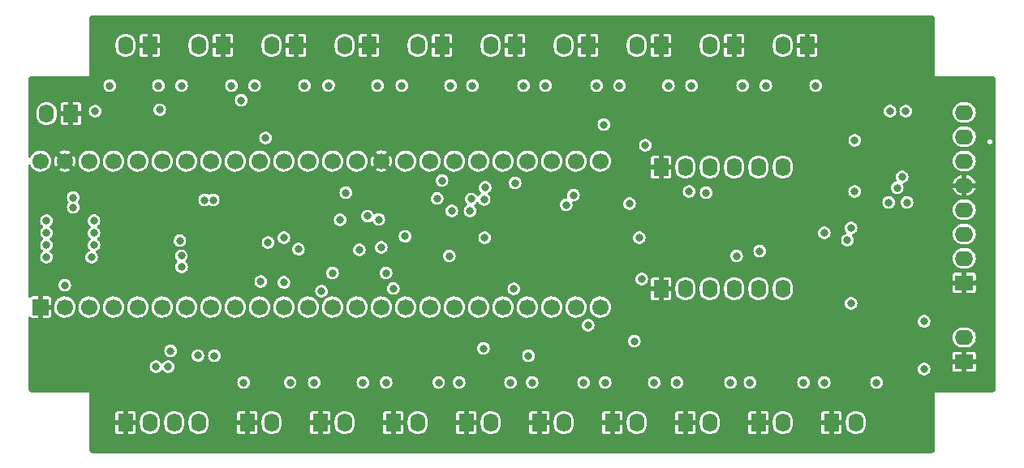
<source format=gbr>
%TF.GenerationSoftware,KiCad,Pcbnew,6.0.7-f9a2dced07~116~ubuntu20.04.1*%
%TF.CreationDate,2022-12-18T15:13:05-08:00*%
%TF.ProjectId,ButtonBd2,42757474-6f6e-4426-9432-2e6b69636164,rev?*%
%TF.SameCoordinates,Original*%
%TF.FileFunction,Copper,L3,Inr*%
%TF.FilePolarity,Positive*%
%FSLAX46Y46*%
G04 Gerber Fmt 4.6, Leading zero omitted, Abs format (unit mm)*
G04 Created by KiCad (PCBNEW 6.0.7-f9a2dced07~116~ubuntu20.04.1) date 2022-12-18 15:13:05*
%MOMM*%
%LPD*%
G01*
G04 APERTURE LIST*
%TA.AperFunction,ComponentPad*%
%ADD10R,1.600200X1.905000*%
%TD*%
%TA.AperFunction,ComponentPad*%
%ADD11O,1.600200X1.905000*%
%TD*%
%TA.AperFunction,ComponentPad*%
%ADD12R,1.905000X1.600200*%
%TD*%
%TA.AperFunction,ComponentPad*%
%ADD13O,1.905000X1.600200*%
%TD*%
%TA.AperFunction,ComponentPad*%
%ADD14R,1.700000X1.700000*%
%TD*%
%TA.AperFunction,ComponentPad*%
%ADD15C,1.700000*%
%TD*%
%TA.AperFunction,ViaPad*%
%ADD16C,0.800000*%
%TD*%
G04 APERTURE END LIST*
D10*
%TO.N,GND*%
%TO.C,J22*%
X113030000Y-100965000D03*
D11*
%TO.N,/Button Inputs/BN14*%
X115570000Y-100965000D03*
%TD*%
D10*
%TO.N,GND*%
%TO.C,J24*%
X128270000Y-100965000D03*
D11*
%TO.N,/Button Inputs/BN12*%
X130810000Y-100965000D03*
%TD*%
D12*
%TO.N,GND*%
%TO.C,J13*%
X149733000Y-86360000D03*
D13*
%TO.N,+3.3V*%
X149733000Y-83820000D03*
%TO.N,/ABS0*%
X149733000Y-81280000D03*
%TO.N,/ABS1*%
X149733000Y-78740000D03*
%TO.N,GND*%
X149733000Y-76200000D03*
%TO.N,+3.3V*%
X149733000Y-73660000D03*
%TO.N,/ABS2*%
X149733000Y-71120000D03*
%TO.N,/ABS3*%
X149733000Y-68580000D03*
%TD*%
D10*
%TO.N,GND*%
%TO.C,J6*%
X102870000Y-61595000D03*
D11*
%TO.N,/Button Inputs/BN5*%
X100330000Y-61595000D03*
%TD*%
D10*
%TO.N,GND*%
%TO.C,J16*%
X62230000Y-100965000D03*
D11*
%TO.N,/+5V_{IN}*%
X64770000Y-100965000D03*
%TO.N,/CAN_H*%
X67310000Y-100965000D03*
%TO.N,/CAN_L*%
X69850000Y-100965000D03*
%TD*%
D10*
%TO.N,GND*%
%TO.C,J3*%
X80010000Y-61595000D03*
D11*
%TO.N,/Button Inputs/BN2*%
X77470000Y-61595000D03*
%TD*%
D12*
%TO.N,GND*%
%TO.C,J15*%
X149733000Y-94615000D03*
D13*
%TO.N,/Button Inputs/BN10*%
X149733000Y-92075000D03*
%TD*%
D10*
%TO.N,GND*%
%TO.C,J12*%
X118110000Y-74295000D03*
D11*
%TO.N,+5V*%
X120650000Y-74295000D03*
%TO.N,+3.3V*%
X123190000Y-74295000D03*
%TO.N,/ENC1_A*%
X125730000Y-74295000D03*
%TO.N,/ENC1_B*%
X128270000Y-74295000D03*
%TO.N,/ENC1_ABS*%
X130810000Y-74295000D03*
%TD*%
D10*
%TO.N,GND*%
%TO.C,J2*%
X72390000Y-61595000D03*
D11*
%TO.N,/Button Inputs/BN1*%
X69850000Y-61595000D03*
%TD*%
D10*
%TO.N,GND*%
%TO.C,J19*%
X90170000Y-100965000D03*
D11*
%TO.N,/Button Inputs/BN17*%
X92710000Y-100965000D03*
%TD*%
D10*
%TO.N,GND*%
%TO.C,J14*%
X118110000Y-86995000D03*
D11*
%TO.N,+5V*%
X120650000Y-86995000D03*
%TO.N,+3.3V*%
X123190000Y-86995000D03*
%TO.N,/ENC0_A*%
X125730000Y-86995000D03*
%TO.N,/ENC0_B*%
X128270000Y-86995000D03*
%TO.N,/ENC0_ABS*%
X130810000Y-86995000D03*
%TD*%
D10*
%TO.N,GND*%
%TO.C,J18*%
X82550000Y-100965000D03*
D11*
%TO.N,/Button Inputs/BN18*%
X85090000Y-100965000D03*
%TD*%
D10*
%TO.N,GND*%
%TO.C,J11*%
X56515000Y-68707000D03*
D11*
%TO.N,/+5V_{IN}*%
X53975000Y-68707000D03*
%TD*%
D10*
%TO.N,GND*%
%TO.C,J4*%
X87630000Y-61595000D03*
D11*
%TO.N,/Button Inputs/BN3*%
X85090000Y-61595000D03*
%TD*%
D10*
%TO.N,GND*%
%TO.C,J23*%
X120650000Y-100965000D03*
D11*
%TO.N,/Button Inputs/BN13*%
X123190000Y-100965000D03*
%TD*%
D10*
%TO.N,GND*%
%TO.C,J20*%
X97790000Y-100965000D03*
D11*
%TO.N,/Button Inputs/BN16*%
X100330000Y-100965000D03*
%TD*%
D10*
%TO.N,GND*%
%TO.C,J10*%
X133350000Y-61595000D03*
D11*
%TO.N,/Button Inputs/BN9*%
X130810000Y-61595000D03*
%TD*%
D10*
%TO.N,GND*%
%TO.C,J1*%
X64770000Y-61595000D03*
D11*
%TO.N,/Button Inputs/BN0*%
X62230000Y-61595000D03*
%TD*%
D10*
%TO.N,GND*%
%TO.C,J8*%
X118110000Y-61595000D03*
D11*
%TO.N,/Button Inputs/BN7*%
X115570000Y-61595000D03*
%TD*%
D10*
%TO.N,GND*%
%TO.C,J9*%
X125730000Y-61595000D03*
D11*
%TO.N,/Button Inputs/BN8*%
X123190000Y-61595000D03*
%TD*%
D10*
%TO.N,GND*%
%TO.C,J7*%
X110490000Y-61595000D03*
D11*
%TO.N,/Button Inputs/BN6*%
X107950000Y-61595000D03*
%TD*%
D10*
%TO.N,GND*%
%TO.C,J17*%
X74930000Y-100965000D03*
D11*
%TO.N,/Button Inputs/BN19*%
X77470000Y-100965000D03*
%TD*%
D14*
%TO.N,GND*%
%TO.C,U1*%
X53340000Y-88900000D03*
D15*
%TO.N,/BTN19*%
X55880000Y-88900000D03*
%TO.N,/BTN18*%
X58420000Y-88900000D03*
%TO.N,/ENC0_ABS*%
X60960000Y-88900000D03*
%TO.N,/CAN_TX*%
X63500000Y-88900000D03*
%TO.N,/CAN_RX*%
X66040000Y-88900000D03*
%TO.N,/BTN14*%
X68580000Y-88900000D03*
%TO.N,/BTN17*%
X71120000Y-88900000D03*
%TO.N,/BTN13*%
X73660000Y-88900000D03*
%TO.N,/BTN12*%
X76200000Y-88900000D03*
%TO.N,/BTN10*%
X78740000Y-88900000D03*
%TO.N,/LED1Y*%
X81280000Y-88900000D03*
%TO.N,/LED0R*%
X83820000Y-88900000D03*
%TO.N,/BTN11*%
X86360000Y-88900000D03*
%TO.N,+3.3V*%
X88900000Y-88900000D03*
%TO.N,/BTN5*%
X91440000Y-88900000D03*
%TO.N,/BTN9*%
X93980000Y-88900000D03*
%TO.N,/BTN4*%
X96520000Y-88900000D03*
%TO.N,/BTN7*%
X99060000Y-88900000D03*
%TO.N,/BTN6*%
X101600000Y-88900000D03*
%TO.N,/ENC0_A*%
X104140000Y-88900000D03*
%TO.N,/ENC0_B*%
X106680000Y-88900000D03*
%TO.N,/BTN15*%
X109220000Y-88900000D03*
%TO.N,/BTN16*%
X111760000Y-88900000D03*
%TO.N,/ENC1_ABS_ADC*%
X111760000Y-73660000D03*
%TO.N,/BTN8*%
X109220000Y-73660000D03*
%TO.N,/LED1G*%
X106680000Y-73660000D03*
%TO.N,unconnected-(U1-Pad28)*%
X104140000Y-73660000D03*
%TO.N,/LED1R*%
X101600000Y-73660000D03*
%TO.N,/LED0G*%
X99060000Y-73660000D03*
%TO.N,/LED0Y*%
X96520000Y-73660000D03*
%TO.N,unconnected-(U1-Pad32)*%
X93980000Y-73660000D03*
%TO.N,/+5V_MON_ADC*%
X91440000Y-73660000D03*
%TO.N,GND*%
X88900000Y-73660000D03*
%TO.N,unconnected-(U1-Pad35)*%
X86360000Y-73660000D03*
%TO.N,/ENC0_ABS_ADC*%
X83820000Y-73660000D03*
%TO.N,/BTN1*%
X81280000Y-73660000D03*
%TO.N,/ENC1_B*%
X78740000Y-73660000D03*
%TO.N,/ENC1_A*%
X76200000Y-73660000D03*
%TO.N,/BTN2*%
X73660000Y-73660000D03*
%TO.N,/BTN3*%
X71120000Y-73660000D03*
%TO.N,/BTN0*%
X68580000Y-73660000D03*
%TO.N,/ENC1_ABS*%
X66040000Y-73660000D03*
%TO.N,/ABS2_ADC*%
X63500000Y-73660000D03*
%TO.N,/ABS3_ADC*%
X60960000Y-73660000D03*
%TO.N,+3.3V*%
X58420000Y-73660000D03*
%TO.N,GND*%
X55880000Y-73660000D03*
%TO.N,/V_{IN}*%
X53340000Y-73660000D03*
%TD*%
D10*
%TO.N,GND*%
%TO.C,J21*%
X105410000Y-100965000D03*
D11*
%TO.N,/Button Inputs/BN15*%
X107950000Y-100965000D03*
%TD*%
D10*
%TO.N,GND*%
%TO.C,J25*%
X135890000Y-100965000D03*
D11*
%TO.N,/Button Inputs/BN11*%
X138430000Y-100965000D03*
%TD*%
D10*
%TO.N,GND*%
%TO.C,J5*%
X95250000Y-61595000D03*
D11*
%TO.N,/Button Inputs/BN4*%
X92710000Y-61595000D03*
%TD*%
D16*
%TO.N,GND*%
X114046000Y-76581000D03*
X143637000Y-72771000D03*
X93472000Y-71755000D03*
X137922000Y-84963000D03*
X102616000Y-71755000D03*
X105664000Y-71755000D03*
X96520000Y-71755000D03*
X69342000Y-78867000D03*
X81297242Y-79290417D03*
X62357000Y-68707000D03*
X91313000Y-67564000D03*
X68580000Y-93599000D03*
X74803000Y-82169000D03*
X99568000Y-71755000D03*
X75311000Y-84709000D03*
X108712000Y-71755000D03*
X93599000Y-75946000D03*
X138303000Y-73279000D03*
X63119000Y-93472000D03*
X143129000Y-82169000D03*
X67056000Y-86360000D03*
X66294000Y-80899000D03*
X137922000Y-90424000D03*
%TO.N,+5V*%
X138303000Y-76835000D03*
X58928000Y-81153000D03*
X58928000Y-82423000D03*
X67897585Y-81969500D03*
X58928000Y-79883000D03*
X66929000Y-93472000D03*
X138303000Y-71501000D03*
X137922000Y-88519000D03*
X85217000Y-76962000D03*
%TO.N,+3.3V*%
X141986000Y-68453000D03*
X68072000Y-84709000D03*
X143764000Y-77978000D03*
X141859000Y-77978000D03*
X143637000Y-68453000D03*
X70485000Y-77724000D03*
X71374000Y-77724000D03*
X66675000Y-95123000D03*
X68051479Y-83549500D03*
%TO.N,Net-(D1-Pad1)*%
X65659000Y-65786000D03*
%TO.N,Net-(D2-Pad1)*%
X73279000Y-65786000D03*
%TO.N,Net-(D3-Pad1)*%
X80899000Y-65786000D03*
%TO.N,Net-(D4-Pad1)*%
X88519000Y-65786000D03*
%TO.N,Net-(D5-Pad1)*%
X96139000Y-65786000D03*
%TO.N,Net-(D6-Pad1)*%
X103759000Y-65786000D03*
%TO.N,/ENC1_A*%
X87477600Y-79400400D03*
X78740000Y-81661000D03*
%TO.N,/ENC1_B*%
X80264000Y-82860000D03*
X88646000Y-79756000D03*
%TO.N,/ENC0_B*%
X116078000Y-85979000D03*
%TO.N,/ABS2*%
X65786000Y-68300600D03*
X94742000Y-77571600D03*
X142748000Y-76454000D03*
X84610000Y-79790154D03*
X99644200Y-77673200D03*
X137922000Y-80645000D03*
X108204000Y-78232000D03*
%TO.N,/ENC1_ABS*%
X86614000Y-82931000D03*
X122809000Y-76962000D03*
X91389200Y-81508600D03*
X98298000Y-77622400D03*
X114808000Y-78105000D03*
X77089000Y-82169000D03*
%TO.N,/ABS1*%
X121031000Y-76835000D03*
X143256000Y-75311000D03*
%TO.N,/ENC0_ABS*%
X76327000Y-86233000D03*
%TO.N,/ABS3*%
X59055000Y-68453000D03*
X128397000Y-83058000D03*
X125984000Y-83566000D03*
X88900000Y-82677000D03*
%TO.N,/ABS0*%
X99745800Y-76403200D03*
X135128000Y-81153000D03*
X108966000Y-77216000D03*
X95250000Y-75692000D03*
X137541000Y-81915000D03*
%TO.N,Net-(D7-Pad1)*%
X111379000Y-65786000D03*
%TO.N,+5VD*%
X75692000Y-65786000D03*
X110010000Y-96774000D03*
X140589000Y-96774000D03*
X113764000Y-65786000D03*
X56769000Y-77470000D03*
X79403000Y-96774000D03*
X132969000Y-96774000D03*
X102390000Y-96774000D03*
X60579000Y-65786000D03*
X98425000Y-65786000D03*
X83411000Y-65788875D03*
X56769000Y-78486000D03*
X121285000Y-65786000D03*
X94897000Y-96774000D03*
X91059000Y-65786000D03*
X68072000Y-65786000D03*
X125349000Y-96774000D03*
X117376000Y-96774000D03*
X86995000Y-96774000D03*
X129032000Y-65786000D03*
X145542000Y-90396000D03*
X106045000Y-65786000D03*
%TO.N,Net-(D8-Pad1)*%
X118872000Y-65786000D03*
%TO.N,Net-(D9-Pad1)*%
X126619000Y-65786000D03*
%TO.N,Net-(D10-Pad1)*%
X134239000Y-65786000D03*
%TO.N,Net-(D24-Pad1)*%
X81915000Y-96774000D03*
%TO.N,Net-(D26-Pad1)*%
X97028000Y-96774000D03*
%TO.N,Net-(D27-Pad1)*%
X104648000Y-96774000D03*
%TO.N,Net-(D28-Pad1)*%
X112268000Y-96774000D03*
%TO.N,Net-(D29-Pad1)*%
X119761000Y-96774000D03*
%TO.N,Net-(D30-Pad1)*%
X127381000Y-96774000D03*
%TO.N,Net-(D31-Pad1)*%
X135128000Y-96774000D03*
%TO.N,Net-(D21-Pad1)*%
X145542000Y-95377000D03*
%TO.N,Net-(D23-Pad1)*%
X74549000Y-96774000D03*
%TO.N,Net-(D25-Pad1)*%
X89408000Y-96774000D03*
%TO.N,Net-(D40-Pad2)*%
X55880000Y-86614000D03*
X58674000Y-83693000D03*
%TO.N,/CAN_L*%
X65405000Y-95123000D03*
%TO.N,/LED1Y*%
X96012000Y-83566000D03*
%TO.N,/BTN1*%
X74295000Y-67310000D03*
%TO.N,/BTN3*%
X76835000Y-71247000D03*
%TO.N,/BTN4*%
X96266000Y-78867000D03*
X90170000Y-86969600D03*
%TO.N,/BTN5*%
X98171000Y-78867000D03*
%TO.N,/BTN6*%
X102870000Y-75946000D03*
%TO.N,/BTN7*%
X102743000Y-86995000D03*
X112141000Y-69850000D03*
%TO.N,/BTN9*%
X99695000Y-81661000D03*
X116459000Y-72009000D03*
X115824000Y-81661000D03*
%TO.N,/BTN10*%
X78740000Y-86332000D03*
X83820000Y-85344000D03*
%TO.N,/BTN11*%
X89408000Y-85341400D03*
%TO.N,/BTN12*%
X82664115Y-87236115D03*
%TO.N,/BTN13*%
X115316000Y-92456000D03*
X110490000Y-90805000D03*
%TO.N,/BTN14*%
X99568000Y-93218000D03*
%TO.N,/BTN15*%
X104267000Y-93980000D03*
%TO.N,/BTN18*%
X71501000Y-93980000D03*
%TO.N,/BTN19*%
X69773800Y-93954600D03*
%TO.N,/+5V_{IN}*%
X53975000Y-83693000D03*
X53975000Y-79883000D03*
X53975000Y-82423000D03*
X53975000Y-81153000D03*
%TD*%
%TA.AperFunction,Conductor*%
%TO.N,GND*%
G36*
X146313793Y-58421551D02*
G01*
X146402029Y-58435526D01*
X146439514Y-58447706D01*
X146510168Y-58483707D01*
X146542057Y-58506876D01*
X146598124Y-58562943D01*
X146621293Y-58594832D01*
X146657294Y-58665486D01*
X146669475Y-58702974D01*
X146683449Y-58791207D01*
X146685000Y-58810917D01*
X146685000Y-64770000D01*
X152644083Y-64770000D01*
X152663793Y-64771551D01*
X152752029Y-64785526D01*
X152789514Y-64797706D01*
X152860168Y-64833707D01*
X152892057Y-64856876D01*
X152948124Y-64912943D01*
X152971293Y-64944832D01*
X153007294Y-65015486D01*
X153019475Y-65052974D01*
X153033449Y-65141207D01*
X153035000Y-65160917D01*
X153035000Y-97399083D01*
X153033449Y-97418793D01*
X153019475Y-97507026D01*
X153007294Y-97544514D01*
X152971293Y-97615168D01*
X152948124Y-97647057D01*
X152892057Y-97703124D01*
X152860168Y-97726293D01*
X152789514Y-97762294D01*
X152752029Y-97774474D01*
X152663793Y-97788449D01*
X152644083Y-97790000D01*
X146685000Y-97790000D01*
X146685000Y-103749083D01*
X146683449Y-103768793D01*
X146669475Y-103857026D01*
X146657294Y-103894514D01*
X146621293Y-103965168D01*
X146598124Y-103997057D01*
X146542057Y-104053124D01*
X146510168Y-104076293D01*
X146439514Y-104112294D01*
X146402029Y-104124474D01*
X146313793Y-104138449D01*
X146294083Y-104140000D01*
X58810917Y-104140000D01*
X58791207Y-104138449D01*
X58702971Y-104124474D01*
X58665486Y-104112294D01*
X58594832Y-104076293D01*
X58562943Y-104053124D01*
X58506876Y-103997057D01*
X58483707Y-103965168D01*
X58447706Y-103894514D01*
X58435525Y-103857026D01*
X58421551Y-103768793D01*
X58420000Y-103749083D01*
X58420000Y-101936328D01*
X61175901Y-101936328D01*
X61177109Y-101948588D01*
X61188215Y-102004431D01*
X61197533Y-102026927D01*
X61239883Y-102090308D01*
X61257092Y-102107517D01*
X61320475Y-102149868D01*
X61342966Y-102159184D01*
X61398815Y-102170293D01*
X61411070Y-102171500D01*
X61957885Y-102171500D01*
X61973124Y-102167025D01*
X61974329Y-102165635D01*
X61976000Y-102157952D01*
X61976000Y-102153384D01*
X62484000Y-102153384D01*
X62488475Y-102168623D01*
X62489865Y-102169828D01*
X62497548Y-102171499D01*
X63048928Y-102171499D01*
X63061188Y-102170291D01*
X63117031Y-102159185D01*
X63139527Y-102149867D01*
X63202908Y-102107517D01*
X63220117Y-102090308D01*
X63262468Y-102026925D01*
X63271784Y-102004434D01*
X63282893Y-101948585D01*
X63284100Y-101936330D01*
X63284100Y-101237115D01*
X63279625Y-101221876D01*
X63278235Y-101220671D01*
X63270552Y-101219000D01*
X62502115Y-101219000D01*
X62486876Y-101223475D01*
X62485671Y-101224865D01*
X62484000Y-101232548D01*
X62484000Y-102153384D01*
X61976000Y-102153384D01*
X61976000Y-101237115D01*
X61971525Y-101221876D01*
X61970135Y-101220671D01*
X61962452Y-101219000D01*
X61194016Y-101219000D01*
X61178777Y-101223475D01*
X61177572Y-101224865D01*
X61175901Y-101232548D01*
X61175901Y-101936328D01*
X58420000Y-101936328D01*
X58420000Y-101169444D01*
X63715400Y-101169444D01*
X63730479Y-101323231D01*
X63790256Y-101521221D01*
X63887351Y-101703831D01*
X64018066Y-101864103D01*
X64177422Y-101995934D01*
X64182839Y-101998863D01*
X64182842Y-101998865D01*
X64353929Y-102091371D01*
X64353934Y-102091373D01*
X64359349Y-102094301D01*
X64556917Y-102155459D01*
X64563042Y-102156103D01*
X64563043Y-102156103D01*
X64756473Y-102176433D01*
X64756475Y-102176433D01*
X64762602Y-102177077D01*
X64873058Y-102167025D01*
X64962430Y-102158892D01*
X64962433Y-102158891D01*
X64968569Y-102158333D01*
X65166972Y-102099940D01*
X65172430Y-102097087D01*
X65172434Y-102097085D01*
X65306636Y-102026925D01*
X65350254Y-102004122D01*
X65356793Y-101998865D01*
X65434573Y-101936328D01*
X65511435Y-101874529D01*
X65644375Y-101716097D01*
X65647339Y-101710705D01*
X65647342Y-101710701D01*
X65741044Y-101540256D01*
X65744010Y-101534861D01*
X65806546Y-101337725D01*
X65824600Y-101176772D01*
X65824600Y-101169444D01*
X66255400Y-101169444D01*
X66270479Y-101323231D01*
X66330256Y-101521221D01*
X66427351Y-101703831D01*
X66558066Y-101864103D01*
X66717422Y-101995934D01*
X66722839Y-101998863D01*
X66722842Y-101998865D01*
X66893929Y-102091371D01*
X66893934Y-102091373D01*
X66899349Y-102094301D01*
X67096917Y-102155459D01*
X67103042Y-102156103D01*
X67103043Y-102156103D01*
X67296473Y-102176433D01*
X67296475Y-102176433D01*
X67302602Y-102177077D01*
X67413058Y-102167025D01*
X67502430Y-102158892D01*
X67502433Y-102158891D01*
X67508569Y-102158333D01*
X67706972Y-102099940D01*
X67712430Y-102097087D01*
X67712434Y-102097085D01*
X67846636Y-102026925D01*
X67890254Y-102004122D01*
X67896793Y-101998865D01*
X67974573Y-101936328D01*
X68051435Y-101874529D01*
X68184375Y-101716097D01*
X68187339Y-101710705D01*
X68187342Y-101710701D01*
X68281044Y-101540256D01*
X68284010Y-101534861D01*
X68346546Y-101337725D01*
X68364600Y-101176772D01*
X68364600Y-101169444D01*
X68795400Y-101169444D01*
X68810479Y-101323231D01*
X68870256Y-101521221D01*
X68967351Y-101703831D01*
X69098066Y-101864103D01*
X69257422Y-101995934D01*
X69262839Y-101998863D01*
X69262842Y-101998865D01*
X69433929Y-102091371D01*
X69433934Y-102091373D01*
X69439349Y-102094301D01*
X69636917Y-102155459D01*
X69643042Y-102156103D01*
X69643043Y-102156103D01*
X69836473Y-102176433D01*
X69836475Y-102176433D01*
X69842602Y-102177077D01*
X69953058Y-102167025D01*
X70042430Y-102158892D01*
X70042433Y-102158891D01*
X70048569Y-102158333D01*
X70246972Y-102099940D01*
X70252430Y-102097087D01*
X70252434Y-102097085D01*
X70386636Y-102026925D01*
X70430254Y-102004122D01*
X70436793Y-101998865D01*
X70514573Y-101936328D01*
X73875901Y-101936328D01*
X73877109Y-101948588D01*
X73888215Y-102004431D01*
X73897533Y-102026927D01*
X73939883Y-102090308D01*
X73957092Y-102107517D01*
X74020475Y-102149868D01*
X74042966Y-102159184D01*
X74098815Y-102170293D01*
X74111070Y-102171500D01*
X74657885Y-102171500D01*
X74673124Y-102167025D01*
X74674329Y-102165635D01*
X74676000Y-102157952D01*
X74676000Y-102153384D01*
X75184000Y-102153384D01*
X75188475Y-102168623D01*
X75189865Y-102169828D01*
X75197548Y-102171499D01*
X75748928Y-102171499D01*
X75761188Y-102170291D01*
X75817031Y-102159185D01*
X75839527Y-102149867D01*
X75902908Y-102107517D01*
X75920117Y-102090308D01*
X75962468Y-102026925D01*
X75971784Y-102004434D01*
X75982893Y-101948585D01*
X75984100Y-101936330D01*
X75984100Y-101237115D01*
X75979625Y-101221876D01*
X75978235Y-101220671D01*
X75970552Y-101219000D01*
X75202115Y-101219000D01*
X75186876Y-101223475D01*
X75185671Y-101224865D01*
X75184000Y-101232548D01*
X75184000Y-102153384D01*
X74676000Y-102153384D01*
X74676000Y-101237115D01*
X74671525Y-101221876D01*
X74670135Y-101220671D01*
X74662452Y-101219000D01*
X73894016Y-101219000D01*
X73878777Y-101223475D01*
X73877572Y-101224865D01*
X73875901Y-101232548D01*
X73875901Y-101936328D01*
X70514573Y-101936328D01*
X70591435Y-101874529D01*
X70724375Y-101716097D01*
X70727339Y-101710705D01*
X70727342Y-101710701D01*
X70821044Y-101540256D01*
X70824010Y-101534861D01*
X70886546Y-101337725D01*
X70904600Y-101176772D01*
X70904600Y-101169444D01*
X76415400Y-101169444D01*
X76430479Y-101323231D01*
X76490256Y-101521221D01*
X76587351Y-101703831D01*
X76718066Y-101864103D01*
X76877422Y-101995934D01*
X76882839Y-101998863D01*
X76882842Y-101998865D01*
X77053929Y-102091371D01*
X77053934Y-102091373D01*
X77059349Y-102094301D01*
X77256917Y-102155459D01*
X77263042Y-102156103D01*
X77263043Y-102156103D01*
X77456473Y-102176433D01*
X77456475Y-102176433D01*
X77462602Y-102177077D01*
X77573058Y-102167025D01*
X77662430Y-102158892D01*
X77662433Y-102158891D01*
X77668569Y-102158333D01*
X77866972Y-102099940D01*
X77872430Y-102097087D01*
X77872434Y-102097085D01*
X78006636Y-102026925D01*
X78050254Y-102004122D01*
X78056793Y-101998865D01*
X78134573Y-101936328D01*
X81495901Y-101936328D01*
X81497109Y-101948588D01*
X81508215Y-102004431D01*
X81517533Y-102026927D01*
X81559883Y-102090308D01*
X81577092Y-102107517D01*
X81640475Y-102149868D01*
X81662966Y-102159184D01*
X81718815Y-102170293D01*
X81731070Y-102171500D01*
X82277885Y-102171500D01*
X82293124Y-102167025D01*
X82294329Y-102165635D01*
X82296000Y-102157952D01*
X82296000Y-102153384D01*
X82804000Y-102153384D01*
X82808475Y-102168623D01*
X82809865Y-102169828D01*
X82817548Y-102171499D01*
X83368928Y-102171499D01*
X83381188Y-102170291D01*
X83437031Y-102159185D01*
X83459527Y-102149867D01*
X83522908Y-102107517D01*
X83540117Y-102090308D01*
X83582468Y-102026925D01*
X83591784Y-102004434D01*
X83602893Y-101948585D01*
X83604100Y-101936330D01*
X83604100Y-101237115D01*
X83599625Y-101221876D01*
X83598235Y-101220671D01*
X83590552Y-101219000D01*
X82822115Y-101219000D01*
X82806876Y-101223475D01*
X82805671Y-101224865D01*
X82804000Y-101232548D01*
X82804000Y-102153384D01*
X82296000Y-102153384D01*
X82296000Y-101237115D01*
X82291525Y-101221876D01*
X82290135Y-101220671D01*
X82282452Y-101219000D01*
X81514016Y-101219000D01*
X81498777Y-101223475D01*
X81497572Y-101224865D01*
X81495901Y-101232548D01*
X81495901Y-101936328D01*
X78134573Y-101936328D01*
X78211435Y-101874529D01*
X78344375Y-101716097D01*
X78347339Y-101710705D01*
X78347342Y-101710701D01*
X78441044Y-101540256D01*
X78444010Y-101534861D01*
X78506546Y-101337725D01*
X78524600Y-101176772D01*
X78524600Y-101169444D01*
X84035400Y-101169444D01*
X84050479Y-101323231D01*
X84110256Y-101521221D01*
X84207351Y-101703831D01*
X84338066Y-101864103D01*
X84497422Y-101995934D01*
X84502839Y-101998863D01*
X84502842Y-101998865D01*
X84673929Y-102091371D01*
X84673934Y-102091373D01*
X84679349Y-102094301D01*
X84876917Y-102155459D01*
X84883042Y-102156103D01*
X84883043Y-102156103D01*
X85076473Y-102176433D01*
X85076475Y-102176433D01*
X85082602Y-102177077D01*
X85193058Y-102167025D01*
X85282430Y-102158892D01*
X85282433Y-102158891D01*
X85288569Y-102158333D01*
X85486972Y-102099940D01*
X85492430Y-102097087D01*
X85492434Y-102097085D01*
X85626636Y-102026925D01*
X85670254Y-102004122D01*
X85676793Y-101998865D01*
X85754573Y-101936328D01*
X89115901Y-101936328D01*
X89117109Y-101948588D01*
X89128215Y-102004431D01*
X89137533Y-102026927D01*
X89179883Y-102090308D01*
X89197092Y-102107517D01*
X89260475Y-102149868D01*
X89282966Y-102159184D01*
X89338815Y-102170293D01*
X89351070Y-102171500D01*
X89897885Y-102171500D01*
X89913124Y-102167025D01*
X89914329Y-102165635D01*
X89916000Y-102157952D01*
X89916000Y-102153384D01*
X90424000Y-102153384D01*
X90428475Y-102168623D01*
X90429865Y-102169828D01*
X90437548Y-102171499D01*
X90988928Y-102171499D01*
X91001188Y-102170291D01*
X91057031Y-102159185D01*
X91079527Y-102149867D01*
X91142908Y-102107517D01*
X91160117Y-102090308D01*
X91202468Y-102026925D01*
X91211784Y-102004434D01*
X91222893Y-101948585D01*
X91224100Y-101936330D01*
X91224100Y-101237115D01*
X91219625Y-101221876D01*
X91218235Y-101220671D01*
X91210552Y-101219000D01*
X90442115Y-101219000D01*
X90426876Y-101223475D01*
X90425671Y-101224865D01*
X90424000Y-101232548D01*
X90424000Y-102153384D01*
X89916000Y-102153384D01*
X89916000Y-101237115D01*
X89911525Y-101221876D01*
X89910135Y-101220671D01*
X89902452Y-101219000D01*
X89134016Y-101219000D01*
X89118777Y-101223475D01*
X89117572Y-101224865D01*
X89115901Y-101232548D01*
X89115901Y-101936328D01*
X85754573Y-101936328D01*
X85831435Y-101874529D01*
X85964375Y-101716097D01*
X85967339Y-101710705D01*
X85967342Y-101710701D01*
X86061044Y-101540256D01*
X86064010Y-101534861D01*
X86126546Y-101337725D01*
X86144600Y-101176772D01*
X86144600Y-101169444D01*
X91655400Y-101169444D01*
X91670479Y-101323231D01*
X91730256Y-101521221D01*
X91827351Y-101703831D01*
X91958066Y-101864103D01*
X92117422Y-101995934D01*
X92122839Y-101998863D01*
X92122842Y-101998865D01*
X92293929Y-102091371D01*
X92293934Y-102091373D01*
X92299349Y-102094301D01*
X92496917Y-102155459D01*
X92503042Y-102156103D01*
X92503043Y-102156103D01*
X92696473Y-102176433D01*
X92696475Y-102176433D01*
X92702602Y-102177077D01*
X92813058Y-102167025D01*
X92902430Y-102158892D01*
X92902433Y-102158891D01*
X92908569Y-102158333D01*
X93106972Y-102099940D01*
X93112430Y-102097087D01*
X93112434Y-102097085D01*
X93246636Y-102026925D01*
X93290254Y-102004122D01*
X93296793Y-101998865D01*
X93374573Y-101936328D01*
X96735901Y-101936328D01*
X96737109Y-101948588D01*
X96748215Y-102004431D01*
X96757533Y-102026927D01*
X96799883Y-102090308D01*
X96817092Y-102107517D01*
X96880475Y-102149868D01*
X96902966Y-102159184D01*
X96958815Y-102170293D01*
X96971070Y-102171500D01*
X97517885Y-102171500D01*
X97533124Y-102167025D01*
X97534329Y-102165635D01*
X97536000Y-102157952D01*
X97536000Y-102153384D01*
X98044000Y-102153384D01*
X98048475Y-102168623D01*
X98049865Y-102169828D01*
X98057548Y-102171499D01*
X98608928Y-102171499D01*
X98621188Y-102170291D01*
X98677031Y-102159185D01*
X98699527Y-102149867D01*
X98762908Y-102107517D01*
X98780117Y-102090308D01*
X98822468Y-102026925D01*
X98831784Y-102004434D01*
X98842893Y-101948585D01*
X98844100Y-101936330D01*
X98844100Y-101237115D01*
X98839625Y-101221876D01*
X98838235Y-101220671D01*
X98830552Y-101219000D01*
X98062115Y-101219000D01*
X98046876Y-101223475D01*
X98045671Y-101224865D01*
X98044000Y-101232548D01*
X98044000Y-102153384D01*
X97536000Y-102153384D01*
X97536000Y-101237115D01*
X97531525Y-101221876D01*
X97530135Y-101220671D01*
X97522452Y-101219000D01*
X96754016Y-101219000D01*
X96738777Y-101223475D01*
X96737572Y-101224865D01*
X96735901Y-101232548D01*
X96735901Y-101936328D01*
X93374573Y-101936328D01*
X93451435Y-101874529D01*
X93584375Y-101716097D01*
X93587339Y-101710705D01*
X93587342Y-101710701D01*
X93681044Y-101540256D01*
X93684010Y-101534861D01*
X93746546Y-101337725D01*
X93764600Y-101176772D01*
X93764600Y-101169444D01*
X99275400Y-101169444D01*
X99290479Y-101323231D01*
X99350256Y-101521221D01*
X99447351Y-101703831D01*
X99578066Y-101864103D01*
X99737422Y-101995934D01*
X99742839Y-101998863D01*
X99742842Y-101998865D01*
X99913929Y-102091371D01*
X99913934Y-102091373D01*
X99919349Y-102094301D01*
X100116917Y-102155459D01*
X100123042Y-102156103D01*
X100123043Y-102156103D01*
X100316473Y-102176433D01*
X100316475Y-102176433D01*
X100322602Y-102177077D01*
X100433058Y-102167025D01*
X100522430Y-102158892D01*
X100522433Y-102158891D01*
X100528569Y-102158333D01*
X100726972Y-102099940D01*
X100732430Y-102097087D01*
X100732434Y-102097085D01*
X100866636Y-102026925D01*
X100910254Y-102004122D01*
X100916793Y-101998865D01*
X100994573Y-101936328D01*
X104355901Y-101936328D01*
X104357109Y-101948588D01*
X104368215Y-102004431D01*
X104377533Y-102026927D01*
X104419883Y-102090308D01*
X104437092Y-102107517D01*
X104500475Y-102149868D01*
X104522966Y-102159184D01*
X104578815Y-102170293D01*
X104591070Y-102171500D01*
X105137885Y-102171500D01*
X105153124Y-102167025D01*
X105154329Y-102165635D01*
X105156000Y-102157952D01*
X105156000Y-102153384D01*
X105664000Y-102153384D01*
X105668475Y-102168623D01*
X105669865Y-102169828D01*
X105677548Y-102171499D01*
X106228928Y-102171499D01*
X106241188Y-102170291D01*
X106297031Y-102159185D01*
X106319527Y-102149867D01*
X106382908Y-102107517D01*
X106400117Y-102090308D01*
X106442468Y-102026925D01*
X106451784Y-102004434D01*
X106462893Y-101948585D01*
X106464100Y-101936330D01*
X106464100Y-101237115D01*
X106459625Y-101221876D01*
X106458235Y-101220671D01*
X106450552Y-101219000D01*
X105682115Y-101219000D01*
X105666876Y-101223475D01*
X105665671Y-101224865D01*
X105664000Y-101232548D01*
X105664000Y-102153384D01*
X105156000Y-102153384D01*
X105156000Y-101237115D01*
X105151525Y-101221876D01*
X105150135Y-101220671D01*
X105142452Y-101219000D01*
X104374016Y-101219000D01*
X104358777Y-101223475D01*
X104357572Y-101224865D01*
X104355901Y-101232548D01*
X104355901Y-101936328D01*
X100994573Y-101936328D01*
X101071435Y-101874529D01*
X101204375Y-101716097D01*
X101207339Y-101710705D01*
X101207342Y-101710701D01*
X101301044Y-101540256D01*
X101304010Y-101534861D01*
X101366546Y-101337725D01*
X101384600Y-101176772D01*
X101384600Y-101169444D01*
X106895400Y-101169444D01*
X106910479Y-101323231D01*
X106970256Y-101521221D01*
X107067351Y-101703831D01*
X107198066Y-101864103D01*
X107357422Y-101995934D01*
X107362839Y-101998863D01*
X107362842Y-101998865D01*
X107533929Y-102091371D01*
X107533934Y-102091373D01*
X107539349Y-102094301D01*
X107736917Y-102155459D01*
X107743042Y-102156103D01*
X107743043Y-102156103D01*
X107936473Y-102176433D01*
X107936475Y-102176433D01*
X107942602Y-102177077D01*
X108053058Y-102167025D01*
X108142430Y-102158892D01*
X108142433Y-102158891D01*
X108148569Y-102158333D01*
X108346972Y-102099940D01*
X108352430Y-102097087D01*
X108352434Y-102097085D01*
X108486636Y-102026925D01*
X108530254Y-102004122D01*
X108536793Y-101998865D01*
X108614573Y-101936328D01*
X111975901Y-101936328D01*
X111977109Y-101948588D01*
X111988215Y-102004431D01*
X111997533Y-102026927D01*
X112039883Y-102090308D01*
X112057092Y-102107517D01*
X112120475Y-102149868D01*
X112142966Y-102159184D01*
X112198815Y-102170293D01*
X112211070Y-102171500D01*
X112757885Y-102171500D01*
X112773124Y-102167025D01*
X112774329Y-102165635D01*
X112776000Y-102157952D01*
X112776000Y-102153384D01*
X113284000Y-102153384D01*
X113288475Y-102168623D01*
X113289865Y-102169828D01*
X113297548Y-102171499D01*
X113848928Y-102171499D01*
X113861188Y-102170291D01*
X113917031Y-102159185D01*
X113939527Y-102149867D01*
X114002908Y-102107517D01*
X114020117Y-102090308D01*
X114062468Y-102026925D01*
X114071784Y-102004434D01*
X114082893Y-101948585D01*
X114084100Y-101936330D01*
X114084100Y-101237115D01*
X114079625Y-101221876D01*
X114078235Y-101220671D01*
X114070552Y-101219000D01*
X113302115Y-101219000D01*
X113286876Y-101223475D01*
X113285671Y-101224865D01*
X113284000Y-101232548D01*
X113284000Y-102153384D01*
X112776000Y-102153384D01*
X112776000Y-101237115D01*
X112771525Y-101221876D01*
X112770135Y-101220671D01*
X112762452Y-101219000D01*
X111994016Y-101219000D01*
X111978777Y-101223475D01*
X111977572Y-101224865D01*
X111975901Y-101232548D01*
X111975901Y-101936328D01*
X108614573Y-101936328D01*
X108691435Y-101874529D01*
X108824375Y-101716097D01*
X108827339Y-101710705D01*
X108827342Y-101710701D01*
X108921044Y-101540256D01*
X108924010Y-101534861D01*
X108986546Y-101337725D01*
X109004600Y-101176772D01*
X109004600Y-101169444D01*
X114515400Y-101169444D01*
X114530479Y-101323231D01*
X114590256Y-101521221D01*
X114687351Y-101703831D01*
X114818066Y-101864103D01*
X114977422Y-101995934D01*
X114982839Y-101998863D01*
X114982842Y-101998865D01*
X115153929Y-102091371D01*
X115153934Y-102091373D01*
X115159349Y-102094301D01*
X115356917Y-102155459D01*
X115363042Y-102156103D01*
X115363043Y-102156103D01*
X115556473Y-102176433D01*
X115556475Y-102176433D01*
X115562602Y-102177077D01*
X115673058Y-102167025D01*
X115762430Y-102158892D01*
X115762433Y-102158891D01*
X115768569Y-102158333D01*
X115966972Y-102099940D01*
X115972430Y-102097087D01*
X115972434Y-102097085D01*
X116106636Y-102026925D01*
X116150254Y-102004122D01*
X116156793Y-101998865D01*
X116234573Y-101936328D01*
X119595901Y-101936328D01*
X119597109Y-101948588D01*
X119608215Y-102004431D01*
X119617533Y-102026927D01*
X119659883Y-102090308D01*
X119677092Y-102107517D01*
X119740475Y-102149868D01*
X119762966Y-102159184D01*
X119818815Y-102170293D01*
X119831070Y-102171500D01*
X120377885Y-102171500D01*
X120393124Y-102167025D01*
X120394329Y-102165635D01*
X120396000Y-102157952D01*
X120396000Y-102153384D01*
X120904000Y-102153384D01*
X120908475Y-102168623D01*
X120909865Y-102169828D01*
X120917548Y-102171499D01*
X121468928Y-102171499D01*
X121481188Y-102170291D01*
X121537031Y-102159185D01*
X121559527Y-102149867D01*
X121622908Y-102107517D01*
X121640117Y-102090308D01*
X121682468Y-102026925D01*
X121691784Y-102004434D01*
X121702893Y-101948585D01*
X121704100Y-101936330D01*
X121704100Y-101237115D01*
X121699625Y-101221876D01*
X121698235Y-101220671D01*
X121690552Y-101219000D01*
X120922115Y-101219000D01*
X120906876Y-101223475D01*
X120905671Y-101224865D01*
X120904000Y-101232548D01*
X120904000Y-102153384D01*
X120396000Y-102153384D01*
X120396000Y-101237115D01*
X120391525Y-101221876D01*
X120390135Y-101220671D01*
X120382452Y-101219000D01*
X119614016Y-101219000D01*
X119598777Y-101223475D01*
X119597572Y-101224865D01*
X119595901Y-101232548D01*
X119595901Y-101936328D01*
X116234573Y-101936328D01*
X116311435Y-101874529D01*
X116444375Y-101716097D01*
X116447339Y-101710705D01*
X116447342Y-101710701D01*
X116541044Y-101540256D01*
X116544010Y-101534861D01*
X116606546Y-101337725D01*
X116624600Y-101176772D01*
X116624600Y-101169444D01*
X122135400Y-101169444D01*
X122150479Y-101323231D01*
X122210256Y-101521221D01*
X122307351Y-101703831D01*
X122438066Y-101864103D01*
X122597422Y-101995934D01*
X122602839Y-101998863D01*
X122602842Y-101998865D01*
X122773929Y-102091371D01*
X122773934Y-102091373D01*
X122779349Y-102094301D01*
X122976917Y-102155459D01*
X122983042Y-102156103D01*
X122983043Y-102156103D01*
X123176473Y-102176433D01*
X123176475Y-102176433D01*
X123182602Y-102177077D01*
X123293058Y-102167025D01*
X123382430Y-102158892D01*
X123382433Y-102158891D01*
X123388569Y-102158333D01*
X123586972Y-102099940D01*
X123592430Y-102097087D01*
X123592434Y-102097085D01*
X123726636Y-102026925D01*
X123770254Y-102004122D01*
X123776793Y-101998865D01*
X123854573Y-101936328D01*
X127215901Y-101936328D01*
X127217109Y-101948588D01*
X127228215Y-102004431D01*
X127237533Y-102026927D01*
X127279883Y-102090308D01*
X127297092Y-102107517D01*
X127360475Y-102149868D01*
X127382966Y-102159184D01*
X127438815Y-102170293D01*
X127451070Y-102171500D01*
X127997885Y-102171500D01*
X128013124Y-102167025D01*
X128014329Y-102165635D01*
X128016000Y-102157952D01*
X128016000Y-102153384D01*
X128524000Y-102153384D01*
X128528475Y-102168623D01*
X128529865Y-102169828D01*
X128537548Y-102171499D01*
X129088928Y-102171499D01*
X129101188Y-102170291D01*
X129157031Y-102159185D01*
X129179527Y-102149867D01*
X129242908Y-102107517D01*
X129260117Y-102090308D01*
X129302468Y-102026925D01*
X129311784Y-102004434D01*
X129322893Y-101948585D01*
X129324100Y-101936330D01*
X129324100Y-101237115D01*
X129319625Y-101221876D01*
X129318235Y-101220671D01*
X129310552Y-101219000D01*
X128542115Y-101219000D01*
X128526876Y-101223475D01*
X128525671Y-101224865D01*
X128524000Y-101232548D01*
X128524000Y-102153384D01*
X128016000Y-102153384D01*
X128016000Y-101237115D01*
X128011525Y-101221876D01*
X128010135Y-101220671D01*
X128002452Y-101219000D01*
X127234016Y-101219000D01*
X127218777Y-101223475D01*
X127217572Y-101224865D01*
X127215901Y-101232548D01*
X127215901Y-101936328D01*
X123854573Y-101936328D01*
X123931435Y-101874529D01*
X124064375Y-101716097D01*
X124067339Y-101710705D01*
X124067342Y-101710701D01*
X124161044Y-101540256D01*
X124164010Y-101534861D01*
X124226546Y-101337725D01*
X124244600Y-101176772D01*
X124244600Y-101169444D01*
X129755400Y-101169444D01*
X129770479Y-101323231D01*
X129830256Y-101521221D01*
X129927351Y-101703831D01*
X130058066Y-101864103D01*
X130217422Y-101995934D01*
X130222839Y-101998863D01*
X130222842Y-101998865D01*
X130393929Y-102091371D01*
X130393934Y-102091373D01*
X130399349Y-102094301D01*
X130596917Y-102155459D01*
X130603042Y-102156103D01*
X130603043Y-102156103D01*
X130796473Y-102176433D01*
X130796475Y-102176433D01*
X130802602Y-102177077D01*
X130913058Y-102167025D01*
X131002430Y-102158892D01*
X131002433Y-102158891D01*
X131008569Y-102158333D01*
X131206972Y-102099940D01*
X131212430Y-102097087D01*
X131212434Y-102097085D01*
X131346636Y-102026925D01*
X131390254Y-102004122D01*
X131396793Y-101998865D01*
X131474573Y-101936328D01*
X134835901Y-101936328D01*
X134837109Y-101948588D01*
X134848215Y-102004431D01*
X134857533Y-102026927D01*
X134899883Y-102090308D01*
X134917092Y-102107517D01*
X134980475Y-102149868D01*
X135002966Y-102159184D01*
X135058815Y-102170293D01*
X135071070Y-102171500D01*
X135617885Y-102171500D01*
X135633124Y-102167025D01*
X135634329Y-102165635D01*
X135636000Y-102157952D01*
X135636000Y-102153384D01*
X136144000Y-102153384D01*
X136148475Y-102168623D01*
X136149865Y-102169828D01*
X136157548Y-102171499D01*
X136708928Y-102171499D01*
X136721188Y-102170291D01*
X136777031Y-102159185D01*
X136799527Y-102149867D01*
X136862908Y-102107517D01*
X136880117Y-102090308D01*
X136922468Y-102026925D01*
X136931784Y-102004434D01*
X136942893Y-101948585D01*
X136944100Y-101936330D01*
X136944100Y-101237115D01*
X136939625Y-101221876D01*
X136938235Y-101220671D01*
X136930552Y-101219000D01*
X136162115Y-101219000D01*
X136146876Y-101223475D01*
X136145671Y-101224865D01*
X136144000Y-101232548D01*
X136144000Y-102153384D01*
X135636000Y-102153384D01*
X135636000Y-101237115D01*
X135631525Y-101221876D01*
X135630135Y-101220671D01*
X135622452Y-101219000D01*
X134854016Y-101219000D01*
X134838777Y-101223475D01*
X134837572Y-101224865D01*
X134835901Y-101232548D01*
X134835901Y-101936328D01*
X131474573Y-101936328D01*
X131551435Y-101874529D01*
X131684375Y-101716097D01*
X131687339Y-101710705D01*
X131687342Y-101710701D01*
X131781044Y-101540256D01*
X131784010Y-101534861D01*
X131846546Y-101337725D01*
X131864600Y-101176772D01*
X131864600Y-101169444D01*
X137375400Y-101169444D01*
X137390479Y-101323231D01*
X137450256Y-101521221D01*
X137547351Y-101703831D01*
X137678066Y-101864103D01*
X137837422Y-101995934D01*
X137842839Y-101998863D01*
X137842842Y-101998865D01*
X138013929Y-102091371D01*
X138013934Y-102091373D01*
X138019349Y-102094301D01*
X138216917Y-102155459D01*
X138223042Y-102156103D01*
X138223043Y-102156103D01*
X138416473Y-102176433D01*
X138416475Y-102176433D01*
X138422602Y-102177077D01*
X138533058Y-102167025D01*
X138622430Y-102158892D01*
X138622433Y-102158891D01*
X138628569Y-102158333D01*
X138826972Y-102099940D01*
X138832430Y-102097087D01*
X138832434Y-102097085D01*
X138966636Y-102026925D01*
X139010254Y-102004122D01*
X139016793Y-101998865D01*
X139094573Y-101936328D01*
X139171435Y-101874529D01*
X139304375Y-101716097D01*
X139307339Y-101710705D01*
X139307342Y-101710701D01*
X139401044Y-101540256D01*
X139404010Y-101534861D01*
X139466546Y-101337725D01*
X139484600Y-101176772D01*
X139484600Y-100760556D01*
X139469521Y-100606769D01*
X139409744Y-100408779D01*
X139312649Y-100226169D01*
X139181934Y-100065897D01*
X139022578Y-99934066D01*
X139017161Y-99931137D01*
X139017158Y-99931135D01*
X138846071Y-99838629D01*
X138846066Y-99838627D01*
X138840651Y-99835699D01*
X138643083Y-99774541D01*
X138636958Y-99773897D01*
X138636957Y-99773897D01*
X138443527Y-99753567D01*
X138443525Y-99753567D01*
X138437398Y-99752923D01*
X138376116Y-99758500D01*
X138237570Y-99771108D01*
X138237567Y-99771109D01*
X138231431Y-99771667D01*
X138033028Y-99830060D01*
X138027570Y-99832913D01*
X138027566Y-99832915D01*
X137938250Y-99879609D01*
X137849746Y-99925878D01*
X137844948Y-99929736D01*
X137844946Y-99929737D01*
X137839562Y-99934066D01*
X137688565Y-100055471D01*
X137555625Y-100213903D01*
X137552661Y-100219295D01*
X137552658Y-100219299D01*
X137488169Y-100336605D01*
X137455990Y-100395139D01*
X137393454Y-100592275D01*
X137375400Y-100753228D01*
X137375400Y-101169444D01*
X131864600Y-101169444D01*
X131864600Y-100760556D01*
X131857965Y-100692885D01*
X134835900Y-100692885D01*
X134840375Y-100708124D01*
X134841765Y-100709329D01*
X134849448Y-100711000D01*
X135617885Y-100711000D01*
X135633124Y-100706525D01*
X135634329Y-100705135D01*
X135636000Y-100697452D01*
X135636000Y-100692885D01*
X136144000Y-100692885D01*
X136148475Y-100708124D01*
X136149865Y-100709329D01*
X136157548Y-100711000D01*
X136925984Y-100711000D01*
X136941223Y-100706525D01*
X136942428Y-100705135D01*
X136944099Y-100697452D01*
X136944099Y-99993672D01*
X136942891Y-99981412D01*
X136931785Y-99925569D01*
X136922467Y-99903073D01*
X136880117Y-99839692D01*
X136862908Y-99822483D01*
X136799525Y-99780132D01*
X136777034Y-99770816D01*
X136721185Y-99759707D01*
X136708930Y-99758500D01*
X136162115Y-99758500D01*
X136146876Y-99762975D01*
X136145671Y-99764365D01*
X136144000Y-99772048D01*
X136144000Y-100692885D01*
X135636000Y-100692885D01*
X135636000Y-99776616D01*
X135631525Y-99761377D01*
X135630135Y-99760172D01*
X135622452Y-99758501D01*
X135071072Y-99758501D01*
X135058812Y-99759709D01*
X135002969Y-99770815D01*
X134980473Y-99780133D01*
X134917092Y-99822483D01*
X134899883Y-99839692D01*
X134857532Y-99903075D01*
X134848216Y-99925566D01*
X134837107Y-99981415D01*
X134835900Y-99993670D01*
X134835900Y-100692885D01*
X131857965Y-100692885D01*
X131849521Y-100606769D01*
X131789744Y-100408779D01*
X131692649Y-100226169D01*
X131561934Y-100065897D01*
X131402578Y-99934066D01*
X131397161Y-99931137D01*
X131397158Y-99931135D01*
X131226071Y-99838629D01*
X131226066Y-99838627D01*
X131220651Y-99835699D01*
X131023083Y-99774541D01*
X131016958Y-99773897D01*
X131016957Y-99773897D01*
X130823527Y-99753567D01*
X130823525Y-99753567D01*
X130817398Y-99752923D01*
X130756116Y-99758500D01*
X130617570Y-99771108D01*
X130617567Y-99771109D01*
X130611431Y-99771667D01*
X130413028Y-99830060D01*
X130407570Y-99832913D01*
X130407566Y-99832915D01*
X130318250Y-99879609D01*
X130229746Y-99925878D01*
X130224948Y-99929736D01*
X130224946Y-99929737D01*
X130219562Y-99934066D01*
X130068565Y-100055471D01*
X129935625Y-100213903D01*
X129932661Y-100219295D01*
X129932658Y-100219299D01*
X129868169Y-100336605D01*
X129835990Y-100395139D01*
X129773454Y-100592275D01*
X129755400Y-100753228D01*
X129755400Y-101169444D01*
X124244600Y-101169444D01*
X124244600Y-100760556D01*
X124237965Y-100692885D01*
X127215900Y-100692885D01*
X127220375Y-100708124D01*
X127221765Y-100709329D01*
X127229448Y-100711000D01*
X127997885Y-100711000D01*
X128013124Y-100706525D01*
X128014329Y-100705135D01*
X128016000Y-100697452D01*
X128016000Y-100692885D01*
X128524000Y-100692885D01*
X128528475Y-100708124D01*
X128529865Y-100709329D01*
X128537548Y-100711000D01*
X129305984Y-100711000D01*
X129321223Y-100706525D01*
X129322428Y-100705135D01*
X129324099Y-100697452D01*
X129324099Y-99993672D01*
X129322891Y-99981412D01*
X129311785Y-99925569D01*
X129302467Y-99903073D01*
X129260117Y-99839692D01*
X129242908Y-99822483D01*
X129179525Y-99780132D01*
X129157034Y-99770816D01*
X129101185Y-99759707D01*
X129088930Y-99758500D01*
X128542115Y-99758500D01*
X128526876Y-99762975D01*
X128525671Y-99764365D01*
X128524000Y-99772048D01*
X128524000Y-100692885D01*
X128016000Y-100692885D01*
X128016000Y-99776616D01*
X128011525Y-99761377D01*
X128010135Y-99760172D01*
X128002452Y-99758501D01*
X127451072Y-99758501D01*
X127438812Y-99759709D01*
X127382969Y-99770815D01*
X127360473Y-99780133D01*
X127297092Y-99822483D01*
X127279883Y-99839692D01*
X127237532Y-99903075D01*
X127228216Y-99925566D01*
X127217107Y-99981415D01*
X127215900Y-99993670D01*
X127215900Y-100692885D01*
X124237965Y-100692885D01*
X124229521Y-100606769D01*
X124169744Y-100408779D01*
X124072649Y-100226169D01*
X123941934Y-100065897D01*
X123782578Y-99934066D01*
X123777161Y-99931137D01*
X123777158Y-99931135D01*
X123606071Y-99838629D01*
X123606066Y-99838627D01*
X123600651Y-99835699D01*
X123403083Y-99774541D01*
X123396958Y-99773897D01*
X123396957Y-99773897D01*
X123203527Y-99753567D01*
X123203525Y-99753567D01*
X123197398Y-99752923D01*
X123136116Y-99758500D01*
X122997570Y-99771108D01*
X122997567Y-99771109D01*
X122991431Y-99771667D01*
X122793028Y-99830060D01*
X122787570Y-99832913D01*
X122787566Y-99832915D01*
X122698250Y-99879609D01*
X122609746Y-99925878D01*
X122604948Y-99929736D01*
X122604946Y-99929737D01*
X122599562Y-99934066D01*
X122448565Y-100055471D01*
X122315625Y-100213903D01*
X122312661Y-100219295D01*
X122312658Y-100219299D01*
X122248169Y-100336605D01*
X122215990Y-100395139D01*
X122153454Y-100592275D01*
X122135400Y-100753228D01*
X122135400Y-101169444D01*
X116624600Y-101169444D01*
X116624600Y-100760556D01*
X116617965Y-100692885D01*
X119595900Y-100692885D01*
X119600375Y-100708124D01*
X119601765Y-100709329D01*
X119609448Y-100711000D01*
X120377885Y-100711000D01*
X120393124Y-100706525D01*
X120394329Y-100705135D01*
X120396000Y-100697452D01*
X120396000Y-100692885D01*
X120904000Y-100692885D01*
X120908475Y-100708124D01*
X120909865Y-100709329D01*
X120917548Y-100711000D01*
X121685984Y-100711000D01*
X121701223Y-100706525D01*
X121702428Y-100705135D01*
X121704099Y-100697452D01*
X121704099Y-99993672D01*
X121702891Y-99981412D01*
X121691785Y-99925569D01*
X121682467Y-99903073D01*
X121640117Y-99839692D01*
X121622908Y-99822483D01*
X121559525Y-99780132D01*
X121537034Y-99770816D01*
X121481185Y-99759707D01*
X121468930Y-99758500D01*
X120922115Y-99758500D01*
X120906876Y-99762975D01*
X120905671Y-99764365D01*
X120904000Y-99772048D01*
X120904000Y-100692885D01*
X120396000Y-100692885D01*
X120396000Y-99776616D01*
X120391525Y-99761377D01*
X120390135Y-99760172D01*
X120382452Y-99758501D01*
X119831072Y-99758501D01*
X119818812Y-99759709D01*
X119762969Y-99770815D01*
X119740473Y-99780133D01*
X119677092Y-99822483D01*
X119659883Y-99839692D01*
X119617532Y-99903075D01*
X119608216Y-99925566D01*
X119597107Y-99981415D01*
X119595900Y-99993670D01*
X119595900Y-100692885D01*
X116617965Y-100692885D01*
X116609521Y-100606769D01*
X116549744Y-100408779D01*
X116452649Y-100226169D01*
X116321934Y-100065897D01*
X116162578Y-99934066D01*
X116157161Y-99931137D01*
X116157158Y-99931135D01*
X115986071Y-99838629D01*
X115986066Y-99838627D01*
X115980651Y-99835699D01*
X115783083Y-99774541D01*
X115776958Y-99773897D01*
X115776957Y-99773897D01*
X115583527Y-99753567D01*
X115583525Y-99753567D01*
X115577398Y-99752923D01*
X115516116Y-99758500D01*
X115377570Y-99771108D01*
X115377567Y-99771109D01*
X115371431Y-99771667D01*
X115173028Y-99830060D01*
X115167570Y-99832913D01*
X115167566Y-99832915D01*
X115078250Y-99879609D01*
X114989746Y-99925878D01*
X114984948Y-99929736D01*
X114984946Y-99929737D01*
X114979562Y-99934066D01*
X114828565Y-100055471D01*
X114695625Y-100213903D01*
X114692661Y-100219295D01*
X114692658Y-100219299D01*
X114628169Y-100336605D01*
X114595990Y-100395139D01*
X114533454Y-100592275D01*
X114515400Y-100753228D01*
X114515400Y-101169444D01*
X109004600Y-101169444D01*
X109004600Y-100760556D01*
X108997965Y-100692885D01*
X111975900Y-100692885D01*
X111980375Y-100708124D01*
X111981765Y-100709329D01*
X111989448Y-100711000D01*
X112757885Y-100711000D01*
X112773124Y-100706525D01*
X112774329Y-100705135D01*
X112776000Y-100697452D01*
X112776000Y-100692885D01*
X113284000Y-100692885D01*
X113288475Y-100708124D01*
X113289865Y-100709329D01*
X113297548Y-100711000D01*
X114065984Y-100711000D01*
X114081223Y-100706525D01*
X114082428Y-100705135D01*
X114084099Y-100697452D01*
X114084099Y-99993672D01*
X114082891Y-99981412D01*
X114071785Y-99925569D01*
X114062467Y-99903073D01*
X114020117Y-99839692D01*
X114002908Y-99822483D01*
X113939525Y-99780132D01*
X113917034Y-99770816D01*
X113861185Y-99759707D01*
X113848930Y-99758500D01*
X113302115Y-99758500D01*
X113286876Y-99762975D01*
X113285671Y-99764365D01*
X113284000Y-99772048D01*
X113284000Y-100692885D01*
X112776000Y-100692885D01*
X112776000Y-99776616D01*
X112771525Y-99761377D01*
X112770135Y-99760172D01*
X112762452Y-99758501D01*
X112211072Y-99758501D01*
X112198812Y-99759709D01*
X112142969Y-99770815D01*
X112120473Y-99780133D01*
X112057092Y-99822483D01*
X112039883Y-99839692D01*
X111997532Y-99903075D01*
X111988216Y-99925566D01*
X111977107Y-99981415D01*
X111975900Y-99993670D01*
X111975900Y-100692885D01*
X108997965Y-100692885D01*
X108989521Y-100606769D01*
X108929744Y-100408779D01*
X108832649Y-100226169D01*
X108701934Y-100065897D01*
X108542578Y-99934066D01*
X108537161Y-99931137D01*
X108537158Y-99931135D01*
X108366071Y-99838629D01*
X108366066Y-99838627D01*
X108360651Y-99835699D01*
X108163083Y-99774541D01*
X108156958Y-99773897D01*
X108156957Y-99773897D01*
X107963527Y-99753567D01*
X107963525Y-99753567D01*
X107957398Y-99752923D01*
X107896116Y-99758500D01*
X107757570Y-99771108D01*
X107757567Y-99771109D01*
X107751431Y-99771667D01*
X107553028Y-99830060D01*
X107547570Y-99832913D01*
X107547566Y-99832915D01*
X107458250Y-99879609D01*
X107369746Y-99925878D01*
X107364948Y-99929736D01*
X107364946Y-99929737D01*
X107359562Y-99934066D01*
X107208565Y-100055471D01*
X107075625Y-100213903D01*
X107072661Y-100219295D01*
X107072658Y-100219299D01*
X107008169Y-100336605D01*
X106975990Y-100395139D01*
X106913454Y-100592275D01*
X106895400Y-100753228D01*
X106895400Y-101169444D01*
X101384600Y-101169444D01*
X101384600Y-100760556D01*
X101377965Y-100692885D01*
X104355900Y-100692885D01*
X104360375Y-100708124D01*
X104361765Y-100709329D01*
X104369448Y-100711000D01*
X105137885Y-100711000D01*
X105153124Y-100706525D01*
X105154329Y-100705135D01*
X105156000Y-100697452D01*
X105156000Y-100692885D01*
X105664000Y-100692885D01*
X105668475Y-100708124D01*
X105669865Y-100709329D01*
X105677548Y-100711000D01*
X106445984Y-100711000D01*
X106461223Y-100706525D01*
X106462428Y-100705135D01*
X106464099Y-100697452D01*
X106464099Y-99993672D01*
X106462891Y-99981412D01*
X106451785Y-99925569D01*
X106442467Y-99903073D01*
X106400117Y-99839692D01*
X106382908Y-99822483D01*
X106319525Y-99780132D01*
X106297034Y-99770816D01*
X106241185Y-99759707D01*
X106228930Y-99758500D01*
X105682115Y-99758500D01*
X105666876Y-99762975D01*
X105665671Y-99764365D01*
X105664000Y-99772048D01*
X105664000Y-100692885D01*
X105156000Y-100692885D01*
X105156000Y-99776616D01*
X105151525Y-99761377D01*
X105150135Y-99760172D01*
X105142452Y-99758501D01*
X104591072Y-99758501D01*
X104578812Y-99759709D01*
X104522969Y-99770815D01*
X104500473Y-99780133D01*
X104437092Y-99822483D01*
X104419883Y-99839692D01*
X104377532Y-99903075D01*
X104368216Y-99925566D01*
X104357107Y-99981415D01*
X104355900Y-99993670D01*
X104355900Y-100692885D01*
X101377965Y-100692885D01*
X101369521Y-100606769D01*
X101309744Y-100408779D01*
X101212649Y-100226169D01*
X101081934Y-100065897D01*
X100922578Y-99934066D01*
X100917161Y-99931137D01*
X100917158Y-99931135D01*
X100746071Y-99838629D01*
X100746066Y-99838627D01*
X100740651Y-99835699D01*
X100543083Y-99774541D01*
X100536958Y-99773897D01*
X100536957Y-99773897D01*
X100343527Y-99753567D01*
X100343525Y-99753567D01*
X100337398Y-99752923D01*
X100276116Y-99758500D01*
X100137570Y-99771108D01*
X100137567Y-99771109D01*
X100131431Y-99771667D01*
X99933028Y-99830060D01*
X99927570Y-99832913D01*
X99927566Y-99832915D01*
X99838250Y-99879609D01*
X99749746Y-99925878D01*
X99744948Y-99929736D01*
X99744946Y-99929737D01*
X99739562Y-99934066D01*
X99588565Y-100055471D01*
X99455625Y-100213903D01*
X99452661Y-100219295D01*
X99452658Y-100219299D01*
X99388169Y-100336605D01*
X99355990Y-100395139D01*
X99293454Y-100592275D01*
X99275400Y-100753228D01*
X99275400Y-101169444D01*
X93764600Y-101169444D01*
X93764600Y-100760556D01*
X93757965Y-100692885D01*
X96735900Y-100692885D01*
X96740375Y-100708124D01*
X96741765Y-100709329D01*
X96749448Y-100711000D01*
X97517885Y-100711000D01*
X97533124Y-100706525D01*
X97534329Y-100705135D01*
X97536000Y-100697452D01*
X97536000Y-100692885D01*
X98044000Y-100692885D01*
X98048475Y-100708124D01*
X98049865Y-100709329D01*
X98057548Y-100711000D01*
X98825984Y-100711000D01*
X98841223Y-100706525D01*
X98842428Y-100705135D01*
X98844099Y-100697452D01*
X98844099Y-99993672D01*
X98842891Y-99981412D01*
X98831785Y-99925569D01*
X98822467Y-99903073D01*
X98780117Y-99839692D01*
X98762908Y-99822483D01*
X98699525Y-99780132D01*
X98677034Y-99770816D01*
X98621185Y-99759707D01*
X98608930Y-99758500D01*
X98062115Y-99758500D01*
X98046876Y-99762975D01*
X98045671Y-99764365D01*
X98044000Y-99772048D01*
X98044000Y-100692885D01*
X97536000Y-100692885D01*
X97536000Y-99776616D01*
X97531525Y-99761377D01*
X97530135Y-99760172D01*
X97522452Y-99758501D01*
X96971072Y-99758501D01*
X96958812Y-99759709D01*
X96902969Y-99770815D01*
X96880473Y-99780133D01*
X96817092Y-99822483D01*
X96799883Y-99839692D01*
X96757532Y-99903075D01*
X96748216Y-99925566D01*
X96737107Y-99981415D01*
X96735900Y-99993670D01*
X96735900Y-100692885D01*
X93757965Y-100692885D01*
X93749521Y-100606769D01*
X93689744Y-100408779D01*
X93592649Y-100226169D01*
X93461934Y-100065897D01*
X93302578Y-99934066D01*
X93297161Y-99931137D01*
X93297158Y-99931135D01*
X93126071Y-99838629D01*
X93126066Y-99838627D01*
X93120651Y-99835699D01*
X92923083Y-99774541D01*
X92916958Y-99773897D01*
X92916957Y-99773897D01*
X92723527Y-99753567D01*
X92723525Y-99753567D01*
X92717398Y-99752923D01*
X92656116Y-99758500D01*
X92517570Y-99771108D01*
X92517567Y-99771109D01*
X92511431Y-99771667D01*
X92313028Y-99830060D01*
X92307570Y-99832913D01*
X92307566Y-99832915D01*
X92218250Y-99879609D01*
X92129746Y-99925878D01*
X92124948Y-99929736D01*
X92124946Y-99929737D01*
X92119562Y-99934066D01*
X91968565Y-100055471D01*
X91835625Y-100213903D01*
X91832661Y-100219295D01*
X91832658Y-100219299D01*
X91768169Y-100336605D01*
X91735990Y-100395139D01*
X91673454Y-100592275D01*
X91655400Y-100753228D01*
X91655400Y-101169444D01*
X86144600Y-101169444D01*
X86144600Y-100760556D01*
X86137965Y-100692885D01*
X89115900Y-100692885D01*
X89120375Y-100708124D01*
X89121765Y-100709329D01*
X89129448Y-100711000D01*
X89897885Y-100711000D01*
X89913124Y-100706525D01*
X89914329Y-100705135D01*
X89916000Y-100697452D01*
X89916000Y-100692885D01*
X90424000Y-100692885D01*
X90428475Y-100708124D01*
X90429865Y-100709329D01*
X90437548Y-100711000D01*
X91205984Y-100711000D01*
X91221223Y-100706525D01*
X91222428Y-100705135D01*
X91224099Y-100697452D01*
X91224099Y-99993672D01*
X91222891Y-99981412D01*
X91211785Y-99925569D01*
X91202467Y-99903073D01*
X91160117Y-99839692D01*
X91142908Y-99822483D01*
X91079525Y-99780132D01*
X91057034Y-99770816D01*
X91001185Y-99759707D01*
X90988930Y-99758500D01*
X90442115Y-99758500D01*
X90426876Y-99762975D01*
X90425671Y-99764365D01*
X90424000Y-99772048D01*
X90424000Y-100692885D01*
X89916000Y-100692885D01*
X89916000Y-99776616D01*
X89911525Y-99761377D01*
X89910135Y-99760172D01*
X89902452Y-99758501D01*
X89351072Y-99758501D01*
X89338812Y-99759709D01*
X89282969Y-99770815D01*
X89260473Y-99780133D01*
X89197092Y-99822483D01*
X89179883Y-99839692D01*
X89137532Y-99903075D01*
X89128216Y-99925566D01*
X89117107Y-99981415D01*
X89115900Y-99993670D01*
X89115900Y-100692885D01*
X86137965Y-100692885D01*
X86129521Y-100606769D01*
X86069744Y-100408779D01*
X85972649Y-100226169D01*
X85841934Y-100065897D01*
X85682578Y-99934066D01*
X85677161Y-99931137D01*
X85677158Y-99931135D01*
X85506071Y-99838629D01*
X85506066Y-99838627D01*
X85500651Y-99835699D01*
X85303083Y-99774541D01*
X85296958Y-99773897D01*
X85296957Y-99773897D01*
X85103527Y-99753567D01*
X85103525Y-99753567D01*
X85097398Y-99752923D01*
X85036116Y-99758500D01*
X84897570Y-99771108D01*
X84897567Y-99771109D01*
X84891431Y-99771667D01*
X84693028Y-99830060D01*
X84687570Y-99832913D01*
X84687566Y-99832915D01*
X84598250Y-99879609D01*
X84509746Y-99925878D01*
X84504948Y-99929736D01*
X84504946Y-99929737D01*
X84499562Y-99934066D01*
X84348565Y-100055471D01*
X84215625Y-100213903D01*
X84212661Y-100219295D01*
X84212658Y-100219299D01*
X84148169Y-100336605D01*
X84115990Y-100395139D01*
X84053454Y-100592275D01*
X84035400Y-100753228D01*
X84035400Y-101169444D01*
X78524600Y-101169444D01*
X78524600Y-100760556D01*
X78517965Y-100692885D01*
X81495900Y-100692885D01*
X81500375Y-100708124D01*
X81501765Y-100709329D01*
X81509448Y-100711000D01*
X82277885Y-100711000D01*
X82293124Y-100706525D01*
X82294329Y-100705135D01*
X82296000Y-100697452D01*
X82296000Y-100692885D01*
X82804000Y-100692885D01*
X82808475Y-100708124D01*
X82809865Y-100709329D01*
X82817548Y-100711000D01*
X83585984Y-100711000D01*
X83601223Y-100706525D01*
X83602428Y-100705135D01*
X83604099Y-100697452D01*
X83604099Y-99993672D01*
X83602891Y-99981412D01*
X83591785Y-99925569D01*
X83582467Y-99903073D01*
X83540117Y-99839692D01*
X83522908Y-99822483D01*
X83459525Y-99780132D01*
X83437034Y-99770816D01*
X83381185Y-99759707D01*
X83368930Y-99758500D01*
X82822115Y-99758500D01*
X82806876Y-99762975D01*
X82805671Y-99764365D01*
X82804000Y-99772048D01*
X82804000Y-100692885D01*
X82296000Y-100692885D01*
X82296000Y-99776616D01*
X82291525Y-99761377D01*
X82290135Y-99760172D01*
X82282452Y-99758501D01*
X81731072Y-99758501D01*
X81718812Y-99759709D01*
X81662969Y-99770815D01*
X81640473Y-99780133D01*
X81577092Y-99822483D01*
X81559883Y-99839692D01*
X81517532Y-99903075D01*
X81508216Y-99925566D01*
X81497107Y-99981415D01*
X81495900Y-99993670D01*
X81495900Y-100692885D01*
X78517965Y-100692885D01*
X78509521Y-100606769D01*
X78449744Y-100408779D01*
X78352649Y-100226169D01*
X78221934Y-100065897D01*
X78062578Y-99934066D01*
X78057161Y-99931137D01*
X78057158Y-99931135D01*
X77886071Y-99838629D01*
X77886066Y-99838627D01*
X77880651Y-99835699D01*
X77683083Y-99774541D01*
X77676958Y-99773897D01*
X77676957Y-99773897D01*
X77483527Y-99753567D01*
X77483525Y-99753567D01*
X77477398Y-99752923D01*
X77416116Y-99758500D01*
X77277570Y-99771108D01*
X77277567Y-99771109D01*
X77271431Y-99771667D01*
X77073028Y-99830060D01*
X77067570Y-99832913D01*
X77067566Y-99832915D01*
X76978250Y-99879609D01*
X76889746Y-99925878D01*
X76884948Y-99929736D01*
X76884946Y-99929737D01*
X76879562Y-99934066D01*
X76728565Y-100055471D01*
X76595625Y-100213903D01*
X76592661Y-100219295D01*
X76592658Y-100219299D01*
X76528169Y-100336605D01*
X76495990Y-100395139D01*
X76433454Y-100592275D01*
X76415400Y-100753228D01*
X76415400Y-101169444D01*
X70904600Y-101169444D01*
X70904600Y-100760556D01*
X70897965Y-100692885D01*
X73875900Y-100692885D01*
X73880375Y-100708124D01*
X73881765Y-100709329D01*
X73889448Y-100711000D01*
X74657885Y-100711000D01*
X74673124Y-100706525D01*
X74674329Y-100705135D01*
X74676000Y-100697452D01*
X74676000Y-100692885D01*
X75184000Y-100692885D01*
X75188475Y-100708124D01*
X75189865Y-100709329D01*
X75197548Y-100711000D01*
X75965984Y-100711000D01*
X75981223Y-100706525D01*
X75982428Y-100705135D01*
X75984099Y-100697452D01*
X75984099Y-99993672D01*
X75982891Y-99981412D01*
X75971785Y-99925569D01*
X75962467Y-99903073D01*
X75920117Y-99839692D01*
X75902908Y-99822483D01*
X75839525Y-99780132D01*
X75817034Y-99770816D01*
X75761185Y-99759707D01*
X75748930Y-99758500D01*
X75202115Y-99758500D01*
X75186876Y-99762975D01*
X75185671Y-99764365D01*
X75184000Y-99772048D01*
X75184000Y-100692885D01*
X74676000Y-100692885D01*
X74676000Y-99776616D01*
X74671525Y-99761377D01*
X74670135Y-99760172D01*
X74662452Y-99758501D01*
X74111072Y-99758501D01*
X74098812Y-99759709D01*
X74042969Y-99770815D01*
X74020473Y-99780133D01*
X73957092Y-99822483D01*
X73939883Y-99839692D01*
X73897532Y-99903075D01*
X73888216Y-99925566D01*
X73877107Y-99981415D01*
X73875900Y-99993670D01*
X73875900Y-100692885D01*
X70897965Y-100692885D01*
X70889521Y-100606769D01*
X70829744Y-100408779D01*
X70732649Y-100226169D01*
X70601934Y-100065897D01*
X70442578Y-99934066D01*
X70437161Y-99931137D01*
X70437158Y-99931135D01*
X70266071Y-99838629D01*
X70266066Y-99838627D01*
X70260651Y-99835699D01*
X70063083Y-99774541D01*
X70056958Y-99773897D01*
X70056957Y-99773897D01*
X69863527Y-99753567D01*
X69863525Y-99753567D01*
X69857398Y-99752923D01*
X69796116Y-99758500D01*
X69657570Y-99771108D01*
X69657567Y-99771109D01*
X69651431Y-99771667D01*
X69453028Y-99830060D01*
X69447570Y-99832913D01*
X69447566Y-99832915D01*
X69358250Y-99879609D01*
X69269746Y-99925878D01*
X69264948Y-99929736D01*
X69264946Y-99929737D01*
X69259562Y-99934066D01*
X69108565Y-100055471D01*
X68975625Y-100213903D01*
X68972661Y-100219295D01*
X68972658Y-100219299D01*
X68908169Y-100336605D01*
X68875990Y-100395139D01*
X68813454Y-100592275D01*
X68795400Y-100753228D01*
X68795400Y-101169444D01*
X68364600Y-101169444D01*
X68364600Y-100760556D01*
X68349521Y-100606769D01*
X68289744Y-100408779D01*
X68192649Y-100226169D01*
X68061934Y-100065897D01*
X67902578Y-99934066D01*
X67897161Y-99931137D01*
X67897158Y-99931135D01*
X67726071Y-99838629D01*
X67726066Y-99838627D01*
X67720651Y-99835699D01*
X67523083Y-99774541D01*
X67516958Y-99773897D01*
X67516957Y-99773897D01*
X67323527Y-99753567D01*
X67323525Y-99753567D01*
X67317398Y-99752923D01*
X67256116Y-99758500D01*
X67117570Y-99771108D01*
X67117567Y-99771109D01*
X67111431Y-99771667D01*
X66913028Y-99830060D01*
X66907570Y-99832913D01*
X66907566Y-99832915D01*
X66818250Y-99879609D01*
X66729746Y-99925878D01*
X66724948Y-99929736D01*
X66724946Y-99929737D01*
X66719562Y-99934066D01*
X66568565Y-100055471D01*
X66435625Y-100213903D01*
X66432661Y-100219295D01*
X66432658Y-100219299D01*
X66368169Y-100336605D01*
X66335990Y-100395139D01*
X66273454Y-100592275D01*
X66255400Y-100753228D01*
X66255400Y-101169444D01*
X65824600Y-101169444D01*
X65824600Y-100760556D01*
X65809521Y-100606769D01*
X65749744Y-100408779D01*
X65652649Y-100226169D01*
X65521934Y-100065897D01*
X65362578Y-99934066D01*
X65357161Y-99931137D01*
X65357158Y-99931135D01*
X65186071Y-99838629D01*
X65186066Y-99838627D01*
X65180651Y-99835699D01*
X64983083Y-99774541D01*
X64976958Y-99773897D01*
X64976957Y-99773897D01*
X64783527Y-99753567D01*
X64783525Y-99753567D01*
X64777398Y-99752923D01*
X64716116Y-99758500D01*
X64577570Y-99771108D01*
X64577567Y-99771109D01*
X64571431Y-99771667D01*
X64373028Y-99830060D01*
X64367570Y-99832913D01*
X64367566Y-99832915D01*
X64278250Y-99879609D01*
X64189746Y-99925878D01*
X64184948Y-99929736D01*
X64184946Y-99929737D01*
X64179562Y-99934066D01*
X64028565Y-100055471D01*
X63895625Y-100213903D01*
X63892661Y-100219295D01*
X63892658Y-100219299D01*
X63828169Y-100336605D01*
X63795990Y-100395139D01*
X63733454Y-100592275D01*
X63715400Y-100753228D01*
X63715400Y-101169444D01*
X58420000Y-101169444D01*
X58420000Y-100692885D01*
X61175900Y-100692885D01*
X61180375Y-100708124D01*
X61181765Y-100709329D01*
X61189448Y-100711000D01*
X61957885Y-100711000D01*
X61973124Y-100706525D01*
X61974329Y-100705135D01*
X61976000Y-100697452D01*
X61976000Y-100692885D01*
X62484000Y-100692885D01*
X62488475Y-100708124D01*
X62489865Y-100709329D01*
X62497548Y-100711000D01*
X63265984Y-100711000D01*
X63281223Y-100706525D01*
X63282428Y-100705135D01*
X63284099Y-100697452D01*
X63284099Y-99993672D01*
X63282891Y-99981412D01*
X63271785Y-99925569D01*
X63262467Y-99903073D01*
X63220117Y-99839692D01*
X63202908Y-99822483D01*
X63139525Y-99780132D01*
X63117034Y-99770816D01*
X63061185Y-99759707D01*
X63048930Y-99758500D01*
X62502115Y-99758500D01*
X62486876Y-99762975D01*
X62485671Y-99764365D01*
X62484000Y-99772048D01*
X62484000Y-100692885D01*
X61976000Y-100692885D01*
X61976000Y-99776616D01*
X61971525Y-99761377D01*
X61970135Y-99760172D01*
X61962452Y-99758501D01*
X61411072Y-99758501D01*
X61398812Y-99759709D01*
X61342969Y-99770815D01*
X61320473Y-99780133D01*
X61257092Y-99822483D01*
X61239883Y-99839692D01*
X61197532Y-99903075D01*
X61188216Y-99925566D01*
X61177107Y-99981415D01*
X61175900Y-99993670D01*
X61175900Y-100692885D01*
X58420000Y-100692885D01*
X58420000Y-97790000D01*
X52460917Y-97790000D01*
X52441207Y-97788449D01*
X52352971Y-97774474D01*
X52315486Y-97762294D01*
X52244832Y-97726293D01*
X52212943Y-97703124D01*
X52156876Y-97647057D01*
X52133707Y-97615168D01*
X52097706Y-97544514D01*
X52085525Y-97507026D01*
X52071551Y-97418793D01*
X52070000Y-97399083D01*
X52070000Y-96767096D01*
X73889729Y-96767096D01*
X73907113Y-96924553D01*
X73961553Y-97073319D01*
X74049908Y-97204805D01*
X74055527Y-97209918D01*
X74055528Y-97209919D01*
X74066903Y-97220269D01*
X74167076Y-97311419D01*
X74306293Y-97387008D01*
X74459522Y-97427207D01*
X74543477Y-97428526D01*
X74610319Y-97429576D01*
X74610322Y-97429576D01*
X74617916Y-97429695D01*
X74772332Y-97394329D01*
X74842742Y-97358917D01*
X74907072Y-97326563D01*
X74907075Y-97326561D01*
X74913855Y-97323151D01*
X74919626Y-97318222D01*
X74919629Y-97318220D01*
X75028536Y-97225204D01*
X75028536Y-97225203D01*
X75034314Y-97220269D01*
X75126755Y-97091624D01*
X75185842Y-96944641D01*
X75208162Y-96787807D01*
X75208307Y-96774000D01*
X75207472Y-96767096D01*
X78743729Y-96767096D01*
X78761113Y-96924553D01*
X78815553Y-97073319D01*
X78903908Y-97204805D01*
X78909527Y-97209918D01*
X78909528Y-97209919D01*
X78920903Y-97220269D01*
X79021076Y-97311419D01*
X79160293Y-97387008D01*
X79313522Y-97427207D01*
X79397477Y-97428526D01*
X79464319Y-97429576D01*
X79464322Y-97429576D01*
X79471916Y-97429695D01*
X79626332Y-97394329D01*
X79696742Y-97358917D01*
X79761072Y-97326563D01*
X79761075Y-97326561D01*
X79767855Y-97323151D01*
X79773626Y-97318222D01*
X79773629Y-97318220D01*
X79882536Y-97225204D01*
X79882536Y-97225203D01*
X79888314Y-97220269D01*
X79980755Y-97091624D01*
X80039842Y-96944641D01*
X80062162Y-96787807D01*
X80062307Y-96774000D01*
X80061472Y-96767096D01*
X81255729Y-96767096D01*
X81273113Y-96924553D01*
X81327553Y-97073319D01*
X81415908Y-97204805D01*
X81421527Y-97209918D01*
X81421528Y-97209919D01*
X81432903Y-97220269D01*
X81533076Y-97311419D01*
X81672293Y-97387008D01*
X81825522Y-97427207D01*
X81909477Y-97428526D01*
X81976319Y-97429576D01*
X81976322Y-97429576D01*
X81983916Y-97429695D01*
X82138332Y-97394329D01*
X82208742Y-97358917D01*
X82273072Y-97326563D01*
X82273075Y-97326561D01*
X82279855Y-97323151D01*
X82285626Y-97318222D01*
X82285629Y-97318220D01*
X82394536Y-97225204D01*
X82394536Y-97225203D01*
X82400314Y-97220269D01*
X82492755Y-97091624D01*
X82551842Y-96944641D01*
X82574162Y-96787807D01*
X82574307Y-96774000D01*
X82573472Y-96767096D01*
X86335729Y-96767096D01*
X86353113Y-96924553D01*
X86407553Y-97073319D01*
X86495908Y-97204805D01*
X86501527Y-97209918D01*
X86501528Y-97209919D01*
X86512903Y-97220269D01*
X86613076Y-97311419D01*
X86752293Y-97387008D01*
X86905522Y-97427207D01*
X86989477Y-97428526D01*
X87056319Y-97429576D01*
X87056322Y-97429576D01*
X87063916Y-97429695D01*
X87218332Y-97394329D01*
X87288742Y-97358917D01*
X87353072Y-97326563D01*
X87353075Y-97326561D01*
X87359855Y-97323151D01*
X87365626Y-97318222D01*
X87365629Y-97318220D01*
X87474536Y-97225204D01*
X87474536Y-97225203D01*
X87480314Y-97220269D01*
X87572755Y-97091624D01*
X87631842Y-96944641D01*
X87654162Y-96787807D01*
X87654307Y-96774000D01*
X87653472Y-96767096D01*
X88748729Y-96767096D01*
X88766113Y-96924553D01*
X88820553Y-97073319D01*
X88908908Y-97204805D01*
X88914527Y-97209918D01*
X88914528Y-97209919D01*
X88925903Y-97220269D01*
X89026076Y-97311419D01*
X89165293Y-97387008D01*
X89318522Y-97427207D01*
X89402477Y-97428526D01*
X89469319Y-97429576D01*
X89469322Y-97429576D01*
X89476916Y-97429695D01*
X89631332Y-97394329D01*
X89701742Y-97358917D01*
X89766072Y-97326563D01*
X89766075Y-97326561D01*
X89772855Y-97323151D01*
X89778626Y-97318222D01*
X89778629Y-97318220D01*
X89887536Y-97225204D01*
X89887536Y-97225203D01*
X89893314Y-97220269D01*
X89985755Y-97091624D01*
X90044842Y-96944641D01*
X90067162Y-96787807D01*
X90067307Y-96774000D01*
X90066472Y-96767096D01*
X94237729Y-96767096D01*
X94255113Y-96924553D01*
X94309553Y-97073319D01*
X94397908Y-97204805D01*
X94403527Y-97209918D01*
X94403528Y-97209919D01*
X94414903Y-97220269D01*
X94515076Y-97311419D01*
X94654293Y-97387008D01*
X94807522Y-97427207D01*
X94891477Y-97428526D01*
X94958319Y-97429576D01*
X94958322Y-97429576D01*
X94965916Y-97429695D01*
X95120332Y-97394329D01*
X95190742Y-97358917D01*
X95255072Y-97326563D01*
X95255075Y-97326561D01*
X95261855Y-97323151D01*
X95267626Y-97318222D01*
X95267629Y-97318220D01*
X95376536Y-97225204D01*
X95376536Y-97225203D01*
X95382314Y-97220269D01*
X95474755Y-97091624D01*
X95533842Y-96944641D01*
X95556162Y-96787807D01*
X95556307Y-96774000D01*
X95555472Y-96767096D01*
X96368729Y-96767096D01*
X96386113Y-96924553D01*
X96440553Y-97073319D01*
X96528908Y-97204805D01*
X96534527Y-97209918D01*
X96534528Y-97209919D01*
X96545903Y-97220269D01*
X96646076Y-97311419D01*
X96785293Y-97387008D01*
X96938522Y-97427207D01*
X97022477Y-97428526D01*
X97089319Y-97429576D01*
X97089322Y-97429576D01*
X97096916Y-97429695D01*
X97251332Y-97394329D01*
X97321742Y-97358917D01*
X97386072Y-97326563D01*
X97386075Y-97326561D01*
X97392855Y-97323151D01*
X97398626Y-97318222D01*
X97398629Y-97318220D01*
X97507536Y-97225204D01*
X97507536Y-97225203D01*
X97513314Y-97220269D01*
X97605755Y-97091624D01*
X97664842Y-96944641D01*
X97687162Y-96787807D01*
X97687307Y-96774000D01*
X97686472Y-96767096D01*
X101730729Y-96767096D01*
X101748113Y-96924553D01*
X101802553Y-97073319D01*
X101890908Y-97204805D01*
X101896527Y-97209918D01*
X101896528Y-97209919D01*
X101907903Y-97220269D01*
X102008076Y-97311419D01*
X102147293Y-97387008D01*
X102300522Y-97427207D01*
X102384477Y-97428526D01*
X102451319Y-97429576D01*
X102451322Y-97429576D01*
X102458916Y-97429695D01*
X102613332Y-97394329D01*
X102683742Y-97358917D01*
X102748072Y-97326563D01*
X102748075Y-97326561D01*
X102754855Y-97323151D01*
X102760626Y-97318222D01*
X102760629Y-97318220D01*
X102869536Y-97225204D01*
X102869536Y-97225203D01*
X102875314Y-97220269D01*
X102967755Y-97091624D01*
X103026842Y-96944641D01*
X103049162Y-96787807D01*
X103049307Y-96774000D01*
X103048472Y-96767096D01*
X103988729Y-96767096D01*
X104006113Y-96924553D01*
X104060553Y-97073319D01*
X104148908Y-97204805D01*
X104154527Y-97209918D01*
X104154528Y-97209919D01*
X104165903Y-97220269D01*
X104266076Y-97311419D01*
X104405293Y-97387008D01*
X104558522Y-97427207D01*
X104642477Y-97428526D01*
X104709319Y-97429576D01*
X104709322Y-97429576D01*
X104716916Y-97429695D01*
X104871332Y-97394329D01*
X104941742Y-97358917D01*
X105006072Y-97326563D01*
X105006075Y-97326561D01*
X105012855Y-97323151D01*
X105018626Y-97318222D01*
X105018629Y-97318220D01*
X105127536Y-97225204D01*
X105127536Y-97225203D01*
X105133314Y-97220269D01*
X105225755Y-97091624D01*
X105284842Y-96944641D01*
X105307162Y-96787807D01*
X105307307Y-96774000D01*
X105306472Y-96767096D01*
X109350729Y-96767096D01*
X109368113Y-96924553D01*
X109422553Y-97073319D01*
X109510908Y-97204805D01*
X109516527Y-97209918D01*
X109516528Y-97209919D01*
X109527903Y-97220269D01*
X109628076Y-97311419D01*
X109767293Y-97387008D01*
X109920522Y-97427207D01*
X110004477Y-97428526D01*
X110071319Y-97429576D01*
X110071322Y-97429576D01*
X110078916Y-97429695D01*
X110233332Y-97394329D01*
X110303742Y-97358917D01*
X110368072Y-97326563D01*
X110368075Y-97326561D01*
X110374855Y-97323151D01*
X110380626Y-97318222D01*
X110380629Y-97318220D01*
X110489536Y-97225204D01*
X110489536Y-97225203D01*
X110495314Y-97220269D01*
X110587755Y-97091624D01*
X110646842Y-96944641D01*
X110669162Y-96787807D01*
X110669307Y-96774000D01*
X110668472Y-96767096D01*
X111608729Y-96767096D01*
X111626113Y-96924553D01*
X111680553Y-97073319D01*
X111768908Y-97204805D01*
X111774527Y-97209918D01*
X111774528Y-97209919D01*
X111785903Y-97220269D01*
X111886076Y-97311419D01*
X112025293Y-97387008D01*
X112178522Y-97427207D01*
X112262477Y-97428526D01*
X112329319Y-97429576D01*
X112329322Y-97429576D01*
X112336916Y-97429695D01*
X112491332Y-97394329D01*
X112561742Y-97358917D01*
X112626072Y-97326563D01*
X112626075Y-97326561D01*
X112632855Y-97323151D01*
X112638626Y-97318222D01*
X112638629Y-97318220D01*
X112747536Y-97225204D01*
X112747536Y-97225203D01*
X112753314Y-97220269D01*
X112845755Y-97091624D01*
X112904842Y-96944641D01*
X112927162Y-96787807D01*
X112927307Y-96774000D01*
X112926472Y-96767096D01*
X116716729Y-96767096D01*
X116734113Y-96924553D01*
X116788553Y-97073319D01*
X116876908Y-97204805D01*
X116882527Y-97209918D01*
X116882528Y-97209919D01*
X116893903Y-97220269D01*
X116994076Y-97311419D01*
X117133293Y-97387008D01*
X117286522Y-97427207D01*
X117370477Y-97428526D01*
X117437319Y-97429576D01*
X117437322Y-97429576D01*
X117444916Y-97429695D01*
X117599332Y-97394329D01*
X117669742Y-97358917D01*
X117734072Y-97326563D01*
X117734075Y-97326561D01*
X117740855Y-97323151D01*
X117746626Y-97318222D01*
X117746629Y-97318220D01*
X117855536Y-97225204D01*
X117855536Y-97225203D01*
X117861314Y-97220269D01*
X117953755Y-97091624D01*
X118012842Y-96944641D01*
X118035162Y-96787807D01*
X118035307Y-96774000D01*
X118034472Y-96767096D01*
X119101729Y-96767096D01*
X119119113Y-96924553D01*
X119173553Y-97073319D01*
X119261908Y-97204805D01*
X119267527Y-97209918D01*
X119267528Y-97209919D01*
X119278903Y-97220269D01*
X119379076Y-97311419D01*
X119518293Y-97387008D01*
X119671522Y-97427207D01*
X119755477Y-97428526D01*
X119822319Y-97429576D01*
X119822322Y-97429576D01*
X119829916Y-97429695D01*
X119984332Y-97394329D01*
X120054742Y-97358917D01*
X120119072Y-97326563D01*
X120119075Y-97326561D01*
X120125855Y-97323151D01*
X120131626Y-97318222D01*
X120131629Y-97318220D01*
X120240536Y-97225204D01*
X120240536Y-97225203D01*
X120246314Y-97220269D01*
X120338755Y-97091624D01*
X120397842Y-96944641D01*
X120420162Y-96787807D01*
X120420307Y-96774000D01*
X120419472Y-96767096D01*
X124689729Y-96767096D01*
X124707113Y-96924553D01*
X124761553Y-97073319D01*
X124849908Y-97204805D01*
X124855527Y-97209918D01*
X124855528Y-97209919D01*
X124866903Y-97220269D01*
X124967076Y-97311419D01*
X125106293Y-97387008D01*
X125259522Y-97427207D01*
X125343477Y-97428526D01*
X125410319Y-97429576D01*
X125410322Y-97429576D01*
X125417916Y-97429695D01*
X125572332Y-97394329D01*
X125642742Y-97358917D01*
X125707072Y-97326563D01*
X125707075Y-97326561D01*
X125713855Y-97323151D01*
X125719626Y-97318222D01*
X125719629Y-97318220D01*
X125828536Y-97225204D01*
X125828536Y-97225203D01*
X125834314Y-97220269D01*
X125926755Y-97091624D01*
X125985842Y-96944641D01*
X126008162Y-96787807D01*
X126008307Y-96774000D01*
X126007472Y-96767096D01*
X126721729Y-96767096D01*
X126739113Y-96924553D01*
X126793553Y-97073319D01*
X126881908Y-97204805D01*
X126887527Y-97209918D01*
X126887528Y-97209919D01*
X126898903Y-97220269D01*
X126999076Y-97311419D01*
X127138293Y-97387008D01*
X127291522Y-97427207D01*
X127375477Y-97428526D01*
X127442319Y-97429576D01*
X127442322Y-97429576D01*
X127449916Y-97429695D01*
X127604332Y-97394329D01*
X127674742Y-97358917D01*
X127739072Y-97326563D01*
X127739075Y-97326561D01*
X127745855Y-97323151D01*
X127751626Y-97318222D01*
X127751629Y-97318220D01*
X127860536Y-97225204D01*
X127860536Y-97225203D01*
X127866314Y-97220269D01*
X127958755Y-97091624D01*
X128017842Y-96944641D01*
X128040162Y-96787807D01*
X128040307Y-96774000D01*
X128039472Y-96767096D01*
X132309729Y-96767096D01*
X132327113Y-96924553D01*
X132381553Y-97073319D01*
X132469908Y-97204805D01*
X132475527Y-97209918D01*
X132475528Y-97209919D01*
X132486903Y-97220269D01*
X132587076Y-97311419D01*
X132726293Y-97387008D01*
X132879522Y-97427207D01*
X132963477Y-97428526D01*
X133030319Y-97429576D01*
X133030322Y-97429576D01*
X133037916Y-97429695D01*
X133192332Y-97394329D01*
X133262742Y-97358917D01*
X133327072Y-97326563D01*
X133327075Y-97326561D01*
X133333855Y-97323151D01*
X133339626Y-97318222D01*
X133339629Y-97318220D01*
X133448536Y-97225204D01*
X133448536Y-97225203D01*
X133454314Y-97220269D01*
X133546755Y-97091624D01*
X133605842Y-96944641D01*
X133628162Y-96787807D01*
X133628307Y-96774000D01*
X133627472Y-96767096D01*
X134468729Y-96767096D01*
X134486113Y-96924553D01*
X134540553Y-97073319D01*
X134628908Y-97204805D01*
X134634527Y-97209918D01*
X134634528Y-97209919D01*
X134645903Y-97220269D01*
X134746076Y-97311419D01*
X134885293Y-97387008D01*
X135038522Y-97427207D01*
X135122477Y-97428526D01*
X135189319Y-97429576D01*
X135189322Y-97429576D01*
X135196916Y-97429695D01*
X135351332Y-97394329D01*
X135421742Y-97358917D01*
X135486072Y-97326563D01*
X135486075Y-97326561D01*
X135492855Y-97323151D01*
X135498626Y-97318222D01*
X135498629Y-97318220D01*
X135607536Y-97225204D01*
X135607536Y-97225203D01*
X135613314Y-97220269D01*
X135705755Y-97091624D01*
X135764842Y-96944641D01*
X135787162Y-96787807D01*
X135787307Y-96774000D01*
X135786472Y-96767096D01*
X139929729Y-96767096D01*
X139947113Y-96924553D01*
X140001553Y-97073319D01*
X140089908Y-97204805D01*
X140095527Y-97209918D01*
X140095528Y-97209919D01*
X140106903Y-97220269D01*
X140207076Y-97311419D01*
X140346293Y-97387008D01*
X140499522Y-97427207D01*
X140583477Y-97428526D01*
X140650319Y-97429576D01*
X140650322Y-97429576D01*
X140657916Y-97429695D01*
X140812332Y-97394329D01*
X140882742Y-97358917D01*
X140947072Y-97326563D01*
X140947075Y-97326561D01*
X140953855Y-97323151D01*
X140959626Y-97318222D01*
X140959629Y-97318220D01*
X141068536Y-97225204D01*
X141068536Y-97225203D01*
X141074314Y-97220269D01*
X141166755Y-97091624D01*
X141225842Y-96944641D01*
X141248162Y-96787807D01*
X141248307Y-96774000D01*
X141229276Y-96616733D01*
X141173280Y-96468546D01*
X141083553Y-96337992D01*
X140965275Y-96232611D01*
X140957889Y-96228700D01*
X140831988Y-96162039D01*
X140831989Y-96162039D01*
X140825274Y-96158484D01*
X140671633Y-96119892D01*
X140664034Y-96119852D01*
X140664033Y-96119852D01*
X140598181Y-96119507D01*
X140513221Y-96119062D01*
X140505841Y-96120834D01*
X140505839Y-96120834D01*
X140366563Y-96154271D01*
X140366560Y-96154272D01*
X140359184Y-96156043D01*
X140218414Y-96228700D01*
X140099039Y-96332838D01*
X140007950Y-96462444D01*
X139950406Y-96610037D01*
X139929729Y-96767096D01*
X135786472Y-96767096D01*
X135768276Y-96616733D01*
X135712280Y-96468546D01*
X135622553Y-96337992D01*
X135504275Y-96232611D01*
X135496889Y-96228700D01*
X135370988Y-96162039D01*
X135370989Y-96162039D01*
X135364274Y-96158484D01*
X135210633Y-96119892D01*
X135203034Y-96119852D01*
X135203033Y-96119852D01*
X135137181Y-96119507D01*
X135052221Y-96119062D01*
X135044841Y-96120834D01*
X135044839Y-96120834D01*
X134905563Y-96154271D01*
X134905560Y-96154272D01*
X134898184Y-96156043D01*
X134757414Y-96228700D01*
X134638039Y-96332838D01*
X134546950Y-96462444D01*
X134489406Y-96610037D01*
X134468729Y-96767096D01*
X133627472Y-96767096D01*
X133609276Y-96616733D01*
X133553280Y-96468546D01*
X133463553Y-96337992D01*
X133345275Y-96232611D01*
X133337889Y-96228700D01*
X133211988Y-96162039D01*
X133211989Y-96162039D01*
X133205274Y-96158484D01*
X133051633Y-96119892D01*
X133044034Y-96119852D01*
X133044033Y-96119852D01*
X132978181Y-96119507D01*
X132893221Y-96119062D01*
X132885841Y-96120834D01*
X132885839Y-96120834D01*
X132746563Y-96154271D01*
X132746560Y-96154272D01*
X132739184Y-96156043D01*
X132598414Y-96228700D01*
X132479039Y-96332838D01*
X132387950Y-96462444D01*
X132330406Y-96610037D01*
X132309729Y-96767096D01*
X128039472Y-96767096D01*
X128021276Y-96616733D01*
X127965280Y-96468546D01*
X127875553Y-96337992D01*
X127757275Y-96232611D01*
X127749889Y-96228700D01*
X127623988Y-96162039D01*
X127623989Y-96162039D01*
X127617274Y-96158484D01*
X127463633Y-96119892D01*
X127456034Y-96119852D01*
X127456033Y-96119852D01*
X127390181Y-96119507D01*
X127305221Y-96119062D01*
X127297841Y-96120834D01*
X127297839Y-96120834D01*
X127158563Y-96154271D01*
X127158560Y-96154272D01*
X127151184Y-96156043D01*
X127010414Y-96228700D01*
X126891039Y-96332838D01*
X126799950Y-96462444D01*
X126742406Y-96610037D01*
X126721729Y-96767096D01*
X126007472Y-96767096D01*
X125989276Y-96616733D01*
X125933280Y-96468546D01*
X125843553Y-96337992D01*
X125725275Y-96232611D01*
X125717889Y-96228700D01*
X125591988Y-96162039D01*
X125591989Y-96162039D01*
X125585274Y-96158484D01*
X125431633Y-96119892D01*
X125424034Y-96119852D01*
X125424033Y-96119852D01*
X125358181Y-96119507D01*
X125273221Y-96119062D01*
X125265841Y-96120834D01*
X125265839Y-96120834D01*
X125126563Y-96154271D01*
X125126560Y-96154272D01*
X125119184Y-96156043D01*
X124978414Y-96228700D01*
X124859039Y-96332838D01*
X124767950Y-96462444D01*
X124710406Y-96610037D01*
X124689729Y-96767096D01*
X120419472Y-96767096D01*
X120401276Y-96616733D01*
X120345280Y-96468546D01*
X120255553Y-96337992D01*
X120137275Y-96232611D01*
X120129889Y-96228700D01*
X120003988Y-96162039D01*
X120003989Y-96162039D01*
X119997274Y-96158484D01*
X119843633Y-96119892D01*
X119836034Y-96119852D01*
X119836033Y-96119852D01*
X119770181Y-96119507D01*
X119685221Y-96119062D01*
X119677841Y-96120834D01*
X119677839Y-96120834D01*
X119538563Y-96154271D01*
X119538560Y-96154272D01*
X119531184Y-96156043D01*
X119390414Y-96228700D01*
X119271039Y-96332838D01*
X119179950Y-96462444D01*
X119122406Y-96610037D01*
X119101729Y-96767096D01*
X118034472Y-96767096D01*
X118016276Y-96616733D01*
X117960280Y-96468546D01*
X117870553Y-96337992D01*
X117752275Y-96232611D01*
X117744889Y-96228700D01*
X117618988Y-96162039D01*
X117618989Y-96162039D01*
X117612274Y-96158484D01*
X117458633Y-96119892D01*
X117451034Y-96119852D01*
X117451033Y-96119852D01*
X117385181Y-96119507D01*
X117300221Y-96119062D01*
X117292841Y-96120834D01*
X117292839Y-96120834D01*
X117153563Y-96154271D01*
X117153560Y-96154272D01*
X117146184Y-96156043D01*
X117005414Y-96228700D01*
X116886039Y-96332838D01*
X116794950Y-96462444D01*
X116737406Y-96610037D01*
X116716729Y-96767096D01*
X112926472Y-96767096D01*
X112908276Y-96616733D01*
X112852280Y-96468546D01*
X112762553Y-96337992D01*
X112644275Y-96232611D01*
X112636889Y-96228700D01*
X112510988Y-96162039D01*
X112510989Y-96162039D01*
X112504274Y-96158484D01*
X112350633Y-96119892D01*
X112343034Y-96119852D01*
X112343033Y-96119852D01*
X112277181Y-96119507D01*
X112192221Y-96119062D01*
X112184841Y-96120834D01*
X112184839Y-96120834D01*
X112045563Y-96154271D01*
X112045560Y-96154272D01*
X112038184Y-96156043D01*
X111897414Y-96228700D01*
X111778039Y-96332838D01*
X111686950Y-96462444D01*
X111629406Y-96610037D01*
X111608729Y-96767096D01*
X110668472Y-96767096D01*
X110650276Y-96616733D01*
X110594280Y-96468546D01*
X110504553Y-96337992D01*
X110386275Y-96232611D01*
X110378889Y-96228700D01*
X110252988Y-96162039D01*
X110252989Y-96162039D01*
X110246274Y-96158484D01*
X110092633Y-96119892D01*
X110085034Y-96119852D01*
X110085033Y-96119852D01*
X110019181Y-96119507D01*
X109934221Y-96119062D01*
X109926841Y-96120834D01*
X109926839Y-96120834D01*
X109787563Y-96154271D01*
X109787560Y-96154272D01*
X109780184Y-96156043D01*
X109639414Y-96228700D01*
X109520039Y-96332838D01*
X109428950Y-96462444D01*
X109371406Y-96610037D01*
X109350729Y-96767096D01*
X105306472Y-96767096D01*
X105288276Y-96616733D01*
X105232280Y-96468546D01*
X105142553Y-96337992D01*
X105024275Y-96232611D01*
X105016889Y-96228700D01*
X104890988Y-96162039D01*
X104890989Y-96162039D01*
X104884274Y-96158484D01*
X104730633Y-96119892D01*
X104723034Y-96119852D01*
X104723033Y-96119852D01*
X104657181Y-96119507D01*
X104572221Y-96119062D01*
X104564841Y-96120834D01*
X104564839Y-96120834D01*
X104425563Y-96154271D01*
X104425560Y-96154272D01*
X104418184Y-96156043D01*
X104277414Y-96228700D01*
X104158039Y-96332838D01*
X104066950Y-96462444D01*
X104009406Y-96610037D01*
X103988729Y-96767096D01*
X103048472Y-96767096D01*
X103030276Y-96616733D01*
X102974280Y-96468546D01*
X102884553Y-96337992D01*
X102766275Y-96232611D01*
X102758889Y-96228700D01*
X102632988Y-96162039D01*
X102632989Y-96162039D01*
X102626274Y-96158484D01*
X102472633Y-96119892D01*
X102465034Y-96119852D01*
X102465033Y-96119852D01*
X102399181Y-96119507D01*
X102314221Y-96119062D01*
X102306841Y-96120834D01*
X102306839Y-96120834D01*
X102167563Y-96154271D01*
X102167560Y-96154272D01*
X102160184Y-96156043D01*
X102019414Y-96228700D01*
X101900039Y-96332838D01*
X101808950Y-96462444D01*
X101751406Y-96610037D01*
X101730729Y-96767096D01*
X97686472Y-96767096D01*
X97668276Y-96616733D01*
X97612280Y-96468546D01*
X97522553Y-96337992D01*
X97404275Y-96232611D01*
X97396889Y-96228700D01*
X97270988Y-96162039D01*
X97270989Y-96162039D01*
X97264274Y-96158484D01*
X97110633Y-96119892D01*
X97103034Y-96119852D01*
X97103033Y-96119852D01*
X97037181Y-96119507D01*
X96952221Y-96119062D01*
X96944841Y-96120834D01*
X96944839Y-96120834D01*
X96805563Y-96154271D01*
X96805560Y-96154272D01*
X96798184Y-96156043D01*
X96657414Y-96228700D01*
X96538039Y-96332838D01*
X96446950Y-96462444D01*
X96389406Y-96610037D01*
X96368729Y-96767096D01*
X95555472Y-96767096D01*
X95537276Y-96616733D01*
X95481280Y-96468546D01*
X95391553Y-96337992D01*
X95273275Y-96232611D01*
X95265889Y-96228700D01*
X95139988Y-96162039D01*
X95139989Y-96162039D01*
X95133274Y-96158484D01*
X94979633Y-96119892D01*
X94972034Y-96119852D01*
X94972033Y-96119852D01*
X94906181Y-96119507D01*
X94821221Y-96119062D01*
X94813841Y-96120834D01*
X94813839Y-96120834D01*
X94674563Y-96154271D01*
X94674560Y-96154272D01*
X94667184Y-96156043D01*
X94526414Y-96228700D01*
X94407039Y-96332838D01*
X94315950Y-96462444D01*
X94258406Y-96610037D01*
X94237729Y-96767096D01*
X90066472Y-96767096D01*
X90048276Y-96616733D01*
X89992280Y-96468546D01*
X89902553Y-96337992D01*
X89784275Y-96232611D01*
X89776889Y-96228700D01*
X89650988Y-96162039D01*
X89650989Y-96162039D01*
X89644274Y-96158484D01*
X89490633Y-96119892D01*
X89483034Y-96119852D01*
X89483033Y-96119852D01*
X89417181Y-96119507D01*
X89332221Y-96119062D01*
X89324841Y-96120834D01*
X89324839Y-96120834D01*
X89185563Y-96154271D01*
X89185560Y-96154272D01*
X89178184Y-96156043D01*
X89037414Y-96228700D01*
X88918039Y-96332838D01*
X88826950Y-96462444D01*
X88769406Y-96610037D01*
X88748729Y-96767096D01*
X87653472Y-96767096D01*
X87635276Y-96616733D01*
X87579280Y-96468546D01*
X87489553Y-96337992D01*
X87371275Y-96232611D01*
X87363889Y-96228700D01*
X87237988Y-96162039D01*
X87237989Y-96162039D01*
X87231274Y-96158484D01*
X87077633Y-96119892D01*
X87070034Y-96119852D01*
X87070033Y-96119852D01*
X87004181Y-96119507D01*
X86919221Y-96119062D01*
X86911841Y-96120834D01*
X86911839Y-96120834D01*
X86772563Y-96154271D01*
X86772560Y-96154272D01*
X86765184Y-96156043D01*
X86624414Y-96228700D01*
X86505039Y-96332838D01*
X86413950Y-96462444D01*
X86356406Y-96610037D01*
X86335729Y-96767096D01*
X82573472Y-96767096D01*
X82555276Y-96616733D01*
X82499280Y-96468546D01*
X82409553Y-96337992D01*
X82291275Y-96232611D01*
X82283889Y-96228700D01*
X82157988Y-96162039D01*
X82157989Y-96162039D01*
X82151274Y-96158484D01*
X81997633Y-96119892D01*
X81990034Y-96119852D01*
X81990033Y-96119852D01*
X81924181Y-96119507D01*
X81839221Y-96119062D01*
X81831841Y-96120834D01*
X81831839Y-96120834D01*
X81692563Y-96154271D01*
X81692560Y-96154272D01*
X81685184Y-96156043D01*
X81544414Y-96228700D01*
X81425039Y-96332838D01*
X81333950Y-96462444D01*
X81276406Y-96610037D01*
X81255729Y-96767096D01*
X80061472Y-96767096D01*
X80043276Y-96616733D01*
X79987280Y-96468546D01*
X79897553Y-96337992D01*
X79779275Y-96232611D01*
X79771889Y-96228700D01*
X79645988Y-96162039D01*
X79645989Y-96162039D01*
X79639274Y-96158484D01*
X79485633Y-96119892D01*
X79478034Y-96119852D01*
X79478033Y-96119852D01*
X79412181Y-96119507D01*
X79327221Y-96119062D01*
X79319841Y-96120834D01*
X79319839Y-96120834D01*
X79180563Y-96154271D01*
X79180560Y-96154272D01*
X79173184Y-96156043D01*
X79032414Y-96228700D01*
X78913039Y-96332838D01*
X78821950Y-96462444D01*
X78764406Y-96610037D01*
X78743729Y-96767096D01*
X75207472Y-96767096D01*
X75189276Y-96616733D01*
X75133280Y-96468546D01*
X75043553Y-96337992D01*
X74925275Y-96232611D01*
X74917889Y-96228700D01*
X74791988Y-96162039D01*
X74791989Y-96162039D01*
X74785274Y-96158484D01*
X74631633Y-96119892D01*
X74624034Y-96119852D01*
X74624033Y-96119852D01*
X74558181Y-96119507D01*
X74473221Y-96119062D01*
X74465841Y-96120834D01*
X74465839Y-96120834D01*
X74326563Y-96154271D01*
X74326560Y-96154272D01*
X74319184Y-96156043D01*
X74178414Y-96228700D01*
X74059039Y-96332838D01*
X73967950Y-96462444D01*
X73910406Y-96610037D01*
X73889729Y-96767096D01*
X52070000Y-96767096D01*
X52070000Y-95116096D01*
X64745729Y-95116096D01*
X64754421Y-95194824D01*
X64757264Y-95220571D01*
X64763113Y-95273553D01*
X64765723Y-95280684D01*
X64765723Y-95280686D01*
X64802482Y-95381134D01*
X64817553Y-95422319D01*
X64821789Y-95428622D01*
X64821789Y-95428623D01*
X64896709Y-95540115D01*
X64905908Y-95553805D01*
X64911527Y-95558918D01*
X64911528Y-95558919D01*
X65008842Y-95647467D01*
X65023076Y-95660419D01*
X65162293Y-95736008D01*
X65315522Y-95776207D01*
X65399477Y-95777526D01*
X65466319Y-95778576D01*
X65466322Y-95778576D01*
X65473916Y-95778695D01*
X65628332Y-95743329D01*
X65725172Y-95694624D01*
X65763072Y-95675563D01*
X65763075Y-95675561D01*
X65769855Y-95672151D01*
X65775626Y-95667222D01*
X65775629Y-95667220D01*
X65884536Y-95574204D01*
X65884536Y-95574203D01*
X65890314Y-95569269D01*
X65937478Y-95503634D01*
X65993470Y-95459988D01*
X66064173Y-95453542D01*
X66127138Y-95486345D01*
X66144380Y-95506887D01*
X66171668Y-95547497D01*
X66171671Y-95547500D01*
X66175908Y-95553805D01*
X66181527Y-95558918D01*
X66181528Y-95558919D01*
X66278842Y-95647467D01*
X66293076Y-95660419D01*
X66432293Y-95736008D01*
X66585522Y-95776207D01*
X66669477Y-95777526D01*
X66736319Y-95778576D01*
X66736322Y-95778576D01*
X66743916Y-95778695D01*
X66898332Y-95743329D01*
X66995172Y-95694624D01*
X67033072Y-95675563D01*
X67033075Y-95675561D01*
X67039855Y-95672151D01*
X67045626Y-95667222D01*
X67045629Y-95667220D01*
X67154536Y-95574204D01*
X67154536Y-95574203D01*
X67160314Y-95569269D01*
X67252755Y-95440624D01*
X67281107Y-95370096D01*
X144882729Y-95370096D01*
X144887707Y-95415185D01*
X144897296Y-95502034D01*
X144900113Y-95527553D01*
X144902723Y-95534684D01*
X144902723Y-95534686D01*
X144951470Y-95667893D01*
X144954553Y-95676319D01*
X144958789Y-95682622D01*
X144958789Y-95682623D01*
X144995957Y-95737934D01*
X145042908Y-95807805D01*
X145048527Y-95812918D01*
X145048528Y-95812919D01*
X145059903Y-95823269D01*
X145160076Y-95914419D01*
X145299293Y-95990008D01*
X145452522Y-96030207D01*
X145536477Y-96031526D01*
X145603319Y-96032576D01*
X145603322Y-96032576D01*
X145610916Y-96032695D01*
X145765332Y-95997329D01*
X145835742Y-95961917D01*
X145900072Y-95929563D01*
X145900075Y-95929561D01*
X145906855Y-95926151D01*
X145912626Y-95921222D01*
X145912629Y-95921220D01*
X146021536Y-95828204D01*
X146021536Y-95828203D01*
X146027314Y-95823269D01*
X146119755Y-95694624D01*
X146178842Y-95547641D01*
X146187565Y-95486345D01*
X146195025Y-95433928D01*
X148526501Y-95433928D01*
X148527709Y-95446188D01*
X148538815Y-95502031D01*
X148548133Y-95524527D01*
X148590483Y-95587908D01*
X148607692Y-95605117D01*
X148671075Y-95647468D01*
X148693566Y-95656784D01*
X148749415Y-95667893D01*
X148761670Y-95669100D01*
X149460885Y-95669100D01*
X149476124Y-95664625D01*
X149477329Y-95663235D01*
X149479000Y-95655552D01*
X149479000Y-95650984D01*
X149987000Y-95650984D01*
X149991475Y-95666223D01*
X149992865Y-95667428D01*
X150000548Y-95669099D01*
X150704328Y-95669099D01*
X150716588Y-95667891D01*
X150772431Y-95656785D01*
X150794927Y-95647467D01*
X150858308Y-95605117D01*
X150875517Y-95587908D01*
X150917868Y-95524525D01*
X150927184Y-95502034D01*
X150938293Y-95446185D01*
X150939500Y-95433930D01*
X150939500Y-94887115D01*
X150935025Y-94871876D01*
X150933635Y-94870671D01*
X150925952Y-94869000D01*
X150005115Y-94869000D01*
X149989876Y-94873475D01*
X149988671Y-94874865D01*
X149987000Y-94882548D01*
X149987000Y-95650984D01*
X149479000Y-95650984D01*
X149479000Y-94887115D01*
X149474525Y-94871876D01*
X149473135Y-94870671D01*
X149465452Y-94869000D01*
X148544616Y-94869000D01*
X148529377Y-94873475D01*
X148528172Y-94874865D01*
X148526501Y-94882548D01*
X148526501Y-95433928D01*
X146195025Y-95433928D01*
X146200581Y-95394891D01*
X146200581Y-95394888D01*
X146201162Y-95390807D01*
X146201307Y-95377000D01*
X146182276Y-95219733D01*
X146126280Y-95071546D01*
X146044089Y-94951957D01*
X146040855Y-94947251D01*
X146040854Y-94947249D01*
X146036553Y-94940992D01*
X145918275Y-94835611D01*
X145910889Y-94831700D01*
X145860892Y-94805228D01*
X145778274Y-94761484D01*
X145624633Y-94722892D01*
X145617034Y-94722852D01*
X145617033Y-94722852D01*
X145551181Y-94722507D01*
X145466221Y-94722062D01*
X145458841Y-94723834D01*
X145458839Y-94723834D01*
X145319563Y-94757271D01*
X145319560Y-94757272D01*
X145312184Y-94759043D01*
X145171414Y-94831700D01*
X145052039Y-94935838D01*
X144960950Y-95065444D01*
X144903406Y-95213037D01*
X144902414Y-95220570D01*
X144902414Y-95220571D01*
X144891866Y-95300695D01*
X144882729Y-95370096D01*
X67281107Y-95370096D01*
X67311842Y-95293641D01*
X67334162Y-95136807D01*
X67334307Y-95123000D01*
X67315276Y-94965733D01*
X67259280Y-94817546D01*
X67206226Y-94740352D01*
X67173855Y-94693251D01*
X67173854Y-94693249D01*
X67169553Y-94686992D01*
X67051275Y-94581611D01*
X67043889Y-94577700D01*
X66942883Y-94524220D01*
X66911274Y-94507484D01*
X66757633Y-94468892D01*
X66750034Y-94468852D01*
X66750033Y-94468852D01*
X66684181Y-94468507D01*
X66599221Y-94468062D01*
X66591841Y-94469834D01*
X66591839Y-94469834D01*
X66452563Y-94503271D01*
X66452560Y-94503272D01*
X66445184Y-94505043D01*
X66304414Y-94577700D01*
X66185039Y-94681838D01*
X66180672Y-94688052D01*
X66180669Y-94688055D01*
X66143153Y-94741435D01*
X66087619Y-94785667D01*
X66016987Y-94792853D01*
X65953682Y-94760712D01*
X65936226Y-94740352D01*
X65903855Y-94693251D01*
X65903854Y-94693249D01*
X65899553Y-94686992D01*
X65781275Y-94581611D01*
X65773889Y-94577700D01*
X65672883Y-94524220D01*
X65641274Y-94507484D01*
X65487633Y-94468892D01*
X65480034Y-94468852D01*
X65480033Y-94468852D01*
X65414181Y-94468507D01*
X65329221Y-94468062D01*
X65321841Y-94469834D01*
X65321839Y-94469834D01*
X65182563Y-94503271D01*
X65182560Y-94503272D01*
X65175184Y-94505043D01*
X65034414Y-94577700D01*
X64915039Y-94681838D01*
X64823950Y-94811444D01*
X64812558Y-94840664D01*
X64769626Y-94950779D01*
X64766406Y-94959037D01*
X64765414Y-94966570D01*
X64765414Y-94966571D01*
X64753216Y-95059228D01*
X64745729Y-95116096D01*
X52070000Y-95116096D01*
X52070000Y-93465096D01*
X66269729Y-93465096D01*
X66274515Y-93508446D01*
X66282695Y-93582533D01*
X66287113Y-93622553D01*
X66289723Y-93629684D01*
X66289723Y-93629686D01*
X66333865Y-93750309D01*
X66341553Y-93771319D01*
X66345789Y-93777622D01*
X66345789Y-93777623D01*
X66382957Y-93832934D01*
X66429908Y-93902805D01*
X66435527Y-93907918D01*
X66435528Y-93907919D01*
X66534407Y-93997891D01*
X66547076Y-94009419D01*
X66686293Y-94085008D01*
X66839522Y-94125207D01*
X66923477Y-94126526D01*
X66990319Y-94127576D01*
X66990322Y-94127576D01*
X66997916Y-94127695D01*
X67152332Y-94092329D01*
X67222742Y-94056917D01*
X67287072Y-94024563D01*
X67287075Y-94024561D01*
X67293855Y-94021151D01*
X67299626Y-94016222D01*
X67299629Y-94016220D01*
X67379860Y-93947696D01*
X69114529Y-93947696D01*
X69119620Y-93993807D01*
X69129902Y-94086934D01*
X69131913Y-94105153D01*
X69134523Y-94112284D01*
X69134523Y-94112286D01*
X69140119Y-94127576D01*
X69186353Y-94253919D01*
X69190589Y-94260222D01*
X69190589Y-94260223D01*
X69258309Y-94361000D01*
X69274708Y-94385405D01*
X69280327Y-94390518D01*
X69280328Y-94390519D01*
X69367495Y-94469834D01*
X69391876Y-94492019D01*
X69531093Y-94567608D01*
X69684322Y-94607807D01*
X69768277Y-94609126D01*
X69835119Y-94610176D01*
X69835122Y-94610176D01*
X69842716Y-94610295D01*
X69997132Y-94574929D01*
X70081368Y-94532563D01*
X70131872Y-94507163D01*
X70131875Y-94507161D01*
X70138655Y-94503751D01*
X70144426Y-94498822D01*
X70144429Y-94498820D01*
X70253336Y-94405804D01*
X70253336Y-94405803D01*
X70259114Y-94400869D01*
X70351555Y-94272224D01*
X70410642Y-94125241D01*
X70425456Y-94021151D01*
X70432295Y-93973096D01*
X70841729Y-93973096D01*
X70845175Y-94004309D01*
X70857696Y-94117715D01*
X70859113Y-94130553D01*
X70861723Y-94137684D01*
X70861723Y-94137686D01*
X70908376Y-94265171D01*
X70913553Y-94279319D01*
X70917789Y-94285622D01*
X70917789Y-94285623D01*
X70991083Y-94394695D01*
X71001908Y-94410805D01*
X71007527Y-94415918D01*
X71007528Y-94415919D01*
X71109300Y-94508524D01*
X71119076Y-94517419D01*
X71258293Y-94593008D01*
X71411522Y-94633207D01*
X71495477Y-94634526D01*
X71562319Y-94635576D01*
X71562322Y-94635576D01*
X71569916Y-94635695D01*
X71724332Y-94600329D01*
X71796595Y-94563985D01*
X71859072Y-94532563D01*
X71859075Y-94532561D01*
X71865855Y-94529151D01*
X71871626Y-94524222D01*
X71871629Y-94524220D01*
X71980536Y-94431204D01*
X71980536Y-94431203D01*
X71986314Y-94426269D01*
X72078755Y-94297624D01*
X72137842Y-94150641D01*
X72157940Y-94009419D01*
X72159581Y-93997891D01*
X72159581Y-93997888D01*
X72160162Y-93993807D01*
X72160307Y-93980000D01*
X72159472Y-93973096D01*
X103607729Y-93973096D01*
X103611175Y-94004309D01*
X103623696Y-94117715D01*
X103625113Y-94130553D01*
X103627723Y-94137684D01*
X103627723Y-94137686D01*
X103674376Y-94265171D01*
X103679553Y-94279319D01*
X103683789Y-94285622D01*
X103683789Y-94285623D01*
X103757083Y-94394695D01*
X103767908Y-94410805D01*
X103773527Y-94415918D01*
X103773528Y-94415919D01*
X103875300Y-94508524D01*
X103885076Y-94517419D01*
X104024293Y-94593008D01*
X104177522Y-94633207D01*
X104261477Y-94634526D01*
X104328319Y-94635576D01*
X104328322Y-94635576D01*
X104335916Y-94635695D01*
X104490332Y-94600329D01*
X104562595Y-94563985D01*
X104625072Y-94532563D01*
X104625075Y-94532561D01*
X104631855Y-94529151D01*
X104637626Y-94524222D01*
X104637629Y-94524220D01*
X104746536Y-94431204D01*
X104746536Y-94431203D01*
X104752314Y-94426269D01*
X104812232Y-94342885D01*
X148526500Y-94342885D01*
X148530975Y-94358124D01*
X148532365Y-94359329D01*
X148540048Y-94361000D01*
X149460885Y-94361000D01*
X149476124Y-94356525D01*
X149477329Y-94355135D01*
X149479000Y-94347452D01*
X149479000Y-94342885D01*
X149987000Y-94342885D01*
X149991475Y-94358124D01*
X149992865Y-94359329D01*
X150000548Y-94361000D01*
X150921384Y-94361000D01*
X150936623Y-94356525D01*
X150937828Y-94355135D01*
X150939499Y-94347452D01*
X150939499Y-93796072D01*
X150938291Y-93783812D01*
X150927185Y-93727969D01*
X150917867Y-93705473D01*
X150875517Y-93642092D01*
X150858308Y-93624883D01*
X150794925Y-93582532D01*
X150772434Y-93573216D01*
X150716585Y-93562107D01*
X150704330Y-93560900D01*
X150005115Y-93560900D01*
X149989876Y-93565375D01*
X149988671Y-93566765D01*
X149987000Y-93574448D01*
X149987000Y-94342885D01*
X149479000Y-94342885D01*
X149479000Y-93579016D01*
X149474525Y-93563777D01*
X149473135Y-93562572D01*
X149465452Y-93560901D01*
X148761672Y-93560901D01*
X148749412Y-93562109D01*
X148693569Y-93573215D01*
X148671073Y-93582533D01*
X148607692Y-93624883D01*
X148590483Y-93642092D01*
X148548132Y-93705475D01*
X148538816Y-93727966D01*
X148527707Y-93783815D01*
X148526500Y-93796070D01*
X148526500Y-94342885D01*
X104812232Y-94342885D01*
X104844755Y-94297624D01*
X104903842Y-94150641D01*
X104923940Y-94009419D01*
X104925581Y-93997891D01*
X104925581Y-93997888D01*
X104926162Y-93993807D01*
X104926307Y-93980000D01*
X104923312Y-93955246D01*
X104917584Y-93907919D01*
X104907276Y-93822733D01*
X104851280Y-93674546D01*
X104838705Y-93656249D01*
X104765855Y-93550251D01*
X104765854Y-93550249D01*
X104761553Y-93543992D01*
X104740070Y-93524851D01*
X104680750Y-93472000D01*
X104643275Y-93438611D01*
X104635889Y-93434700D01*
X104509988Y-93368039D01*
X104509989Y-93368039D01*
X104503274Y-93364484D01*
X104349633Y-93325892D01*
X104342034Y-93325852D01*
X104342033Y-93325852D01*
X104276181Y-93325507D01*
X104191221Y-93325062D01*
X104183841Y-93326834D01*
X104183839Y-93326834D01*
X104044563Y-93360271D01*
X104044560Y-93360272D01*
X104037184Y-93362043D01*
X103896414Y-93434700D01*
X103777039Y-93538838D01*
X103685950Y-93668444D01*
X103683190Y-93675524D01*
X103632759Y-93804873D01*
X103628406Y-93816037D01*
X103627414Y-93823570D01*
X103627414Y-93823571D01*
X103609620Y-93958734D01*
X103607729Y-93973096D01*
X72159472Y-93973096D01*
X72157312Y-93955246D01*
X72151584Y-93907919D01*
X72141276Y-93822733D01*
X72085280Y-93674546D01*
X72072705Y-93656249D01*
X71999855Y-93550251D01*
X71999854Y-93550249D01*
X71995553Y-93543992D01*
X71974070Y-93524851D01*
X71914750Y-93472000D01*
X71877275Y-93438611D01*
X71869889Y-93434700D01*
X71743988Y-93368039D01*
X71743989Y-93368039D01*
X71737274Y-93364484D01*
X71583633Y-93325892D01*
X71576034Y-93325852D01*
X71576033Y-93325852D01*
X71510181Y-93325507D01*
X71425221Y-93325062D01*
X71417841Y-93326834D01*
X71417839Y-93326834D01*
X71278563Y-93360271D01*
X71278560Y-93360272D01*
X71271184Y-93362043D01*
X71130414Y-93434700D01*
X71011039Y-93538838D01*
X70919950Y-93668444D01*
X70917190Y-93675524D01*
X70866759Y-93804873D01*
X70862406Y-93816037D01*
X70861414Y-93823570D01*
X70861414Y-93823571D01*
X70843620Y-93958734D01*
X70841729Y-93973096D01*
X70432295Y-93973096D01*
X70432381Y-93972491D01*
X70432381Y-93972488D01*
X70432962Y-93968407D01*
X70433107Y-93954600D01*
X70414076Y-93797333D01*
X70358080Y-93649146D01*
X70298580Y-93562572D01*
X70272655Y-93524851D01*
X70272654Y-93524849D01*
X70268353Y-93518592D01*
X70150075Y-93413211D01*
X70142689Y-93409300D01*
X70016788Y-93342639D01*
X70016789Y-93342639D01*
X70010074Y-93339084D01*
X69856433Y-93300492D01*
X69848834Y-93300452D01*
X69848833Y-93300452D01*
X69782981Y-93300107D01*
X69698021Y-93299662D01*
X69690641Y-93301434D01*
X69690639Y-93301434D01*
X69551363Y-93334871D01*
X69551360Y-93334872D01*
X69543984Y-93336643D01*
X69403214Y-93409300D01*
X69283839Y-93513438D01*
X69192750Y-93643044D01*
X69184475Y-93664269D01*
X69138351Y-93782571D01*
X69135206Y-93790637D01*
X69134214Y-93798170D01*
X69134214Y-93798171D01*
X69119766Y-93907919D01*
X69114529Y-93947696D01*
X67379860Y-93947696D01*
X67408536Y-93923204D01*
X67408536Y-93923203D01*
X67414314Y-93918269D01*
X67506755Y-93789624D01*
X67565842Y-93642641D01*
X67574396Y-93582533D01*
X67587581Y-93489891D01*
X67587581Y-93489888D01*
X67588162Y-93485807D01*
X67588307Y-93472000D01*
X67569276Y-93314733D01*
X67530114Y-93211096D01*
X98908729Y-93211096D01*
X98917421Y-93289824D01*
X98925199Y-93360271D01*
X98926113Y-93368553D01*
X98928723Y-93375684D01*
X98928723Y-93375686D01*
X98965482Y-93476134D01*
X98980553Y-93517319D01*
X98984789Y-93523622D01*
X98984789Y-93523623D01*
X99059709Y-93635115D01*
X99068908Y-93648805D01*
X99074527Y-93653918D01*
X99074528Y-93653919D01*
X99180460Y-93750309D01*
X99186076Y-93755419D01*
X99325293Y-93831008D01*
X99478522Y-93871207D01*
X99562477Y-93872526D01*
X99629319Y-93873576D01*
X99629322Y-93873576D01*
X99636916Y-93873695D01*
X99791332Y-93838329D01*
X99872844Y-93797333D01*
X99926072Y-93770563D01*
X99926075Y-93770561D01*
X99932855Y-93767151D01*
X99938626Y-93762222D01*
X99938629Y-93762220D01*
X100047536Y-93669204D01*
X100047536Y-93669203D01*
X100053314Y-93664269D01*
X100145755Y-93535624D01*
X100204842Y-93388641D01*
X100217393Y-93300452D01*
X100226581Y-93235891D01*
X100226581Y-93235888D01*
X100227162Y-93231807D01*
X100227307Y-93218000D01*
X100208276Y-93060733D01*
X100152280Y-92912546D01*
X100140974Y-92896095D01*
X100066855Y-92788251D01*
X100066854Y-92788249D01*
X100062553Y-92781992D01*
X99944275Y-92676611D01*
X99936889Y-92672700D01*
X99810988Y-92606039D01*
X99810989Y-92606039D01*
X99804274Y-92602484D01*
X99650633Y-92563892D01*
X99643034Y-92563852D01*
X99643033Y-92563852D01*
X99577181Y-92563507D01*
X99492221Y-92563062D01*
X99484841Y-92564834D01*
X99484839Y-92564834D01*
X99345563Y-92598271D01*
X99345560Y-92598272D01*
X99338184Y-92600043D01*
X99197414Y-92672700D01*
X99078039Y-92776838D01*
X98986950Y-92906444D01*
X98970212Y-92949375D01*
X98938411Y-93030941D01*
X98929406Y-93054037D01*
X98928414Y-93061570D01*
X98928414Y-93061571D01*
X98916216Y-93154228D01*
X98908729Y-93211096D01*
X67530114Y-93211096D01*
X67513280Y-93166546D01*
X67475480Y-93111546D01*
X67427855Y-93042251D01*
X67427854Y-93042249D01*
X67423553Y-93035992D01*
X67305275Y-92930611D01*
X67297889Y-92926700D01*
X67171988Y-92860039D01*
X67171989Y-92860039D01*
X67165274Y-92856484D01*
X67011633Y-92817892D01*
X67004034Y-92817852D01*
X67004033Y-92817852D01*
X66938181Y-92817507D01*
X66853221Y-92817062D01*
X66845841Y-92818834D01*
X66845839Y-92818834D01*
X66706563Y-92852271D01*
X66706560Y-92852272D01*
X66699184Y-92854043D01*
X66558414Y-92926700D01*
X66439039Y-93030838D01*
X66347950Y-93160444D01*
X66345190Y-93167524D01*
X66293348Y-93300492D01*
X66290406Y-93308037D01*
X66289414Y-93315570D01*
X66289414Y-93315571D01*
X66272551Y-93443664D01*
X66269729Y-93465096D01*
X52070000Y-93465096D01*
X52070000Y-92449096D01*
X114656729Y-92449096D01*
X114659858Y-92477434D01*
X114673199Y-92598271D01*
X114674113Y-92606553D01*
X114676723Y-92613684D01*
X114676723Y-92613686D01*
X114700145Y-92677689D01*
X114728553Y-92755319D01*
X114732789Y-92761622D01*
X114732789Y-92761623D01*
X114779290Y-92830823D01*
X114816908Y-92886805D01*
X114822527Y-92891918D01*
X114822528Y-92891919D01*
X114890483Y-92953753D01*
X114934076Y-92993419D01*
X115073293Y-93069008D01*
X115226522Y-93109207D01*
X115310477Y-93110526D01*
X115377319Y-93111576D01*
X115377322Y-93111576D01*
X115384916Y-93111695D01*
X115539332Y-93076329D01*
X115629782Y-93030838D01*
X115674072Y-93008563D01*
X115674075Y-93008561D01*
X115680855Y-93005151D01*
X115686626Y-93000222D01*
X115686629Y-93000220D01*
X115795536Y-92907204D01*
X115795536Y-92907203D01*
X115801314Y-92902269D01*
X115893755Y-92773624D01*
X115952842Y-92626641D01*
X115975162Y-92469807D01*
X115975307Y-92456000D01*
X115956276Y-92298733D01*
X115900280Y-92150546D01*
X115853443Y-92082398D01*
X115843274Y-92067602D01*
X148520923Y-92067602D01*
X148539667Y-92273569D01*
X148598060Y-92471972D01*
X148600913Y-92477430D01*
X148600915Y-92477434D01*
X148653471Y-92577963D01*
X148693878Y-92655254D01*
X148697736Y-92660052D01*
X148697737Y-92660054D01*
X148705106Y-92669219D01*
X148823471Y-92816435D01*
X148981903Y-92949375D01*
X148987295Y-92952339D01*
X148987299Y-92952342D01*
X149134667Y-93033357D01*
X149163139Y-93049010D01*
X149169006Y-93050871D01*
X149169008Y-93050872D01*
X149214759Y-93065385D01*
X149360275Y-93111546D01*
X149521228Y-93129600D01*
X149937444Y-93129600D01*
X150091231Y-93114521D01*
X150289221Y-93054744D01*
X150471831Y-92957649D01*
X150632103Y-92826934D01*
X150763934Y-92667578D01*
X150766865Y-92662158D01*
X150859371Y-92491071D01*
X150859373Y-92491066D01*
X150862301Y-92485651D01*
X150923459Y-92288083D01*
X150924364Y-92279477D01*
X150944433Y-92088527D01*
X150944433Y-92088525D01*
X150945077Y-92082398D01*
X150937160Y-91995403D01*
X150926892Y-91882570D01*
X150926891Y-91882567D01*
X150926333Y-91876431D01*
X150867940Y-91678028D01*
X150863867Y-91670236D01*
X150774974Y-91500202D01*
X150772122Y-91494746D01*
X150762214Y-91482422D01*
X150661824Y-91357563D01*
X150642529Y-91333565D01*
X150484097Y-91200625D01*
X150478705Y-91197661D01*
X150478701Y-91197658D01*
X150308256Y-91103956D01*
X150308257Y-91103956D01*
X150302861Y-91100990D01*
X150296994Y-91099129D01*
X150296992Y-91099128D01*
X150139622Y-91049207D01*
X150105725Y-91038454D01*
X149944772Y-91020400D01*
X149528556Y-91020400D01*
X149374769Y-91035479D01*
X149176779Y-91095256D01*
X148994169Y-91192351D01*
X148833897Y-91323066D01*
X148702066Y-91482422D01*
X148699137Y-91487839D01*
X148699135Y-91487842D01*
X148606629Y-91658929D01*
X148606627Y-91658934D01*
X148603699Y-91664349D01*
X148542541Y-91861917D01*
X148541897Y-91868042D01*
X148541897Y-91868043D01*
X148525816Y-92021052D01*
X148520923Y-92067602D01*
X115843274Y-92067602D01*
X115814855Y-92026251D01*
X115814854Y-92026249D01*
X115810553Y-92019992D01*
X115692275Y-91914611D01*
X115684889Y-91910700D01*
X115620166Y-91876431D01*
X115552274Y-91840484D01*
X115398633Y-91801892D01*
X115391034Y-91801852D01*
X115391033Y-91801852D01*
X115325181Y-91801507D01*
X115240221Y-91801062D01*
X115232841Y-91802834D01*
X115232839Y-91802834D01*
X115093563Y-91836271D01*
X115093560Y-91836272D01*
X115086184Y-91838043D01*
X114945414Y-91910700D01*
X114826039Y-92014838D01*
X114734950Y-92144444D01*
X114677406Y-92292037D01*
X114656729Y-92449096D01*
X52070000Y-92449096D01*
X52070000Y-90798096D01*
X109830729Y-90798096D01*
X109835606Y-90842269D01*
X109846965Y-90945151D01*
X109848113Y-90955553D01*
X109850723Y-90962684D01*
X109850723Y-90962686D01*
X109898585Y-91093475D01*
X109902553Y-91104319D01*
X109990908Y-91235805D01*
X109996527Y-91240918D01*
X109996528Y-91240919D01*
X110102460Y-91337309D01*
X110108076Y-91342419D01*
X110247293Y-91418008D01*
X110400522Y-91458207D01*
X110484477Y-91459526D01*
X110551319Y-91460576D01*
X110551322Y-91460576D01*
X110558916Y-91460695D01*
X110713332Y-91425329D01*
X110783742Y-91389917D01*
X110848072Y-91357563D01*
X110848075Y-91357561D01*
X110854855Y-91354151D01*
X110860626Y-91349222D01*
X110860629Y-91349220D01*
X110969536Y-91256204D01*
X110969536Y-91256203D01*
X110975314Y-91251269D01*
X111067755Y-91122624D01*
X111126842Y-90975641D01*
X111149162Y-90818807D01*
X111149307Y-90805000D01*
X111130276Y-90647733D01*
X111074280Y-90499546D01*
X111015411Y-90413891D01*
X110998370Y-90389096D01*
X144882729Y-90389096D01*
X144891421Y-90467825D01*
X144894250Y-90493444D01*
X144900113Y-90546553D01*
X144954553Y-90695319D01*
X144958789Y-90701622D01*
X144958789Y-90701623D01*
X145037534Y-90818807D01*
X145042908Y-90826805D01*
X145048527Y-90831918D01*
X145048528Y-90831919D01*
X145059903Y-90842269D01*
X145160076Y-90933419D01*
X145299293Y-91009008D01*
X145452522Y-91049207D01*
X145536477Y-91050526D01*
X145603319Y-91051576D01*
X145603322Y-91051576D01*
X145610916Y-91051695D01*
X145765332Y-91016329D01*
X145861196Y-90968115D01*
X145900072Y-90948563D01*
X145900075Y-90948561D01*
X145906855Y-90945151D01*
X145912626Y-90940222D01*
X145912629Y-90940220D01*
X146021536Y-90847204D01*
X146021536Y-90847203D01*
X146027314Y-90842269D01*
X146119755Y-90713624D01*
X146178842Y-90566641D01*
X146201162Y-90409807D01*
X146201307Y-90396000D01*
X146182276Y-90238733D01*
X146126280Y-90090546D01*
X146065650Y-90002328D01*
X146040855Y-89966251D01*
X146040854Y-89966249D01*
X146036553Y-89959992D01*
X145918275Y-89854611D01*
X145910889Y-89850700D01*
X145784988Y-89784039D01*
X145784989Y-89784039D01*
X145778274Y-89780484D01*
X145624633Y-89741892D01*
X145617034Y-89741852D01*
X145617033Y-89741852D01*
X145551181Y-89741507D01*
X145466221Y-89741062D01*
X145458841Y-89742834D01*
X145458839Y-89742834D01*
X145319563Y-89776271D01*
X145319560Y-89776272D01*
X145312184Y-89778043D01*
X145171414Y-89850700D01*
X145052039Y-89954838D01*
X144960950Y-90084444D01*
X144958190Y-90091524D01*
X144918611Y-90193039D01*
X144903406Y-90232037D01*
X144902414Y-90239570D01*
X144902414Y-90239571D01*
X144884552Y-90375251D01*
X144882729Y-90389096D01*
X110998370Y-90389096D01*
X110988855Y-90375251D01*
X110988854Y-90375249D01*
X110984553Y-90368992D01*
X110866275Y-90263611D01*
X110858889Y-90259700D01*
X110806642Y-90232037D01*
X110726274Y-90189484D01*
X110572633Y-90150892D01*
X110565034Y-90150852D01*
X110565033Y-90150852D01*
X110499181Y-90150507D01*
X110414221Y-90150062D01*
X110406841Y-90151834D01*
X110406839Y-90151834D01*
X110267563Y-90185271D01*
X110267560Y-90185272D01*
X110260184Y-90187043D01*
X110119414Y-90259700D01*
X110000039Y-90363838D01*
X109908950Y-90493444D01*
X109906190Y-90500524D01*
X109877662Y-90573695D01*
X109851406Y-90641037D01*
X109850414Y-90648570D01*
X109850414Y-90648571D01*
X109844260Y-90695319D01*
X109830729Y-90798096D01*
X52070000Y-90798096D01*
X52070000Y-89993980D01*
X52090002Y-89925859D01*
X52143658Y-89879366D01*
X52213932Y-89869262D01*
X52278512Y-89898756D01*
X52297858Y-89920683D01*
X52317192Y-89940017D01*
X52380575Y-89982368D01*
X52403066Y-89991684D01*
X52458915Y-90002793D01*
X52471170Y-90004000D01*
X53067885Y-90004000D01*
X53083124Y-89999525D01*
X53084329Y-89998135D01*
X53086000Y-89990452D01*
X53086000Y-89985884D01*
X53594000Y-89985884D01*
X53598475Y-90001123D01*
X53599865Y-90002328D01*
X53607548Y-90003999D01*
X54208828Y-90003999D01*
X54221088Y-90002791D01*
X54276931Y-89991685D01*
X54299427Y-89982367D01*
X54362808Y-89940017D01*
X54380017Y-89922808D01*
X54422368Y-89859425D01*
X54431684Y-89836934D01*
X54442793Y-89781085D01*
X54444000Y-89768830D01*
X54444000Y-89172115D01*
X54439525Y-89156876D01*
X54438135Y-89155671D01*
X54430452Y-89154000D01*
X53612115Y-89154000D01*
X53596876Y-89158475D01*
X53595671Y-89159865D01*
X53594000Y-89167548D01*
X53594000Y-89985884D01*
X53086000Y-89985884D01*
X53086000Y-88870964D01*
X54771148Y-88870964D01*
X54784424Y-89073522D01*
X54785845Y-89079118D01*
X54785846Y-89079123D01*
X54809487Y-89172207D01*
X54834392Y-89270269D01*
X54836809Y-89275512D01*
X54874010Y-89356208D01*
X54919377Y-89454616D01*
X55036533Y-89620389D01*
X55181938Y-89762035D01*
X55350720Y-89874812D01*
X55356023Y-89877090D01*
X55356026Y-89877092D01*
X55462434Y-89922808D01*
X55537228Y-89954942D01*
X55587207Y-89966251D01*
X55729579Y-89998467D01*
X55729584Y-89998468D01*
X55735216Y-89999742D01*
X55740987Y-89999969D01*
X55740989Y-89999969D01*
X55800756Y-90002317D01*
X55938053Y-90007712D01*
X56048596Y-89991684D01*
X56133231Y-89979413D01*
X56133236Y-89979412D01*
X56138945Y-89978584D01*
X56144409Y-89976729D01*
X56144414Y-89976728D01*
X56325693Y-89915192D01*
X56325698Y-89915190D01*
X56331165Y-89913334D01*
X56508276Y-89814147D01*
X56548029Y-89781085D01*
X56659913Y-89688031D01*
X56664345Y-89684345D01*
X56794147Y-89528276D01*
X56893334Y-89351165D01*
X56895190Y-89345698D01*
X56895192Y-89345693D01*
X56956728Y-89164414D01*
X56956729Y-89164409D01*
X56958584Y-89158945D01*
X56959412Y-89153236D01*
X56959413Y-89153231D01*
X56985950Y-88970204D01*
X56987712Y-88958053D01*
X56989232Y-88900000D01*
X56986564Y-88870964D01*
X57311148Y-88870964D01*
X57324424Y-89073522D01*
X57325845Y-89079118D01*
X57325846Y-89079123D01*
X57349487Y-89172207D01*
X57374392Y-89270269D01*
X57376809Y-89275512D01*
X57414010Y-89356208D01*
X57459377Y-89454616D01*
X57576533Y-89620389D01*
X57721938Y-89762035D01*
X57890720Y-89874812D01*
X57896023Y-89877090D01*
X57896026Y-89877092D01*
X58002434Y-89922808D01*
X58077228Y-89954942D01*
X58127207Y-89966251D01*
X58269579Y-89998467D01*
X58269584Y-89998468D01*
X58275216Y-89999742D01*
X58280987Y-89999969D01*
X58280989Y-89999969D01*
X58340756Y-90002317D01*
X58478053Y-90007712D01*
X58588596Y-89991684D01*
X58673231Y-89979413D01*
X58673236Y-89979412D01*
X58678945Y-89978584D01*
X58684409Y-89976729D01*
X58684414Y-89976728D01*
X58865693Y-89915192D01*
X58865698Y-89915190D01*
X58871165Y-89913334D01*
X59048276Y-89814147D01*
X59088029Y-89781085D01*
X59199913Y-89688031D01*
X59204345Y-89684345D01*
X59334147Y-89528276D01*
X59433334Y-89351165D01*
X59435190Y-89345698D01*
X59435192Y-89345693D01*
X59496728Y-89164414D01*
X59496729Y-89164409D01*
X59498584Y-89158945D01*
X59499412Y-89153236D01*
X59499413Y-89153231D01*
X59525950Y-88970204D01*
X59527712Y-88958053D01*
X59529232Y-88900000D01*
X59526564Y-88870964D01*
X59851148Y-88870964D01*
X59864424Y-89073522D01*
X59865845Y-89079118D01*
X59865846Y-89079123D01*
X59889487Y-89172207D01*
X59914392Y-89270269D01*
X59916809Y-89275512D01*
X59954010Y-89356208D01*
X59999377Y-89454616D01*
X60116533Y-89620389D01*
X60261938Y-89762035D01*
X60430720Y-89874812D01*
X60436023Y-89877090D01*
X60436026Y-89877092D01*
X60542434Y-89922808D01*
X60617228Y-89954942D01*
X60667207Y-89966251D01*
X60809579Y-89998467D01*
X60809584Y-89998468D01*
X60815216Y-89999742D01*
X60820987Y-89999969D01*
X60820989Y-89999969D01*
X60880756Y-90002317D01*
X61018053Y-90007712D01*
X61128596Y-89991684D01*
X61213231Y-89979413D01*
X61213236Y-89979412D01*
X61218945Y-89978584D01*
X61224409Y-89976729D01*
X61224414Y-89976728D01*
X61405693Y-89915192D01*
X61405698Y-89915190D01*
X61411165Y-89913334D01*
X61588276Y-89814147D01*
X61628029Y-89781085D01*
X61739913Y-89688031D01*
X61744345Y-89684345D01*
X61874147Y-89528276D01*
X61973334Y-89351165D01*
X61975190Y-89345698D01*
X61975192Y-89345693D01*
X62036728Y-89164414D01*
X62036729Y-89164409D01*
X62038584Y-89158945D01*
X62039412Y-89153236D01*
X62039413Y-89153231D01*
X62065950Y-88970204D01*
X62067712Y-88958053D01*
X62069232Y-88900000D01*
X62066564Y-88870964D01*
X62391148Y-88870964D01*
X62404424Y-89073522D01*
X62405845Y-89079118D01*
X62405846Y-89079123D01*
X62429487Y-89172207D01*
X62454392Y-89270269D01*
X62456809Y-89275512D01*
X62494010Y-89356208D01*
X62539377Y-89454616D01*
X62656533Y-89620389D01*
X62801938Y-89762035D01*
X62970720Y-89874812D01*
X62976023Y-89877090D01*
X62976026Y-89877092D01*
X63082434Y-89922808D01*
X63157228Y-89954942D01*
X63207207Y-89966251D01*
X63349579Y-89998467D01*
X63349584Y-89998468D01*
X63355216Y-89999742D01*
X63360987Y-89999969D01*
X63360989Y-89999969D01*
X63420756Y-90002317D01*
X63558053Y-90007712D01*
X63668596Y-89991684D01*
X63753231Y-89979413D01*
X63753236Y-89979412D01*
X63758945Y-89978584D01*
X63764409Y-89976729D01*
X63764414Y-89976728D01*
X63945693Y-89915192D01*
X63945698Y-89915190D01*
X63951165Y-89913334D01*
X64128276Y-89814147D01*
X64168029Y-89781085D01*
X64279913Y-89688031D01*
X64284345Y-89684345D01*
X64414147Y-89528276D01*
X64513334Y-89351165D01*
X64515190Y-89345698D01*
X64515192Y-89345693D01*
X64576728Y-89164414D01*
X64576729Y-89164409D01*
X64578584Y-89158945D01*
X64579412Y-89153236D01*
X64579413Y-89153231D01*
X64605950Y-88970204D01*
X64607712Y-88958053D01*
X64609232Y-88900000D01*
X64606564Y-88870964D01*
X64931148Y-88870964D01*
X64944424Y-89073522D01*
X64945845Y-89079118D01*
X64945846Y-89079123D01*
X64969487Y-89172207D01*
X64994392Y-89270269D01*
X64996809Y-89275512D01*
X65034010Y-89356208D01*
X65079377Y-89454616D01*
X65196533Y-89620389D01*
X65341938Y-89762035D01*
X65510720Y-89874812D01*
X65516023Y-89877090D01*
X65516026Y-89877092D01*
X65622434Y-89922808D01*
X65697228Y-89954942D01*
X65747207Y-89966251D01*
X65889579Y-89998467D01*
X65889584Y-89998468D01*
X65895216Y-89999742D01*
X65900987Y-89999969D01*
X65900989Y-89999969D01*
X65960756Y-90002317D01*
X66098053Y-90007712D01*
X66208596Y-89991684D01*
X66293231Y-89979413D01*
X66293236Y-89979412D01*
X66298945Y-89978584D01*
X66304409Y-89976729D01*
X66304414Y-89976728D01*
X66485693Y-89915192D01*
X66485698Y-89915190D01*
X66491165Y-89913334D01*
X66668276Y-89814147D01*
X66708029Y-89781085D01*
X66819913Y-89688031D01*
X66824345Y-89684345D01*
X66954147Y-89528276D01*
X67053334Y-89351165D01*
X67055190Y-89345698D01*
X67055192Y-89345693D01*
X67116728Y-89164414D01*
X67116729Y-89164409D01*
X67118584Y-89158945D01*
X67119412Y-89153236D01*
X67119413Y-89153231D01*
X67145950Y-88970204D01*
X67147712Y-88958053D01*
X67149232Y-88900000D01*
X67146564Y-88870964D01*
X67471148Y-88870964D01*
X67484424Y-89073522D01*
X67485845Y-89079118D01*
X67485846Y-89079123D01*
X67509487Y-89172207D01*
X67534392Y-89270269D01*
X67536809Y-89275512D01*
X67574010Y-89356208D01*
X67619377Y-89454616D01*
X67736533Y-89620389D01*
X67881938Y-89762035D01*
X68050720Y-89874812D01*
X68056023Y-89877090D01*
X68056026Y-89877092D01*
X68162434Y-89922808D01*
X68237228Y-89954942D01*
X68287207Y-89966251D01*
X68429579Y-89998467D01*
X68429584Y-89998468D01*
X68435216Y-89999742D01*
X68440987Y-89999969D01*
X68440989Y-89999969D01*
X68500756Y-90002317D01*
X68638053Y-90007712D01*
X68748596Y-89991684D01*
X68833231Y-89979413D01*
X68833236Y-89979412D01*
X68838945Y-89978584D01*
X68844409Y-89976729D01*
X68844414Y-89976728D01*
X69025693Y-89915192D01*
X69025698Y-89915190D01*
X69031165Y-89913334D01*
X69208276Y-89814147D01*
X69248029Y-89781085D01*
X69359913Y-89688031D01*
X69364345Y-89684345D01*
X69494147Y-89528276D01*
X69593334Y-89351165D01*
X69595190Y-89345698D01*
X69595192Y-89345693D01*
X69656728Y-89164414D01*
X69656729Y-89164409D01*
X69658584Y-89158945D01*
X69659412Y-89153236D01*
X69659413Y-89153231D01*
X69685950Y-88970204D01*
X69687712Y-88958053D01*
X69689232Y-88900000D01*
X69686564Y-88870964D01*
X70011148Y-88870964D01*
X70024424Y-89073522D01*
X70025845Y-89079118D01*
X70025846Y-89079123D01*
X70049487Y-89172207D01*
X70074392Y-89270269D01*
X70076809Y-89275512D01*
X70114010Y-89356208D01*
X70159377Y-89454616D01*
X70276533Y-89620389D01*
X70421938Y-89762035D01*
X70590720Y-89874812D01*
X70596023Y-89877090D01*
X70596026Y-89877092D01*
X70702434Y-89922808D01*
X70777228Y-89954942D01*
X70827207Y-89966251D01*
X70969579Y-89998467D01*
X70969584Y-89998468D01*
X70975216Y-89999742D01*
X70980987Y-89999969D01*
X70980989Y-89999969D01*
X71040756Y-90002317D01*
X71178053Y-90007712D01*
X71288596Y-89991684D01*
X71373231Y-89979413D01*
X71373236Y-89979412D01*
X71378945Y-89978584D01*
X71384409Y-89976729D01*
X71384414Y-89976728D01*
X71565693Y-89915192D01*
X71565698Y-89915190D01*
X71571165Y-89913334D01*
X71748276Y-89814147D01*
X71788029Y-89781085D01*
X71899913Y-89688031D01*
X71904345Y-89684345D01*
X72034147Y-89528276D01*
X72133334Y-89351165D01*
X72135190Y-89345698D01*
X72135192Y-89345693D01*
X72196728Y-89164414D01*
X72196729Y-89164409D01*
X72198584Y-89158945D01*
X72199412Y-89153236D01*
X72199413Y-89153231D01*
X72225950Y-88970204D01*
X72227712Y-88958053D01*
X72229232Y-88900000D01*
X72226564Y-88870964D01*
X72551148Y-88870964D01*
X72564424Y-89073522D01*
X72565845Y-89079118D01*
X72565846Y-89079123D01*
X72589487Y-89172207D01*
X72614392Y-89270269D01*
X72616809Y-89275512D01*
X72654010Y-89356208D01*
X72699377Y-89454616D01*
X72816533Y-89620389D01*
X72961938Y-89762035D01*
X73130720Y-89874812D01*
X73136023Y-89877090D01*
X73136026Y-89877092D01*
X73242434Y-89922808D01*
X73317228Y-89954942D01*
X73367207Y-89966251D01*
X73509579Y-89998467D01*
X73509584Y-89998468D01*
X73515216Y-89999742D01*
X73520987Y-89999969D01*
X73520989Y-89999969D01*
X73580756Y-90002317D01*
X73718053Y-90007712D01*
X73828596Y-89991684D01*
X73913231Y-89979413D01*
X73913236Y-89979412D01*
X73918945Y-89978584D01*
X73924409Y-89976729D01*
X73924414Y-89976728D01*
X74105693Y-89915192D01*
X74105698Y-89915190D01*
X74111165Y-89913334D01*
X74288276Y-89814147D01*
X74328029Y-89781085D01*
X74439913Y-89688031D01*
X74444345Y-89684345D01*
X74574147Y-89528276D01*
X74673334Y-89351165D01*
X74675190Y-89345698D01*
X74675192Y-89345693D01*
X74736728Y-89164414D01*
X74736729Y-89164409D01*
X74738584Y-89158945D01*
X74739412Y-89153236D01*
X74739413Y-89153231D01*
X74765950Y-88970204D01*
X74767712Y-88958053D01*
X74769232Y-88900000D01*
X74766564Y-88870964D01*
X75091148Y-88870964D01*
X75104424Y-89073522D01*
X75105845Y-89079118D01*
X75105846Y-89079123D01*
X75129487Y-89172207D01*
X75154392Y-89270269D01*
X75156809Y-89275512D01*
X75194010Y-89356208D01*
X75239377Y-89454616D01*
X75356533Y-89620389D01*
X75501938Y-89762035D01*
X75670720Y-89874812D01*
X75676023Y-89877090D01*
X75676026Y-89877092D01*
X75782434Y-89922808D01*
X75857228Y-89954942D01*
X75907207Y-89966251D01*
X76049579Y-89998467D01*
X76049584Y-89998468D01*
X76055216Y-89999742D01*
X76060987Y-89999969D01*
X76060989Y-89999969D01*
X76120756Y-90002317D01*
X76258053Y-90007712D01*
X76368596Y-89991684D01*
X76453231Y-89979413D01*
X76453236Y-89979412D01*
X76458945Y-89978584D01*
X76464409Y-89976729D01*
X76464414Y-89976728D01*
X76645693Y-89915192D01*
X76645698Y-89915190D01*
X76651165Y-89913334D01*
X76828276Y-89814147D01*
X76868029Y-89781085D01*
X76979913Y-89688031D01*
X76984345Y-89684345D01*
X77114147Y-89528276D01*
X77213334Y-89351165D01*
X77215190Y-89345698D01*
X77215192Y-89345693D01*
X77276728Y-89164414D01*
X77276729Y-89164409D01*
X77278584Y-89158945D01*
X77279412Y-89153236D01*
X77279413Y-89153231D01*
X77305950Y-88970204D01*
X77307712Y-88958053D01*
X77309232Y-88900000D01*
X77306564Y-88870964D01*
X77631148Y-88870964D01*
X77644424Y-89073522D01*
X77645845Y-89079118D01*
X77645846Y-89079123D01*
X77669487Y-89172207D01*
X77694392Y-89270269D01*
X77696809Y-89275512D01*
X77734010Y-89356208D01*
X77779377Y-89454616D01*
X77896533Y-89620389D01*
X78041938Y-89762035D01*
X78210720Y-89874812D01*
X78216023Y-89877090D01*
X78216026Y-89877092D01*
X78322434Y-89922808D01*
X78397228Y-89954942D01*
X78447207Y-89966251D01*
X78589579Y-89998467D01*
X78589584Y-89998468D01*
X78595216Y-89999742D01*
X78600987Y-89999969D01*
X78600989Y-89999969D01*
X78660756Y-90002317D01*
X78798053Y-90007712D01*
X78908596Y-89991684D01*
X78993231Y-89979413D01*
X78993236Y-89979412D01*
X78998945Y-89978584D01*
X79004409Y-89976729D01*
X79004414Y-89976728D01*
X79185693Y-89915192D01*
X79185698Y-89915190D01*
X79191165Y-89913334D01*
X79368276Y-89814147D01*
X79408029Y-89781085D01*
X79519913Y-89688031D01*
X79524345Y-89684345D01*
X79654147Y-89528276D01*
X79753334Y-89351165D01*
X79755190Y-89345698D01*
X79755192Y-89345693D01*
X79816728Y-89164414D01*
X79816729Y-89164409D01*
X79818584Y-89158945D01*
X79819412Y-89153236D01*
X79819413Y-89153231D01*
X79845950Y-88970204D01*
X79847712Y-88958053D01*
X79849232Y-88900000D01*
X79846564Y-88870964D01*
X80171148Y-88870964D01*
X80184424Y-89073522D01*
X80185845Y-89079118D01*
X80185846Y-89079123D01*
X80209487Y-89172207D01*
X80234392Y-89270269D01*
X80236809Y-89275512D01*
X80274010Y-89356208D01*
X80319377Y-89454616D01*
X80436533Y-89620389D01*
X80581938Y-89762035D01*
X80750720Y-89874812D01*
X80756023Y-89877090D01*
X80756026Y-89877092D01*
X80862434Y-89922808D01*
X80937228Y-89954942D01*
X80987207Y-89966251D01*
X81129579Y-89998467D01*
X81129584Y-89998468D01*
X81135216Y-89999742D01*
X81140987Y-89999969D01*
X81140989Y-89999969D01*
X81200756Y-90002317D01*
X81338053Y-90007712D01*
X81448596Y-89991684D01*
X81533231Y-89979413D01*
X81533236Y-89979412D01*
X81538945Y-89978584D01*
X81544409Y-89976729D01*
X81544414Y-89976728D01*
X81725693Y-89915192D01*
X81725698Y-89915190D01*
X81731165Y-89913334D01*
X81908276Y-89814147D01*
X81948029Y-89781085D01*
X82059913Y-89688031D01*
X82064345Y-89684345D01*
X82194147Y-89528276D01*
X82293334Y-89351165D01*
X82295190Y-89345698D01*
X82295192Y-89345693D01*
X82356728Y-89164414D01*
X82356729Y-89164409D01*
X82358584Y-89158945D01*
X82359412Y-89153236D01*
X82359413Y-89153231D01*
X82385950Y-88970204D01*
X82387712Y-88958053D01*
X82389232Y-88900000D01*
X82386564Y-88870964D01*
X82711148Y-88870964D01*
X82724424Y-89073522D01*
X82725845Y-89079118D01*
X82725846Y-89079123D01*
X82749487Y-89172207D01*
X82774392Y-89270269D01*
X82776809Y-89275512D01*
X82814010Y-89356208D01*
X82859377Y-89454616D01*
X82976533Y-89620389D01*
X83121938Y-89762035D01*
X83290720Y-89874812D01*
X83296023Y-89877090D01*
X83296026Y-89877092D01*
X83402434Y-89922808D01*
X83477228Y-89954942D01*
X83527207Y-89966251D01*
X83669579Y-89998467D01*
X83669584Y-89998468D01*
X83675216Y-89999742D01*
X83680987Y-89999969D01*
X83680989Y-89999969D01*
X83740756Y-90002317D01*
X83878053Y-90007712D01*
X83988596Y-89991684D01*
X84073231Y-89979413D01*
X84073236Y-89979412D01*
X84078945Y-89978584D01*
X84084409Y-89976729D01*
X84084414Y-89976728D01*
X84265693Y-89915192D01*
X84265698Y-89915190D01*
X84271165Y-89913334D01*
X84448276Y-89814147D01*
X84488029Y-89781085D01*
X84599913Y-89688031D01*
X84604345Y-89684345D01*
X84734147Y-89528276D01*
X84833334Y-89351165D01*
X84835190Y-89345698D01*
X84835192Y-89345693D01*
X84896728Y-89164414D01*
X84896729Y-89164409D01*
X84898584Y-89158945D01*
X84899412Y-89153236D01*
X84899413Y-89153231D01*
X84925950Y-88970204D01*
X84927712Y-88958053D01*
X84929232Y-88900000D01*
X84926564Y-88870964D01*
X85251148Y-88870964D01*
X85264424Y-89073522D01*
X85265845Y-89079118D01*
X85265846Y-89079123D01*
X85289487Y-89172207D01*
X85314392Y-89270269D01*
X85316809Y-89275512D01*
X85354010Y-89356208D01*
X85399377Y-89454616D01*
X85516533Y-89620389D01*
X85661938Y-89762035D01*
X85830720Y-89874812D01*
X85836023Y-89877090D01*
X85836026Y-89877092D01*
X85942434Y-89922808D01*
X86017228Y-89954942D01*
X86067207Y-89966251D01*
X86209579Y-89998467D01*
X86209584Y-89998468D01*
X86215216Y-89999742D01*
X86220987Y-89999969D01*
X86220989Y-89999969D01*
X86280756Y-90002317D01*
X86418053Y-90007712D01*
X86528596Y-89991684D01*
X86613231Y-89979413D01*
X86613236Y-89979412D01*
X86618945Y-89978584D01*
X86624409Y-89976729D01*
X86624414Y-89976728D01*
X86805693Y-89915192D01*
X86805698Y-89915190D01*
X86811165Y-89913334D01*
X86988276Y-89814147D01*
X87028029Y-89781085D01*
X87139913Y-89688031D01*
X87144345Y-89684345D01*
X87274147Y-89528276D01*
X87373334Y-89351165D01*
X87375190Y-89345698D01*
X87375192Y-89345693D01*
X87436728Y-89164414D01*
X87436729Y-89164409D01*
X87438584Y-89158945D01*
X87439412Y-89153236D01*
X87439413Y-89153231D01*
X87465950Y-88970204D01*
X87467712Y-88958053D01*
X87469232Y-88900000D01*
X87466564Y-88870964D01*
X87791148Y-88870964D01*
X87804424Y-89073522D01*
X87805845Y-89079118D01*
X87805846Y-89079123D01*
X87829487Y-89172207D01*
X87854392Y-89270269D01*
X87856809Y-89275512D01*
X87894010Y-89356208D01*
X87939377Y-89454616D01*
X88056533Y-89620389D01*
X88201938Y-89762035D01*
X88370720Y-89874812D01*
X88376023Y-89877090D01*
X88376026Y-89877092D01*
X88482434Y-89922808D01*
X88557228Y-89954942D01*
X88607207Y-89966251D01*
X88749579Y-89998467D01*
X88749584Y-89998468D01*
X88755216Y-89999742D01*
X88760987Y-89999969D01*
X88760989Y-89999969D01*
X88820756Y-90002317D01*
X88958053Y-90007712D01*
X89068596Y-89991684D01*
X89153231Y-89979413D01*
X89153236Y-89979412D01*
X89158945Y-89978584D01*
X89164409Y-89976729D01*
X89164414Y-89976728D01*
X89345693Y-89915192D01*
X89345698Y-89915190D01*
X89351165Y-89913334D01*
X89528276Y-89814147D01*
X89568029Y-89781085D01*
X89679913Y-89688031D01*
X89684345Y-89684345D01*
X89814147Y-89528276D01*
X89913334Y-89351165D01*
X89915190Y-89345698D01*
X89915192Y-89345693D01*
X89976728Y-89164414D01*
X89976729Y-89164409D01*
X89978584Y-89158945D01*
X89979412Y-89153236D01*
X89979413Y-89153231D01*
X90005950Y-88970204D01*
X90007712Y-88958053D01*
X90009232Y-88900000D01*
X90006564Y-88870964D01*
X90331148Y-88870964D01*
X90344424Y-89073522D01*
X90345845Y-89079118D01*
X90345846Y-89079123D01*
X90369487Y-89172207D01*
X90394392Y-89270269D01*
X90396809Y-89275512D01*
X90434010Y-89356208D01*
X90479377Y-89454616D01*
X90596533Y-89620389D01*
X90741938Y-89762035D01*
X90910720Y-89874812D01*
X90916023Y-89877090D01*
X90916026Y-89877092D01*
X91022434Y-89922808D01*
X91097228Y-89954942D01*
X91147207Y-89966251D01*
X91289579Y-89998467D01*
X91289584Y-89998468D01*
X91295216Y-89999742D01*
X91300987Y-89999969D01*
X91300989Y-89999969D01*
X91360756Y-90002317D01*
X91498053Y-90007712D01*
X91608596Y-89991684D01*
X91693231Y-89979413D01*
X91693236Y-89979412D01*
X91698945Y-89978584D01*
X91704409Y-89976729D01*
X91704414Y-89976728D01*
X91885693Y-89915192D01*
X91885698Y-89915190D01*
X91891165Y-89913334D01*
X92068276Y-89814147D01*
X92108029Y-89781085D01*
X92219913Y-89688031D01*
X92224345Y-89684345D01*
X92354147Y-89528276D01*
X92453334Y-89351165D01*
X92455190Y-89345698D01*
X92455192Y-89345693D01*
X92516728Y-89164414D01*
X92516729Y-89164409D01*
X92518584Y-89158945D01*
X92519412Y-89153236D01*
X92519413Y-89153231D01*
X92545950Y-88970204D01*
X92547712Y-88958053D01*
X92549232Y-88900000D01*
X92546564Y-88870964D01*
X92871148Y-88870964D01*
X92884424Y-89073522D01*
X92885845Y-89079118D01*
X92885846Y-89079123D01*
X92909487Y-89172207D01*
X92934392Y-89270269D01*
X92936809Y-89275512D01*
X92974010Y-89356208D01*
X93019377Y-89454616D01*
X93136533Y-89620389D01*
X93281938Y-89762035D01*
X93450720Y-89874812D01*
X93456023Y-89877090D01*
X93456026Y-89877092D01*
X93562434Y-89922808D01*
X93637228Y-89954942D01*
X93687207Y-89966251D01*
X93829579Y-89998467D01*
X93829584Y-89998468D01*
X93835216Y-89999742D01*
X93840987Y-89999969D01*
X93840989Y-89999969D01*
X93900756Y-90002317D01*
X94038053Y-90007712D01*
X94148596Y-89991684D01*
X94233231Y-89979413D01*
X94233236Y-89979412D01*
X94238945Y-89978584D01*
X94244409Y-89976729D01*
X94244414Y-89976728D01*
X94425693Y-89915192D01*
X94425698Y-89915190D01*
X94431165Y-89913334D01*
X94608276Y-89814147D01*
X94648029Y-89781085D01*
X94759913Y-89688031D01*
X94764345Y-89684345D01*
X94894147Y-89528276D01*
X94993334Y-89351165D01*
X94995190Y-89345698D01*
X94995192Y-89345693D01*
X95056728Y-89164414D01*
X95056729Y-89164409D01*
X95058584Y-89158945D01*
X95059412Y-89153236D01*
X95059413Y-89153231D01*
X95085950Y-88970204D01*
X95087712Y-88958053D01*
X95089232Y-88900000D01*
X95086564Y-88870964D01*
X95411148Y-88870964D01*
X95424424Y-89073522D01*
X95425845Y-89079118D01*
X95425846Y-89079123D01*
X95449487Y-89172207D01*
X95474392Y-89270269D01*
X95476809Y-89275512D01*
X95514010Y-89356208D01*
X95559377Y-89454616D01*
X95676533Y-89620389D01*
X95821938Y-89762035D01*
X95990720Y-89874812D01*
X95996023Y-89877090D01*
X95996026Y-89877092D01*
X96102434Y-89922808D01*
X96177228Y-89954942D01*
X96227207Y-89966251D01*
X96369579Y-89998467D01*
X96369584Y-89998468D01*
X96375216Y-89999742D01*
X96380987Y-89999969D01*
X96380989Y-89999969D01*
X96440756Y-90002317D01*
X96578053Y-90007712D01*
X96688596Y-89991684D01*
X96773231Y-89979413D01*
X96773236Y-89979412D01*
X96778945Y-89978584D01*
X96784409Y-89976729D01*
X96784414Y-89976728D01*
X96965693Y-89915192D01*
X96965698Y-89915190D01*
X96971165Y-89913334D01*
X97148276Y-89814147D01*
X97188029Y-89781085D01*
X97299913Y-89688031D01*
X97304345Y-89684345D01*
X97434147Y-89528276D01*
X97533334Y-89351165D01*
X97535190Y-89345698D01*
X97535192Y-89345693D01*
X97596728Y-89164414D01*
X97596729Y-89164409D01*
X97598584Y-89158945D01*
X97599412Y-89153236D01*
X97599413Y-89153231D01*
X97625950Y-88970204D01*
X97627712Y-88958053D01*
X97629232Y-88900000D01*
X97626564Y-88870964D01*
X97951148Y-88870964D01*
X97964424Y-89073522D01*
X97965845Y-89079118D01*
X97965846Y-89079123D01*
X97989487Y-89172207D01*
X98014392Y-89270269D01*
X98016809Y-89275512D01*
X98054010Y-89356208D01*
X98099377Y-89454616D01*
X98216533Y-89620389D01*
X98361938Y-89762035D01*
X98530720Y-89874812D01*
X98536023Y-89877090D01*
X98536026Y-89877092D01*
X98642434Y-89922808D01*
X98717228Y-89954942D01*
X98767207Y-89966251D01*
X98909579Y-89998467D01*
X98909584Y-89998468D01*
X98915216Y-89999742D01*
X98920987Y-89999969D01*
X98920989Y-89999969D01*
X98980756Y-90002317D01*
X99118053Y-90007712D01*
X99228596Y-89991684D01*
X99313231Y-89979413D01*
X99313236Y-89979412D01*
X99318945Y-89978584D01*
X99324409Y-89976729D01*
X99324414Y-89976728D01*
X99505693Y-89915192D01*
X99505698Y-89915190D01*
X99511165Y-89913334D01*
X99688276Y-89814147D01*
X99728029Y-89781085D01*
X99839913Y-89688031D01*
X99844345Y-89684345D01*
X99974147Y-89528276D01*
X100073334Y-89351165D01*
X100075190Y-89345698D01*
X100075192Y-89345693D01*
X100136728Y-89164414D01*
X100136729Y-89164409D01*
X100138584Y-89158945D01*
X100139412Y-89153236D01*
X100139413Y-89153231D01*
X100165950Y-88970204D01*
X100167712Y-88958053D01*
X100169232Y-88900000D01*
X100166564Y-88870964D01*
X100491148Y-88870964D01*
X100504424Y-89073522D01*
X100505845Y-89079118D01*
X100505846Y-89079123D01*
X100529487Y-89172207D01*
X100554392Y-89270269D01*
X100556809Y-89275512D01*
X100594010Y-89356208D01*
X100639377Y-89454616D01*
X100756533Y-89620389D01*
X100901938Y-89762035D01*
X101070720Y-89874812D01*
X101076023Y-89877090D01*
X101076026Y-89877092D01*
X101182434Y-89922808D01*
X101257228Y-89954942D01*
X101307207Y-89966251D01*
X101449579Y-89998467D01*
X101449584Y-89998468D01*
X101455216Y-89999742D01*
X101460987Y-89999969D01*
X101460989Y-89999969D01*
X101520756Y-90002317D01*
X101658053Y-90007712D01*
X101768596Y-89991684D01*
X101853231Y-89979413D01*
X101853236Y-89979412D01*
X101858945Y-89978584D01*
X101864409Y-89976729D01*
X101864414Y-89976728D01*
X102045693Y-89915192D01*
X102045698Y-89915190D01*
X102051165Y-89913334D01*
X102228276Y-89814147D01*
X102268029Y-89781085D01*
X102379913Y-89688031D01*
X102384345Y-89684345D01*
X102514147Y-89528276D01*
X102613334Y-89351165D01*
X102615190Y-89345698D01*
X102615192Y-89345693D01*
X102676728Y-89164414D01*
X102676729Y-89164409D01*
X102678584Y-89158945D01*
X102679412Y-89153236D01*
X102679413Y-89153231D01*
X102705950Y-88970204D01*
X102707712Y-88958053D01*
X102709232Y-88900000D01*
X102706564Y-88870964D01*
X103031148Y-88870964D01*
X103044424Y-89073522D01*
X103045845Y-89079118D01*
X103045846Y-89079123D01*
X103069487Y-89172207D01*
X103094392Y-89270269D01*
X103096809Y-89275512D01*
X103134010Y-89356208D01*
X103179377Y-89454616D01*
X103296533Y-89620389D01*
X103441938Y-89762035D01*
X103610720Y-89874812D01*
X103616023Y-89877090D01*
X103616026Y-89877092D01*
X103722434Y-89922808D01*
X103797228Y-89954942D01*
X103847207Y-89966251D01*
X103989579Y-89998467D01*
X103989584Y-89998468D01*
X103995216Y-89999742D01*
X104000987Y-89999969D01*
X104000989Y-89999969D01*
X104060756Y-90002317D01*
X104198053Y-90007712D01*
X104308596Y-89991684D01*
X104393231Y-89979413D01*
X104393236Y-89979412D01*
X104398945Y-89978584D01*
X104404409Y-89976729D01*
X104404414Y-89976728D01*
X104585693Y-89915192D01*
X104585698Y-89915190D01*
X104591165Y-89913334D01*
X104768276Y-89814147D01*
X104808029Y-89781085D01*
X104919913Y-89688031D01*
X104924345Y-89684345D01*
X105054147Y-89528276D01*
X105153334Y-89351165D01*
X105155190Y-89345698D01*
X105155192Y-89345693D01*
X105216728Y-89164414D01*
X105216729Y-89164409D01*
X105218584Y-89158945D01*
X105219412Y-89153236D01*
X105219413Y-89153231D01*
X105245950Y-88970204D01*
X105247712Y-88958053D01*
X105249232Y-88900000D01*
X105246564Y-88870964D01*
X105571148Y-88870964D01*
X105584424Y-89073522D01*
X105585845Y-89079118D01*
X105585846Y-89079123D01*
X105609487Y-89172207D01*
X105634392Y-89270269D01*
X105636809Y-89275512D01*
X105674010Y-89356208D01*
X105719377Y-89454616D01*
X105836533Y-89620389D01*
X105981938Y-89762035D01*
X106150720Y-89874812D01*
X106156023Y-89877090D01*
X106156026Y-89877092D01*
X106262434Y-89922808D01*
X106337228Y-89954942D01*
X106387207Y-89966251D01*
X106529579Y-89998467D01*
X106529584Y-89998468D01*
X106535216Y-89999742D01*
X106540987Y-89999969D01*
X106540989Y-89999969D01*
X106600756Y-90002317D01*
X106738053Y-90007712D01*
X106848596Y-89991684D01*
X106933231Y-89979413D01*
X106933236Y-89979412D01*
X106938945Y-89978584D01*
X106944409Y-89976729D01*
X106944414Y-89976728D01*
X107125693Y-89915192D01*
X107125698Y-89915190D01*
X107131165Y-89913334D01*
X107308276Y-89814147D01*
X107348029Y-89781085D01*
X107459913Y-89688031D01*
X107464345Y-89684345D01*
X107594147Y-89528276D01*
X107693334Y-89351165D01*
X107695190Y-89345698D01*
X107695192Y-89345693D01*
X107756728Y-89164414D01*
X107756729Y-89164409D01*
X107758584Y-89158945D01*
X107759412Y-89153236D01*
X107759413Y-89153231D01*
X107785950Y-88970204D01*
X107787712Y-88958053D01*
X107789232Y-88900000D01*
X107786564Y-88870964D01*
X108111148Y-88870964D01*
X108124424Y-89073522D01*
X108125845Y-89079118D01*
X108125846Y-89079123D01*
X108149487Y-89172207D01*
X108174392Y-89270269D01*
X108176809Y-89275512D01*
X108214010Y-89356208D01*
X108259377Y-89454616D01*
X108376533Y-89620389D01*
X108521938Y-89762035D01*
X108690720Y-89874812D01*
X108696023Y-89877090D01*
X108696026Y-89877092D01*
X108802434Y-89922808D01*
X108877228Y-89954942D01*
X108927207Y-89966251D01*
X109069579Y-89998467D01*
X109069584Y-89998468D01*
X109075216Y-89999742D01*
X109080987Y-89999969D01*
X109080989Y-89999969D01*
X109140756Y-90002317D01*
X109278053Y-90007712D01*
X109388596Y-89991684D01*
X109473231Y-89979413D01*
X109473236Y-89979412D01*
X109478945Y-89978584D01*
X109484409Y-89976729D01*
X109484414Y-89976728D01*
X109665693Y-89915192D01*
X109665698Y-89915190D01*
X109671165Y-89913334D01*
X109848276Y-89814147D01*
X109888029Y-89781085D01*
X109999913Y-89688031D01*
X110004345Y-89684345D01*
X110134147Y-89528276D01*
X110233334Y-89351165D01*
X110235190Y-89345698D01*
X110235192Y-89345693D01*
X110296728Y-89164414D01*
X110296729Y-89164409D01*
X110298584Y-89158945D01*
X110299412Y-89153236D01*
X110299413Y-89153231D01*
X110325950Y-88970204D01*
X110327712Y-88958053D01*
X110329232Y-88900000D01*
X110326564Y-88870964D01*
X110651148Y-88870964D01*
X110664424Y-89073522D01*
X110665845Y-89079118D01*
X110665846Y-89079123D01*
X110689487Y-89172207D01*
X110714392Y-89270269D01*
X110716809Y-89275512D01*
X110754010Y-89356208D01*
X110799377Y-89454616D01*
X110916533Y-89620389D01*
X111061938Y-89762035D01*
X111230720Y-89874812D01*
X111236023Y-89877090D01*
X111236026Y-89877092D01*
X111342434Y-89922808D01*
X111417228Y-89954942D01*
X111467207Y-89966251D01*
X111609579Y-89998467D01*
X111609584Y-89998468D01*
X111615216Y-89999742D01*
X111620987Y-89999969D01*
X111620989Y-89999969D01*
X111680756Y-90002317D01*
X111818053Y-90007712D01*
X111928596Y-89991684D01*
X112013231Y-89979413D01*
X112013236Y-89979412D01*
X112018945Y-89978584D01*
X112024409Y-89976729D01*
X112024414Y-89976728D01*
X112205693Y-89915192D01*
X112205698Y-89915190D01*
X112211165Y-89913334D01*
X112388276Y-89814147D01*
X112428029Y-89781085D01*
X112539913Y-89688031D01*
X112544345Y-89684345D01*
X112674147Y-89528276D01*
X112773334Y-89351165D01*
X112775190Y-89345698D01*
X112775192Y-89345693D01*
X112836728Y-89164414D01*
X112836729Y-89164409D01*
X112838584Y-89158945D01*
X112839412Y-89153236D01*
X112839413Y-89153231D01*
X112865950Y-88970204D01*
X112867712Y-88958053D01*
X112869232Y-88900000D01*
X112850658Y-88697859D01*
X112844687Y-88676686D01*
X112798267Y-88512096D01*
X137262729Y-88512096D01*
X137271421Y-88590824D01*
X137277513Y-88646000D01*
X137280113Y-88669553D01*
X137282723Y-88676684D01*
X137282723Y-88676686D01*
X137288437Y-88692299D01*
X137334553Y-88818319D01*
X137338789Y-88824622D01*
X137338789Y-88824623D01*
X137373804Y-88876730D01*
X137422908Y-88949805D01*
X137428527Y-88954918D01*
X137428528Y-88954919D01*
X137436010Y-88961727D01*
X137540076Y-89056419D01*
X137679293Y-89132008D01*
X137832522Y-89172207D01*
X137916477Y-89173526D01*
X137983319Y-89174576D01*
X137983322Y-89174576D01*
X137990916Y-89174695D01*
X138145332Y-89139329D01*
X138215742Y-89103917D01*
X138280072Y-89071563D01*
X138280075Y-89071561D01*
X138286855Y-89068151D01*
X138292626Y-89063222D01*
X138292629Y-89063220D01*
X138401536Y-88970204D01*
X138401536Y-88970203D01*
X138407314Y-88965269D01*
X138499755Y-88836624D01*
X138558842Y-88689641D01*
X138565690Y-88641525D01*
X138580581Y-88536891D01*
X138580581Y-88536888D01*
X138581162Y-88532807D01*
X138581307Y-88519000D01*
X138579982Y-88508046D01*
X138563188Y-88369273D01*
X138562276Y-88361733D01*
X138506280Y-88213546D01*
X138497814Y-88201228D01*
X138420855Y-88089251D01*
X138420854Y-88089249D01*
X138416553Y-88082992D01*
X138298275Y-87977611D01*
X138290889Y-87973700D01*
X138228323Y-87940573D01*
X138158274Y-87903484D01*
X138004633Y-87864892D01*
X137997034Y-87864852D01*
X137997033Y-87864852D01*
X137931181Y-87864507D01*
X137846221Y-87864062D01*
X137838841Y-87865834D01*
X137838839Y-87865834D01*
X137699563Y-87899271D01*
X137699560Y-87899272D01*
X137692184Y-87901043D01*
X137551414Y-87973700D01*
X137432039Y-88077838D01*
X137340950Y-88207444D01*
X137283406Y-88355037D01*
X137262729Y-88512096D01*
X112798267Y-88512096D01*
X112797125Y-88508046D01*
X112797124Y-88508044D01*
X112795557Y-88502487D01*
X112784978Y-88481033D01*
X112708331Y-88325609D01*
X112705776Y-88320428D01*
X112584320Y-88157779D01*
X112447358Y-88031172D01*
X112439503Y-88023911D01*
X112435258Y-88019987D01*
X112430375Y-88016906D01*
X112430371Y-88016903D01*
X112350214Y-87966328D01*
X117055901Y-87966328D01*
X117057109Y-87978588D01*
X117068215Y-88034431D01*
X117077533Y-88056927D01*
X117119883Y-88120308D01*
X117137092Y-88137517D01*
X117200475Y-88179868D01*
X117222966Y-88189184D01*
X117278815Y-88200293D01*
X117291070Y-88201500D01*
X117837885Y-88201500D01*
X117853124Y-88197025D01*
X117854329Y-88195635D01*
X117856000Y-88187952D01*
X117856000Y-88183384D01*
X118364000Y-88183384D01*
X118368475Y-88198623D01*
X118369865Y-88199828D01*
X118377548Y-88201499D01*
X118928928Y-88201499D01*
X118941188Y-88200291D01*
X118997031Y-88189185D01*
X119019527Y-88179867D01*
X119082908Y-88137517D01*
X119100117Y-88120308D01*
X119142468Y-88056925D01*
X119151784Y-88034434D01*
X119162893Y-87978585D01*
X119164100Y-87966330D01*
X119164100Y-87267115D01*
X119159625Y-87251876D01*
X119158235Y-87250671D01*
X119150552Y-87249000D01*
X118382115Y-87249000D01*
X118366876Y-87253475D01*
X118365671Y-87254865D01*
X118364000Y-87262548D01*
X118364000Y-88183384D01*
X117856000Y-88183384D01*
X117856000Y-87267115D01*
X117851525Y-87251876D01*
X117850135Y-87250671D01*
X117842452Y-87249000D01*
X117074016Y-87249000D01*
X117058777Y-87253475D01*
X117057572Y-87254865D01*
X117055901Y-87262548D01*
X117055901Y-87966328D01*
X112350214Y-87966328D01*
X112268464Y-87914748D01*
X112263581Y-87911667D01*
X112075039Y-87836446D01*
X112069379Y-87835320D01*
X112069375Y-87835319D01*
X111881613Y-87797971D01*
X111881610Y-87797971D01*
X111875946Y-87796844D01*
X111870171Y-87796768D01*
X111870167Y-87796768D01*
X111768793Y-87795441D01*
X111672971Y-87794187D01*
X111667274Y-87795166D01*
X111667273Y-87795166D01*
X111536530Y-87817632D01*
X111472910Y-87828564D01*
X111282463Y-87898824D01*
X111108010Y-88002612D01*
X111103670Y-88006418D01*
X111103666Y-88006421D01*
X110973804Y-88120308D01*
X110955392Y-88136455D01*
X110829720Y-88295869D01*
X110827031Y-88300980D01*
X110827029Y-88300983D01*
X110798590Y-88355037D01*
X110735203Y-88475515D01*
X110675007Y-88669378D01*
X110651148Y-88870964D01*
X110326564Y-88870964D01*
X110310658Y-88697859D01*
X110304687Y-88676686D01*
X110257125Y-88508046D01*
X110257124Y-88508044D01*
X110255557Y-88502487D01*
X110244978Y-88481033D01*
X110168331Y-88325609D01*
X110165776Y-88320428D01*
X110044320Y-88157779D01*
X109907358Y-88031172D01*
X109899503Y-88023911D01*
X109895258Y-88019987D01*
X109890375Y-88016906D01*
X109890371Y-88016903D01*
X109728464Y-87914748D01*
X109723581Y-87911667D01*
X109535039Y-87836446D01*
X109529379Y-87835320D01*
X109529375Y-87835319D01*
X109341613Y-87797971D01*
X109341610Y-87797971D01*
X109335946Y-87796844D01*
X109330171Y-87796768D01*
X109330167Y-87796768D01*
X109228793Y-87795441D01*
X109132971Y-87794187D01*
X109127274Y-87795166D01*
X109127273Y-87795166D01*
X108996530Y-87817632D01*
X108932910Y-87828564D01*
X108742463Y-87898824D01*
X108568010Y-88002612D01*
X108563670Y-88006418D01*
X108563666Y-88006421D01*
X108433804Y-88120308D01*
X108415392Y-88136455D01*
X108289720Y-88295869D01*
X108287031Y-88300980D01*
X108287029Y-88300983D01*
X108258590Y-88355037D01*
X108195203Y-88475515D01*
X108135007Y-88669378D01*
X108111148Y-88870964D01*
X107786564Y-88870964D01*
X107770658Y-88697859D01*
X107764687Y-88676686D01*
X107717125Y-88508046D01*
X107717124Y-88508044D01*
X107715557Y-88502487D01*
X107704978Y-88481033D01*
X107628331Y-88325609D01*
X107625776Y-88320428D01*
X107504320Y-88157779D01*
X107367358Y-88031172D01*
X107359503Y-88023911D01*
X107355258Y-88019987D01*
X107350375Y-88016906D01*
X107350371Y-88016903D01*
X107188464Y-87914748D01*
X107183581Y-87911667D01*
X106995039Y-87836446D01*
X106989379Y-87835320D01*
X106989375Y-87835319D01*
X106801613Y-87797971D01*
X106801610Y-87797971D01*
X106795946Y-87796844D01*
X106790171Y-87796768D01*
X106790167Y-87796768D01*
X106688793Y-87795441D01*
X106592971Y-87794187D01*
X106587274Y-87795166D01*
X106587273Y-87795166D01*
X106456530Y-87817632D01*
X106392910Y-87828564D01*
X106202463Y-87898824D01*
X106028010Y-88002612D01*
X106023670Y-88006418D01*
X106023666Y-88006421D01*
X105893804Y-88120308D01*
X105875392Y-88136455D01*
X105749720Y-88295869D01*
X105747031Y-88300980D01*
X105747029Y-88300983D01*
X105718590Y-88355037D01*
X105655203Y-88475515D01*
X105595007Y-88669378D01*
X105571148Y-88870964D01*
X105246564Y-88870964D01*
X105230658Y-88697859D01*
X105224687Y-88676686D01*
X105177125Y-88508046D01*
X105177124Y-88508044D01*
X105175557Y-88502487D01*
X105164978Y-88481033D01*
X105088331Y-88325609D01*
X105085776Y-88320428D01*
X104964320Y-88157779D01*
X104827358Y-88031172D01*
X104819503Y-88023911D01*
X104815258Y-88019987D01*
X104810375Y-88016906D01*
X104810371Y-88016903D01*
X104648464Y-87914748D01*
X104643581Y-87911667D01*
X104455039Y-87836446D01*
X104449379Y-87835320D01*
X104449375Y-87835319D01*
X104261613Y-87797971D01*
X104261610Y-87797971D01*
X104255946Y-87796844D01*
X104250171Y-87796768D01*
X104250167Y-87796768D01*
X104148793Y-87795441D01*
X104052971Y-87794187D01*
X104047274Y-87795166D01*
X104047273Y-87795166D01*
X103916530Y-87817632D01*
X103852910Y-87828564D01*
X103662463Y-87898824D01*
X103488010Y-88002612D01*
X103483670Y-88006418D01*
X103483666Y-88006421D01*
X103353804Y-88120308D01*
X103335392Y-88136455D01*
X103209720Y-88295869D01*
X103207031Y-88300980D01*
X103207029Y-88300983D01*
X103178590Y-88355037D01*
X103115203Y-88475515D01*
X103055007Y-88669378D01*
X103031148Y-88870964D01*
X102706564Y-88870964D01*
X102690658Y-88697859D01*
X102684687Y-88676686D01*
X102637125Y-88508046D01*
X102637124Y-88508044D01*
X102635557Y-88502487D01*
X102624978Y-88481033D01*
X102548331Y-88325609D01*
X102545776Y-88320428D01*
X102424320Y-88157779D01*
X102287358Y-88031172D01*
X102279503Y-88023911D01*
X102275258Y-88019987D01*
X102270375Y-88016906D01*
X102270371Y-88016903D01*
X102108464Y-87914748D01*
X102103581Y-87911667D01*
X101915039Y-87836446D01*
X101909379Y-87835320D01*
X101909375Y-87835319D01*
X101721613Y-87797971D01*
X101721610Y-87797971D01*
X101715946Y-87796844D01*
X101710171Y-87796768D01*
X101710167Y-87796768D01*
X101608793Y-87795441D01*
X101512971Y-87794187D01*
X101507274Y-87795166D01*
X101507273Y-87795166D01*
X101376530Y-87817632D01*
X101312910Y-87828564D01*
X101122463Y-87898824D01*
X100948010Y-88002612D01*
X100943670Y-88006418D01*
X100943666Y-88006421D01*
X100813804Y-88120308D01*
X100795392Y-88136455D01*
X100669720Y-88295869D01*
X100667031Y-88300980D01*
X100667029Y-88300983D01*
X100638590Y-88355037D01*
X100575203Y-88475515D01*
X100515007Y-88669378D01*
X100491148Y-88870964D01*
X100166564Y-88870964D01*
X100150658Y-88697859D01*
X100144687Y-88676686D01*
X100097125Y-88508046D01*
X100097124Y-88508044D01*
X100095557Y-88502487D01*
X100084978Y-88481033D01*
X100008331Y-88325609D01*
X100005776Y-88320428D01*
X99884320Y-88157779D01*
X99747358Y-88031172D01*
X99739503Y-88023911D01*
X99735258Y-88019987D01*
X99730375Y-88016906D01*
X99730371Y-88016903D01*
X99568464Y-87914748D01*
X99563581Y-87911667D01*
X99375039Y-87836446D01*
X99369379Y-87835320D01*
X99369375Y-87835319D01*
X99181613Y-87797971D01*
X99181610Y-87797971D01*
X99175946Y-87796844D01*
X99170171Y-87796768D01*
X99170167Y-87796768D01*
X99068793Y-87795441D01*
X98972971Y-87794187D01*
X98967274Y-87795166D01*
X98967273Y-87795166D01*
X98836530Y-87817632D01*
X98772910Y-87828564D01*
X98582463Y-87898824D01*
X98408010Y-88002612D01*
X98403670Y-88006418D01*
X98403666Y-88006421D01*
X98273804Y-88120308D01*
X98255392Y-88136455D01*
X98129720Y-88295869D01*
X98127031Y-88300980D01*
X98127029Y-88300983D01*
X98098590Y-88355037D01*
X98035203Y-88475515D01*
X97975007Y-88669378D01*
X97951148Y-88870964D01*
X97626564Y-88870964D01*
X97610658Y-88697859D01*
X97604687Y-88676686D01*
X97557125Y-88508046D01*
X97557124Y-88508044D01*
X97555557Y-88502487D01*
X97544978Y-88481033D01*
X97468331Y-88325609D01*
X97465776Y-88320428D01*
X97344320Y-88157779D01*
X97207358Y-88031172D01*
X97199503Y-88023911D01*
X97195258Y-88019987D01*
X97190375Y-88016906D01*
X97190371Y-88016903D01*
X97028464Y-87914748D01*
X97023581Y-87911667D01*
X96835039Y-87836446D01*
X96829379Y-87835320D01*
X96829375Y-87835319D01*
X96641613Y-87797971D01*
X96641610Y-87797971D01*
X96635946Y-87796844D01*
X96630171Y-87796768D01*
X96630167Y-87796768D01*
X96528793Y-87795441D01*
X96432971Y-87794187D01*
X96427274Y-87795166D01*
X96427273Y-87795166D01*
X96296530Y-87817632D01*
X96232910Y-87828564D01*
X96042463Y-87898824D01*
X95868010Y-88002612D01*
X95863670Y-88006418D01*
X95863666Y-88006421D01*
X95733804Y-88120308D01*
X95715392Y-88136455D01*
X95589720Y-88295869D01*
X95587031Y-88300980D01*
X95587029Y-88300983D01*
X95558590Y-88355037D01*
X95495203Y-88475515D01*
X95435007Y-88669378D01*
X95411148Y-88870964D01*
X95086564Y-88870964D01*
X95070658Y-88697859D01*
X95064687Y-88676686D01*
X95017125Y-88508046D01*
X95017124Y-88508044D01*
X95015557Y-88502487D01*
X95004978Y-88481033D01*
X94928331Y-88325609D01*
X94925776Y-88320428D01*
X94804320Y-88157779D01*
X94667358Y-88031172D01*
X94659503Y-88023911D01*
X94655258Y-88019987D01*
X94650375Y-88016906D01*
X94650371Y-88016903D01*
X94488464Y-87914748D01*
X94483581Y-87911667D01*
X94295039Y-87836446D01*
X94289379Y-87835320D01*
X94289375Y-87835319D01*
X94101613Y-87797971D01*
X94101610Y-87797971D01*
X94095946Y-87796844D01*
X94090171Y-87796768D01*
X94090167Y-87796768D01*
X93988793Y-87795441D01*
X93892971Y-87794187D01*
X93887274Y-87795166D01*
X93887273Y-87795166D01*
X93756530Y-87817632D01*
X93692910Y-87828564D01*
X93502463Y-87898824D01*
X93328010Y-88002612D01*
X93323670Y-88006418D01*
X93323666Y-88006421D01*
X93193804Y-88120308D01*
X93175392Y-88136455D01*
X93049720Y-88295869D01*
X93047031Y-88300980D01*
X93047029Y-88300983D01*
X93018590Y-88355037D01*
X92955203Y-88475515D01*
X92895007Y-88669378D01*
X92871148Y-88870964D01*
X92546564Y-88870964D01*
X92530658Y-88697859D01*
X92524687Y-88676686D01*
X92477125Y-88508046D01*
X92477124Y-88508044D01*
X92475557Y-88502487D01*
X92464978Y-88481033D01*
X92388331Y-88325609D01*
X92385776Y-88320428D01*
X92264320Y-88157779D01*
X92127358Y-88031172D01*
X92119503Y-88023911D01*
X92115258Y-88019987D01*
X92110375Y-88016906D01*
X92110371Y-88016903D01*
X91948464Y-87914748D01*
X91943581Y-87911667D01*
X91755039Y-87836446D01*
X91749379Y-87835320D01*
X91749375Y-87835319D01*
X91561613Y-87797971D01*
X91561610Y-87797971D01*
X91555946Y-87796844D01*
X91550171Y-87796768D01*
X91550167Y-87796768D01*
X91448793Y-87795441D01*
X91352971Y-87794187D01*
X91347274Y-87795166D01*
X91347273Y-87795166D01*
X91216530Y-87817632D01*
X91152910Y-87828564D01*
X90962463Y-87898824D01*
X90788010Y-88002612D01*
X90783670Y-88006418D01*
X90783666Y-88006421D01*
X90653804Y-88120308D01*
X90635392Y-88136455D01*
X90509720Y-88295869D01*
X90507031Y-88300980D01*
X90507029Y-88300983D01*
X90478590Y-88355037D01*
X90415203Y-88475515D01*
X90355007Y-88669378D01*
X90331148Y-88870964D01*
X90006564Y-88870964D01*
X89990658Y-88697859D01*
X89984687Y-88676686D01*
X89937125Y-88508046D01*
X89937124Y-88508044D01*
X89935557Y-88502487D01*
X89924978Y-88481033D01*
X89848331Y-88325609D01*
X89845776Y-88320428D01*
X89724320Y-88157779D01*
X89587358Y-88031172D01*
X89579503Y-88023911D01*
X89575258Y-88019987D01*
X89570375Y-88016906D01*
X89570371Y-88016903D01*
X89408464Y-87914748D01*
X89403581Y-87911667D01*
X89215039Y-87836446D01*
X89209379Y-87835320D01*
X89209375Y-87835319D01*
X89021613Y-87797971D01*
X89021610Y-87797971D01*
X89015946Y-87796844D01*
X89010171Y-87796768D01*
X89010167Y-87796768D01*
X88908793Y-87795441D01*
X88812971Y-87794187D01*
X88807274Y-87795166D01*
X88807273Y-87795166D01*
X88676530Y-87817632D01*
X88612910Y-87828564D01*
X88422463Y-87898824D01*
X88248010Y-88002612D01*
X88243670Y-88006418D01*
X88243666Y-88006421D01*
X88113804Y-88120308D01*
X88095392Y-88136455D01*
X87969720Y-88295869D01*
X87967031Y-88300980D01*
X87967029Y-88300983D01*
X87938590Y-88355037D01*
X87875203Y-88475515D01*
X87815007Y-88669378D01*
X87791148Y-88870964D01*
X87466564Y-88870964D01*
X87450658Y-88697859D01*
X87444687Y-88676686D01*
X87397125Y-88508046D01*
X87397124Y-88508044D01*
X87395557Y-88502487D01*
X87384978Y-88481033D01*
X87308331Y-88325609D01*
X87305776Y-88320428D01*
X87184320Y-88157779D01*
X87047358Y-88031172D01*
X87039503Y-88023911D01*
X87035258Y-88019987D01*
X87030375Y-88016906D01*
X87030371Y-88016903D01*
X86868464Y-87914748D01*
X86863581Y-87911667D01*
X86675039Y-87836446D01*
X86669379Y-87835320D01*
X86669375Y-87835319D01*
X86481613Y-87797971D01*
X86481610Y-87797971D01*
X86475946Y-87796844D01*
X86470171Y-87796768D01*
X86470167Y-87796768D01*
X86368793Y-87795441D01*
X86272971Y-87794187D01*
X86267274Y-87795166D01*
X86267273Y-87795166D01*
X86136530Y-87817632D01*
X86072910Y-87828564D01*
X85882463Y-87898824D01*
X85708010Y-88002612D01*
X85703670Y-88006418D01*
X85703666Y-88006421D01*
X85573804Y-88120308D01*
X85555392Y-88136455D01*
X85429720Y-88295869D01*
X85427031Y-88300980D01*
X85427029Y-88300983D01*
X85398590Y-88355037D01*
X85335203Y-88475515D01*
X85275007Y-88669378D01*
X85251148Y-88870964D01*
X84926564Y-88870964D01*
X84910658Y-88697859D01*
X84904687Y-88676686D01*
X84857125Y-88508046D01*
X84857124Y-88508044D01*
X84855557Y-88502487D01*
X84844978Y-88481033D01*
X84768331Y-88325609D01*
X84765776Y-88320428D01*
X84644320Y-88157779D01*
X84507358Y-88031172D01*
X84499503Y-88023911D01*
X84495258Y-88019987D01*
X84490375Y-88016906D01*
X84490371Y-88016903D01*
X84328464Y-87914748D01*
X84323581Y-87911667D01*
X84135039Y-87836446D01*
X84129379Y-87835320D01*
X84129375Y-87835319D01*
X83941613Y-87797971D01*
X83941610Y-87797971D01*
X83935946Y-87796844D01*
X83930171Y-87796768D01*
X83930167Y-87796768D01*
X83828793Y-87795441D01*
X83732971Y-87794187D01*
X83727274Y-87795166D01*
X83727273Y-87795166D01*
X83596530Y-87817632D01*
X83532910Y-87828564D01*
X83342463Y-87898824D01*
X83168010Y-88002612D01*
X83163670Y-88006418D01*
X83163666Y-88006421D01*
X83033804Y-88120308D01*
X83015392Y-88136455D01*
X82889720Y-88295869D01*
X82887031Y-88300980D01*
X82887029Y-88300983D01*
X82858590Y-88355037D01*
X82795203Y-88475515D01*
X82735007Y-88669378D01*
X82711148Y-88870964D01*
X82386564Y-88870964D01*
X82370658Y-88697859D01*
X82364687Y-88676686D01*
X82317125Y-88508046D01*
X82317124Y-88508044D01*
X82315557Y-88502487D01*
X82304978Y-88481033D01*
X82228331Y-88325609D01*
X82225776Y-88320428D01*
X82104320Y-88157779D01*
X81967358Y-88031172D01*
X81959503Y-88023911D01*
X81955258Y-88019987D01*
X81950375Y-88016906D01*
X81950371Y-88016903D01*
X81788464Y-87914748D01*
X81783581Y-87911667D01*
X81595039Y-87836446D01*
X81589379Y-87835320D01*
X81589375Y-87835319D01*
X81401613Y-87797971D01*
X81401610Y-87797971D01*
X81395946Y-87796844D01*
X81390171Y-87796768D01*
X81390167Y-87796768D01*
X81288793Y-87795441D01*
X81192971Y-87794187D01*
X81187274Y-87795166D01*
X81187273Y-87795166D01*
X81056530Y-87817632D01*
X80992910Y-87828564D01*
X80802463Y-87898824D01*
X80628010Y-88002612D01*
X80623670Y-88006418D01*
X80623666Y-88006421D01*
X80493804Y-88120308D01*
X80475392Y-88136455D01*
X80349720Y-88295869D01*
X80347031Y-88300980D01*
X80347029Y-88300983D01*
X80318590Y-88355037D01*
X80255203Y-88475515D01*
X80195007Y-88669378D01*
X80171148Y-88870964D01*
X79846564Y-88870964D01*
X79830658Y-88697859D01*
X79824687Y-88676686D01*
X79777125Y-88508046D01*
X79777124Y-88508044D01*
X79775557Y-88502487D01*
X79764978Y-88481033D01*
X79688331Y-88325609D01*
X79685776Y-88320428D01*
X79564320Y-88157779D01*
X79427358Y-88031172D01*
X79419503Y-88023911D01*
X79415258Y-88019987D01*
X79410375Y-88016906D01*
X79410371Y-88016903D01*
X79248464Y-87914748D01*
X79243581Y-87911667D01*
X79055039Y-87836446D01*
X79049379Y-87835320D01*
X79049375Y-87835319D01*
X78861613Y-87797971D01*
X78861610Y-87797971D01*
X78855946Y-87796844D01*
X78850171Y-87796768D01*
X78850167Y-87796768D01*
X78748793Y-87795441D01*
X78652971Y-87794187D01*
X78647274Y-87795166D01*
X78647273Y-87795166D01*
X78516530Y-87817632D01*
X78452910Y-87828564D01*
X78262463Y-87898824D01*
X78088010Y-88002612D01*
X78083670Y-88006418D01*
X78083666Y-88006421D01*
X77953804Y-88120308D01*
X77935392Y-88136455D01*
X77809720Y-88295869D01*
X77807031Y-88300980D01*
X77807029Y-88300983D01*
X77778590Y-88355037D01*
X77715203Y-88475515D01*
X77655007Y-88669378D01*
X77631148Y-88870964D01*
X77306564Y-88870964D01*
X77290658Y-88697859D01*
X77284687Y-88676686D01*
X77237125Y-88508046D01*
X77237124Y-88508044D01*
X77235557Y-88502487D01*
X77224978Y-88481033D01*
X77148331Y-88325609D01*
X77145776Y-88320428D01*
X77024320Y-88157779D01*
X76887358Y-88031172D01*
X76879503Y-88023911D01*
X76875258Y-88019987D01*
X76870375Y-88016906D01*
X76870371Y-88016903D01*
X76708464Y-87914748D01*
X76703581Y-87911667D01*
X76515039Y-87836446D01*
X76509379Y-87835320D01*
X76509375Y-87835319D01*
X76321613Y-87797971D01*
X76321610Y-87797971D01*
X76315946Y-87796844D01*
X76310171Y-87796768D01*
X76310167Y-87796768D01*
X76208793Y-87795441D01*
X76112971Y-87794187D01*
X76107274Y-87795166D01*
X76107273Y-87795166D01*
X75976530Y-87817632D01*
X75912910Y-87828564D01*
X75722463Y-87898824D01*
X75548010Y-88002612D01*
X75543670Y-88006418D01*
X75543666Y-88006421D01*
X75413804Y-88120308D01*
X75395392Y-88136455D01*
X75269720Y-88295869D01*
X75267031Y-88300980D01*
X75267029Y-88300983D01*
X75238590Y-88355037D01*
X75175203Y-88475515D01*
X75115007Y-88669378D01*
X75091148Y-88870964D01*
X74766564Y-88870964D01*
X74750658Y-88697859D01*
X74744687Y-88676686D01*
X74697125Y-88508046D01*
X74697124Y-88508044D01*
X74695557Y-88502487D01*
X74684978Y-88481033D01*
X74608331Y-88325609D01*
X74605776Y-88320428D01*
X74484320Y-88157779D01*
X74347358Y-88031172D01*
X74339503Y-88023911D01*
X74335258Y-88019987D01*
X74330375Y-88016906D01*
X74330371Y-88016903D01*
X74168464Y-87914748D01*
X74163581Y-87911667D01*
X73975039Y-87836446D01*
X73969379Y-87835320D01*
X73969375Y-87835319D01*
X73781613Y-87797971D01*
X73781610Y-87797971D01*
X73775946Y-87796844D01*
X73770171Y-87796768D01*
X73770167Y-87796768D01*
X73668793Y-87795441D01*
X73572971Y-87794187D01*
X73567274Y-87795166D01*
X73567273Y-87795166D01*
X73436530Y-87817632D01*
X73372910Y-87828564D01*
X73182463Y-87898824D01*
X73008010Y-88002612D01*
X73003670Y-88006418D01*
X73003666Y-88006421D01*
X72873804Y-88120308D01*
X72855392Y-88136455D01*
X72729720Y-88295869D01*
X72727031Y-88300980D01*
X72727029Y-88300983D01*
X72698590Y-88355037D01*
X72635203Y-88475515D01*
X72575007Y-88669378D01*
X72551148Y-88870964D01*
X72226564Y-88870964D01*
X72210658Y-88697859D01*
X72204687Y-88676686D01*
X72157125Y-88508046D01*
X72157124Y-88508044D01*
X72155557Y-88502487D01*
X72144978Y-88481033D01*
X72068331Y-88325609D01*
X72065776Y-88320428D01*
X71944320Y-88157779D01*
X71807358Y-88031172D01*
X71799503Y-88023911D01*
X71795258Y-88019987D01*
X71790375Y-88016906D01*
X71790371Y-88016903D01*
X71628464Y-87914748D01*
X71623581Y-87911667D01*
X71435039Y-87836446D01*
X71429379Y-87835320D01*
X71429375Y-87835319D01*
X71241613Y-87797971D01*
X71241610Y-87797971D01*
X71235946Y-87796844D01*
X71230171Y-87796768D01*
X71230167Y-87796768D01*
X71128793Y-87795441D01*
X71032971Y-87794187D01*
X71027274Y-87795166D01*
X71027273Y-87795166D01*
X70896530Y-87817632D01*
X70832910Y-87828564D01*
X70642463Y-87898824D01*
X70468010Y-88002612D01*
X70463670Y-88006418D01*
X70463666Y-88006421D01*
X70333804Y-88120308D01*
X70315392Y-88136455D01*
X70189720Y-88295869D01*
X70187031Y-88300980D01*
X70187029Y-88300983D01*
X70158590Y-88355037D01*
X70095203Y-88475515D01*
X70035007Y-88669378D01*
X70011148Y-88870964D01*
X69686564Y-88870964D01*
X69670658Y-88697859D01*
X69664687Y-88676686D01*
X69617125Y-88508046D01*
X69617124Y-88508044D01*
X69615557Y-88502487D01*
X69604978Y-88481033D01*
X69528331Y-88325609D01*
X69525776Y-88320428D01*
X69404320Y-88157779D01*
X69267358Y-88031172D01*
X69259503Y-88023911D01*
X69255258Y-88019987D01*
X69250375Y-88016906D01*
X69250371Y-88016903D01*
X69088464Y-87914748D01*
X69083581Y-87911667D01*
X68895039Y-87836446D01*
X68889379Y-87835320D01*
X68889375Y-87835319D01*
X68701613Y-87797971D01*
X68701610Y-87797971D01*
X68695946Y-87796844D01*
X68690171Y-87796768D01*
X68690167Y-87796768D01*
X68588793Y-87795441D01*
X68492971Y-87794187D01*
X68487274Y-87795166D01*
X68487273Y-87795166D01*
X68356530Y-87817632D01*
X68292910Y-87828564D01*
X68102463Y-87898824D01*
X67928010Y-88002612D01*
X67923670Y-88006418D01*
X67923666Y-88006421D01*
X67793804Y-88120308D01*
X67775392Y-88136455D01*
X67649720Y-88295869D01*
X67647031Y-88300980D01*
X67647029Y-88300983D01*
X67618590Y-88355037D01*
X67555203Y-88475515D01*
X67495007Y-88669378D01*
X67471148Y-88870964D01*
X67146564Y-88870964D01*
X67130658Y-88697859D01*
X67124687Y-88676686D01*
X67077125Y-88508046D01*
X67077124Y-88508044D01*
X67075557Y-88502487D01*
X67064978Y-88481033D01*
X66988331Y-88325609D01*
X66985776Y-88320428D01*
X66864320Y-88157779D01*
X66727358Y-88031172D01*
X66719503Y-88023911D01*
X66715258Y-88019987D01*
X66710375Y-88016906D01*
X66710371Y-88016903D01*
X66548464Y-87914748D01*
X66543581Y-87911667D01*
X66355039Y-87836446D01*
X66349379Y-87835320D01*
X66349375Y-87835319D01*
X66161613Y-87797971D01*
X66161610Y-87797971D01*
X66155946Y-87796844D01*
X66150171Y-87796768D01*
X66150167Y-87796768D01*
X66048793Y-87795441D01*
X65952971Y-87794187D01*
X65947274Y-87795166D01*
X65947273Y-87795166D01*
X65816530Y-87817632D01*
X65752910Y-87828564D01*
X65562463Y-87898824D01*
X65388010Y-88002612D01*
X65383670Y-88006418D01*
X65383666Y-88006421D01*
X65253804Y-88120308D01*
X65235392Y-88136455D01*
X65109720Y-88295869D01*
X65107031Y-88300980D01*
X65107029Y-88300983D01*
X65078590Y-88355037D01*
X65015203Y-88475515D01*
X64955007Y-88669378D01*
X64931148Y-88870964D01*
X64606564Y-88870964D01*
X64590658Y-88697859D01*
X64584687Y-88676686D01*
X64537125Y-88508046D01*
X64537124Y-88508044D01*
X64535557Y-88502487D01*
X64524978Y-88481033D01*
X64448331Y-88325609D01*
X64445776Y-88320428D01*
X64324320Y-88157779D01*
X64187358Y-88031172D01*
X64179503Y-88023911D01*
X64175258Y-88019987D01*
X64170375Y-88016906D01*
X64170371Y-88016903D01*
X64008464Y-87914748D01*
X64003581Y-87911667D01*
X63815039Y-87836446D01*
X63809379Y-87835320D01*
X63809375Y-87835319D01*
X63621613Y-87797971D01*
X63621610Y-87797971D01*
X63615946Y-87796844D01*
X63610171Y-87796768D01*
X63610167Y-87796768D01*
X63508793Y-87795441D01*
X63412971Y-87794187D01*
X63407274Y-87795166D01*
X63407273Y-87795166D01*
X63276530Y-87817632D01*
X63212910Y-87828564D01*
X63022463Y-87898824D01*
X62848010Y-88002612D01*
X62843670Y-88006418D01*
X62843666Y-88006421D01*
X62713804Y-88120308D01*
X62695392Y-88136455D01*
X62569720Y-88295869D01*
X62567031Y-88300980D01*
X62567029Y-88300983D01*
X62538590Y-88355037D01*
X62475203Y-88475515D01*
X62415007Y-88669378D01*
X62391148Y-88870964D01*
X62066564Y-88870964D01*
X62050658Y-88697859D01*
X62044687Y-88676686D01*
X61997125Y-88508046D01*
X61997124Y-88508044D01*
X61995557Y-88502487D01*
X61984978Y-88481033D01*
X61908331Y-88325609D01*
X61905776Y-88320428D01*
X61784320Y-88157779D01*
X61647358Y-88031172D01*
X61639503Y-88023911D01*
X61635258Y-88019987D01*
X61630375Y-88016906D01*
X61630371Y-88016903D01*
X61468464Y-87914748D01*
X61463581Y-87911667D01*
X61275039Y-87836446D01*
X61269379Y-87835320D01*
X61269375Y-87835319D01*
X61081613Y-87797971D01*
X61081610Y-87797971D01*
X61075946Y-87796844D01*
X61070171Y-87796768D01*
X61070167Y-87796768D01*
X60968793Y-87795441D01*
X60872971Y-87794187D01*
X60867274Y-87795166D01*
X60867273Y-87795166D01*
X60736530Y-87817632D01*
X60672910Y-87828564D01*
X60482463Y-87898824D01*
X60308010Y-88002612D01*
X60303670Y-88006418D01*
X60303666Y-88006421D01*
X60173804Y-88120308D01*
X60155392Y-88136455D01*
X60029720Y-88295869D01*
X60027031Y-88300980D01*
X60027029Y-88300983D01*
X59998590Y-88355037D01*
X59935203Y-88475515D01*
X59875007Y-88669378D01*
X59851148Y-88870964D01*
X59526564Y-88870964D01*
X59510658Y-88697859D01*
X59504687Y-88676686D01*
X59457125Y-88508046D01*
X59457124Y-88508044D01*
X59455557Y-88502487D01*
X59444978Y-88481033D01*
X59368331Y-88325609D01*
X59365776Y-88320428D01*
X59244320Y-88157779D01*
X59107358Y-88031172D01*
X59099503Y-88023911D01*
X59095258Y-88019987D01*
X59090375Y-88016906D01*
X59090371Y-88016903D01*
X58928464Y-87914748D01*
X58923581Y-87911667D01*
X58735039Y-87836446D01*
X58729379Y-87835320D01*
X58729375Y-87835319D01*
X58541613Y-87797971D01*
X58541610Y-87797971D01*
X58535946Y-87796844D01*
X58530171Y-87796768D01*
X58530167Y-87796768D01*
X58428793Y-87795441D01*
X58332971Y-87794187D01*
X58327274Y-87795166D01*
X58327273Y-87795166D01*
X58196530Y-87817632D01*
X58132910Y-87828564D01*
X57942463Y-87898824D01*
X57768010Y-88002612D01*
X57763670Y-88006418D01*
X57763666Y-88006421D01*
X57633804Y-88120308D01*
X57615392Y-88136455D01*
X57489720Y-88295869D01*
X57487031Y-88300980D01*
X57487029Y-88300983D01*
X57458590Y-88355037D01*
X57395203Y-88475515D01*
X57335007Y-88669378D01*
X57311148Y-88870964D01*
X56986564Y-88870964D01*
X56970658Y-88697859D01*
X56964687Y-88676686D01*
X56917125Y-88508046D01*
X56917124Y-88508044D01*
X56915557Y-88502487D01*
X56904978Y-88481033D01*
X56828331Y-88325609D01*
X56825776Y-88320428D01*
X56704320Y-88157779D01*
X56567358Y-88031172D01*
X56559503Y-88023911D01*
X56555258Y-88019987D01*
X56550375Y-88016906D01*
X56550371Y-88016903D01*
X56388464Y-87914748D01*
X56383581Y-87911667D01*
X56195039Y-87836446D01*
X56189379Y-87835320D01*
X56189375Y-87835319D01*
X56001613Y-87797971D01*
X56001610Y-87797971D01*
X55995946Y-87796844D01*
X55990171Y-87796768D01*
X55990167Y-87796768D01*
X55888793Y-87795441D01*
X55792971Y-87794187D01*
X55787274Y-87795166D01*
X55787273Y-87795166D01*
X55656530Y-87817632D01*
X55592910Y-87828564D01*
X55402463Y-87898824D01*
X55228010Y-88002612D01*
X55223670Y-88006418D01*
X55223666Y-88006421D01*
X55093804Y-88120308D01*
X55075392Y-88136455D01*
X54949720Y-88295869D01*
X54947031Y-88300980D01*
X54947029Y-88300983D01*
X54918590Y-88355037D01*
X54855203Y-88475515D01*
X54795007Y-88669378D01*
X54771148Y-88870964D01*
X53086000Y-88870964D01*
X53086000Y-88627885D01*
X53594000Y-88627885D01*
X53598475Y-88643124D01*
X53599865Y-88644329D01*
X53607548Y-88646000D01*
X54425884Y-88646000D01*
X54441123Y-88641525D01*
X54442328Y-88640135D01*
X54443999Y-88632452D01*
X54443999Y-88031172D01*
X54442791Y-88018912D01*
X54431685Y-87963069D01*
X54422367Y-87940573D01*
X54380017Y-87877192D01*
X54362808Y-87859983D01*
X54299425Y-87817632D01*
X54276934Y-87808316D01*
X54221085Y-87797207D01*
X54208830Y-87796000D01*
X53612115Y-87796000D01*
X53596876Y-87800475D01*
X53595671Y-87801865D01*
X53594000Y-87809548D01*
X53594000Y-88627885D01*
X53086000Y-88627885D01*
X53086000Y-87814116D01*
X53081525Y-87798877D01*
X53080135Y-87797672D01*
X53072452Y-87796001D01*
X52471172Y-87796001D01*
X52458912Y-87797209D01*
X52403069Y-87808315D01*
X52380573Y-87817633D01*
X52317192Y-87859983D01*
X52291206Y-87885969D01*
X52290139Y-87884902D01*
X52246290Y-87921549D01*
X52175847Y-87930398D01*
X52111802Y-87899758D01*
X52074490Y-87839356D01*
X52070000Y-87806020D01*
X52070000Y-86607096D01*
X55220729Y-86607096D01*
X55238113Y-86764553D01*
X55240723Y-86771684D01*
X55240723Y-86771686D01*
X55282632Y-86886207D01*
X55292553Y-86913319D01*
X55296789Y-86919622D01*
X55296789Y-86919623D01*
X55359463Y-87012891D01*
X55380908Y-87044805D01*
X55386527Y-87049918D01*
X55386528Y-87049919D01*
X55485791Y-87140241D01*
X55498076Y-87151419D01*
X55637293Y-87227008D01*
X55790522Y-87267207D01*
X55874477Y-87268526D01*
X55941319Y-87269576D01*
X55941322Y-87269576D01*
X55948916Y-87269695D01*
X56103332Y-87234329D01*
X56113508Y-87229211D01*
X82004844Y-87229211D01*
X82009314Y-87269695D01*
X82020785Y-87373594D01*
X82022228Y-87386668D01*
X82024838Y-87393799D01*
X82024838Y-87393801D01*
X82073695Y-87527309D01*
X82076668Y-87535434D01*
X82080904Y-87541737D01*
X82080904Y-87541738D01*
X82152981Y-87648999D01*
X82165023Y-87666920D01*
X82170642Y-87672033D01*
X82170643Y-87672034D01*
X82182018Y-87682384D01*
X82282191Y-87773534D01*
X82421408Y-87849123D01*
X82574637Y-87889322D01*
X82658592Y-87890641D01*
X82725434Y-87891691D01*
X82725437Y-87891691D01*
X82733031Y-87891810D01*
X82887447Y-87856444D01*
X82971608Y-87814116D01*
X83022187Y-87788678D01*
X83022190Y-87788676D01*
X83028970Y-87785266D01*
X83034741Y-87780337D01*
X83034744Y-87780335D01*
X83143651Y-87687319D01*
X83143651Y-87687318D01*
X83149429Y-87682384D01*
X83241870Y-87553739D01*
X83300957Y-87406756D01*
X83313475Y-87318798D01*
X83322696Y-87254006D01*
X83322696Y-87254003D01*
X83323277Y-87249922D01*
X83323422Y-87236115D01*
X83304391Y-87078848D01*
X83260500Y-86962696D01*
X89510729Y-86962696D01*
X89515820Y-87008807D01*
X89523553Y-87078848D01*
X89528113Y-87120153D01*
X89530723Y-87127284D01*
X89530723Y-87127286D01*
X89577096Y-87254006D01*
X89582553Y-87268919D01*
X89586789Y-87275222D01*
X89586789Y-87275223D01*
X89665575Y-87392468D01*
X89670908Y-87400405D01*
X89676527Y-87405518D01*
X89676528Y-87405519D01*
X89709032Y-87435095D01*
X89788076Y-87507019D01*
X89927293Y-87582608D01*
X90080522Y-87622807D01*
X90164477Y-87624126D01*
X90231319Y-87625176D01*
X90231322Y-87625176D01*
X90238916Y-87625295D01*
X90393332Y-87589929D01*
X90482026Y-87545321D01*
X90528072Y-87522163D01*
X90528075Y-87522161D01*
X90534855Y-87518751D01*
X90540626Y-87513822D01*
X90540629Y-87513820D01*
X90649536Y-87420804D01*
X90649536Y-87420803D01*
X90655314Y-87415869D01*
X90747755Y-87287224D01*
X90806842Y-87140241D01*
X90828495Y-86988096D01*
X102083729Y-86988096D01*
X102101113Y-87145553D01*
X102103723Y-87152684D01*
X102103723Y-87152686D01*
X102150376Y-87280171D01*
X102155553Y-87294319D01*
X102159789Y-87300622D01*
X102159789Y-87300623D01*
X102236043Y-87414100D01*
X102243908Y-87425805D01*
X102249527Y-87430918D01*
X102249528Y-87430919D01*
X102337143Y-87510642D01*
X102361076Y-87532419D01*
X102500293Y-87608008D01*
X102653522Y-87648207D01*
X102737477Y-87649526D01*
X102804319Y-87650576D01*
X102804322Y-87650576D01*
X102811916Y-87650695D01*
X102966332Y-87615329D01*
X103055951Y-87570256D01*
X103101072Y-87547563D01*
X103101075Y-87547561D01*
X103107855Y-87544151D01*
X103113626Y-87539222D01*
X103113629Y-87539220D01*
X103222536Y-87446204D01*
X103222536Y-87446203D01*
X103228314Y-87441269D01*
X103320755Y-87312624D01*
X103366253Y-87199444D01*
X119595400Y-87199444D01*
X119610479Y-87353231D01*
X119670256Y-87551221D01*
X119767351Y-87733831D01*
X119843815Y-87827585D01*
X119894167Y-87889322D01*
X119898066Y-87894103D01*
X120057422Y-88025934D01*
X120062839Y-88028863D01*
X120062842Y-88028865D01*
X120233929Y-88121371D01*
X120233934Y-88121373D01*
X120239349Y-88124301D01*
X120436917Y-88185459D01*
X120443042Y-88186103D01*
X120443043Y-88186103D01*
X120636473Y-88206433D01*
X120636475Y-88206433D01*
X120642602Y-88207077D01*
X120753058Y-88197025D01*
X120842430Y-88188892D01*
X120842433Y-88188891D01*
X120848569Y-88188333D01*
X121046972Y-88129940D01*
X121052430Y-88127087D01*
X121052434Y-88127085D01*
X121186636Y-88056925D01*
X121230254Y-88034122D01*
X121236793Y-88028865D01*
X121382557Y-87911667D01*
X121391435Y-87904529D01*
X121524375Y-87746097D01*
X121527339Y-87740705D01*
X121527342Y-87740701D01*
X121613195Y-87584534D01*
X121624010Y-87564861D01*
X121629498Y-87547563D01*
X121675742Y-87401784D01*
X121686546Y-87367725D01*
X121704600Y-87206772D01*
X121704600Y-87199444D01*
X122135400Y-87199444D01*
X122150479Y-87353231D01*
X122210256Y-87551221D01*
X122307351Y-87733831D01*
X122383815Y-87827585D01*
X122434167Y-87889322D01*
X122438066Y-87894103D01*
X122597422Y-88025934D01*
X122602839Y-88028863D01*
X122602842Y-88028865D01*
X122773929Y-88121371D01*
X122773934Y-88121373D01*
X122779349Y-88124301D01*
X122976917Y-88185459D01*
X122983042Y-88186103D01*
X122983043Y-88186103D01*
X123176473Y-88206433D01*
X123176475Y-88206433D01*
X123182602Y-88207077D01*
X123293058Y-88197025D01*
X123382430Y-88188892D01*
X123382433Y-88188891D01*
X123388569Y-88188333D01*
X123586972Y-88129940D01*
X123592430Y-88127087D01*
X123592434Y-88127085D01*
X123726636Y-88056925D01*
X123770254Y-88034122D01*
X123776793Y-88028865D01*
X123922557Y-87911667D01*
X123931435Y-87904529D01*
X124064375Y-87746097D01*
X124067339Y-87740705D01*
X124067342Y-87740701D01*
X124153195Y-87584534D01*
X124164010Y-87564861D01*
X124169498Y-87547563D01*
X124215742Y-87401784D01*
X124226546Y-87367725D01*
X124244600Y-87206772D01*
X124244600Y-87199444D01*
X124675400Y-87199444D01*
X124690479Y-87353231D01*
X124750256Y-87551221D01*
X124847351Y-87733831D01*
X124923815Y-87827585D01*
X124974167Y-87889322D01*
X124978066Y-87894103D01*
X125137422Y-88025934D01*
X125142839Y-88028863D01*
X125142842Y-88028865D01*
X125313929Y-88121371D01*
X125313934Y-88121373D01*
X125319349Y-88124301D01*
X125516917Y-88185459D01*
X125523042Y-88186103D01*
X125523043Y-88186103D01*
X125716473Y-88206433D01*
X125716475Y-88206433D01*
X125722602Y-88207077D01*
X125833058Y-88197025D01*
X125922430Y-88188892D01*
X125922433Y-88188891D01*
X125928569Y-88188333D01*
X126126972Y-88129940D01*
X126132430Y-88127087D01*
X126132434Y-88127085D01*
X126266636Y-88056925D01*
X126310254Y-88034122D01*
X126316793Y-88028865D01*
X126462557Y-87911667D01*
X126471435Y-87904529D01*
X126604375Y-87746097D01*
X126607339Y-87740705D01*
X126607342Y-87740701D01*
X126693195Y-87584534D01*
X126704010Y-87564861D01*
X126709498Y-87547563D01*
X126755742Y-87401784D01*
X126766546Y-87367725D01*
X126784600Y-87206772D01*
X126784600Y-87199444D01*
X127215400Y-87199444D01*
X127230479Y-87353231D01*
X127290256Y-87551221D01*
X127387351Y-87733831D01*
X127463815Y-87827585D01*
X127514167Y-87889322D01*
X127518066Y-87894103D01*
X127677422Y-88025934D01*
X127682839Y-88028863D01*
X127682842Y-88028865D01*
X127853929Y-88121371D01*
X127853934Y-88121373D01*
X127859349Y-88124301D01*
X128056917Y-88185459D01*
X128063042Y-88186103D01*
X128063043Y-88186103D01*
X128256473Y-88206433D01*
X128256475Y-88206433D01*
X128262602Y-88207077D01*
X128373058Y-88197025D01*
X128462430Y-88188892D01*
X128462433Y-88188891D01*
X128468569Y-88188333D01*
X128666972Y-88129940D01*
X128672430Y-88127087D01*
X128672434Y-88127085D01*
X128806636Y-88056925D01*
X128850254Y-88034122D01*
X128856793Y-88028865D01*
X129002557Y-87911667D01*
X129011435Y-87904529D01*
X129144375Y-87746097D01*
X129147339Y-87740705D01*
X129147342Y-87740701D01*
X129233195Y-87584534D01*
X129244010Y-87564861D01*
X129249498Y-87547563D01*
X129295742Y-87401784D01*
X129306546Y-87367725D01*
X129324600Y-87206772D01*
X129324600Y-87199444D01*
X129755400Y-87199444D01*
X129770479Y-87353231D01*
X129830256Y-87551221D01*
X129927351Y-87733831D01*
X130003815Y-87827585D01*
X130054167Y-87889322D01*
X130058066Y-87894103D01*
X130217422Y-88025934D01*
X130222839Y-88028863D01*
X130222842Y-88028865D01*
X130393929Y-88121371D01*
X130393934Y-88121373D01*
X130399349Y-88124301D01*
X130596917Y-88185459D01*
X130603042Y-88186103D01*
X130603043Y-88186103D01*
X130796473Y-88206433D01*
X130796475Y-88206433D01*
X130802602Y-88207077D01*
X130913058Y-88197025D01*
X131002430Y-88188892D01*
X131002433Y-88188891D01*
X131008569Y-88188333D01*
X131206972Y-88129940D01*
X131212430Y-88127087D01*
X131212434Y-88127085D01*
X131346636Y-88056925D01*
X131390254Y-88034122D01*
X131396793Y-88028865D01*
X131542557Y-87911667D01*
X131551435Y-87904529D01*
X131684375Y-87746097D01*
X131687339Y-87740705D01*
X131687342Y-87740701D01*
X131773195Y-87584534D01*
X131784010Y-87564861D01*
X131789498Y-87547563D01*
X131835742Y-87401784D01*
X131846546Y-87367725D01*
X131864600Y-87206772D01*
X131864600Y-87178928D01*
X148526501Y-87178928D01*
X148527709Y-87191188D01*
X148538815Y-87247031D01*
X148548133Y-87269527D01*
X148590483Y-87332908D01*
X148607692Y-87350117D01*
X148671075Y-87392468D01*
X148693566Y-87401784D01*
X148749415Y-87412893D01*
X148761670Y-87414100D01*
X149460885Y-87414100D01*
X149476124Y-87409625D01*
X149477329Y-87408235D01*
X149479000Y-87400552D01*
X149479000Y-87395984D01*
X149987000Y-87395984D01*
X149991475Y-87411223D01*
X149992865Y-87412428D01*
X150000548Y-87414099D01*
X150704328Y-87414099D01*
X150716588Y-87412891D01*
X150772431Y-87401785D01*
X150794927Y-87392467D01*
X150858308Y-87350117D01*
X150875517Y-87332908D01*
X150917868Y-87269525D01*
X150927184Y-87247034D01*
X150938293Y-87191185D01*
X150939500Y-87178930D01*
X150939500Y-86632115D01*
X150935025Y-86616876D01*
X150933635Y-86615671D01*
X150925952Y-86614000D01*
X150005115Y-86614000D01*
X149989876Y-86618475D01*
X149988671Y-86619865D01*
X149987000Y-86627548D01*
X149987000Y-87395984D01*
X149479000Y-87395984D01*
X149479000Y-86632115D01*
X149474525Y-86616876D01*
X149473135Y-86615671D01*
X149465452Y-86614000D01*
X148544616Y-86614000D01*
X148529377Y-86618475D01*
X148528172Y-86619865D01*
X148526501Y-86627548D01*
X148526501Y-87178928D01*
X131864600Y-87178928D01*
X131864600Y-86790556D01*
X131849521Y-86636769D01*
X131789744Y-86438779D01*
X131692649Y-86256169D01*
X131561934Y-86095897D01*
X131552249Y-86087885D01*
X148526500Y-86087885D01*
X148530975Y-86103124D01*
X148532365Y-86104329D01*
X148540048Y-86106000D01*
X149460885Y-86106000D01*
X149476124Y-86101525D01*
X149477329Y-86100135D01*
X149479000Y-86092452D01*
X149479000Y-86087885D01*
X149987000Y-86087885D01*
X149991475Y-86103124D01*
X149992865Y-86104329D01*
X150000548Y-86106000D01*
X150921384Y-86106000D01*
X150936623Y-86101525D01*
X150937828Y-86100135D01*
X150939499Y-86092452D01*
X150939499Y-85541072D01*
X150938291Y-85528812D01*
X150927185Y-85472969D01*
X150917867Y-85450473D01*
X150875517Y-85387092D01*
X150858308Y-85369883D01*
X150794925Y-85327532D01*
X150772434Y-85318216D01*
X150716585Y-85307107D01*
X150704330Y-85305900D01*
X150005115Y-85305900D01*
X149989876Y-85310375D01*
X149988671Y-85311765D01*
X149987000Y-85319448D01*
X149987000Y-86087885D01*
X149479000Y-86087885D01*
X149479000Y-85324016D01*
X149474525Y-85308777D01*
X149473135Y-85307572D01*
X149465452Y-85305901D01*
X148761672Y-85305901D01*
X148749412Y-85307109D01*
X148693569Y-85318215D01*
X148671073Y-85327533D01*
X148607692Y-85369883D01*
X148590483Y-85387092D01*
X148548132Y-85450475D01*
X148538816Y-85472966D01*
X148527707Y-85528815D01*
X148526500Y-85541070D01*
X148526500Y-86087885D01*
X131552249Y-86087885D01*
X131402578Y-85964066D01*
X131397161Y-85961137D01*
X131397158Y-85961135D01*
X131226071Y-85868629D01*
X131226066Y-85868627D01*
X131220651Y-85865699D01*
X131023083Y-85804541D01*
X131016958Y-85803897D01*
X131016957Y-85803897D01*
X130823527Y-85783567D01*
X130823525Y-85783567D01*
X130817398Y-85782923D01*
X130756116Y-85788500D01*
X130617570Y-85801108D01*
X130617567Y-85801109D01*
X130611431Y-85801667D01*
X130413028Y-85860060D01*
X130407570Y-85862913D01*
X130407566Y-85862915D01*
X130342269Y-85897052D01*
X130229746Y-85955878D01*
X130224948Y-85959736D01*
X130224946Y-85959737D01*
X130181995Y-85994271D01*
X130068565Y-86085471D01*
X129935625Y-86243903D01*
X129932661Y-86249295D01*
X129932658Y-86249299D01*
X129876070Y-86352234D01*
X129835990Y-86425139D01*
X129834129Y-86431006D01*
X129834128Y-86431008D01*
X129828199Y-86449700D01*
X129773454Y-86622275D01*
X129755400Y-86783228D01*
X129755400Y-87199444D01*
X129324600Y-87199444D01*
X129324600Y-86790556D01*
X129309521Y-86636769D01*
X129249744Y-86438779D01*
X129152649Y-86256169D01*
X129021934Y-86095897D01*
X128862578Y-85964066D01*
X128857161Y-85961137D01*
X128857158Y-85961135D01*
X128686071Y-85868629D01*
X128686066Y-85868627D01*
X128680651Y-85865699D01*
X128483083Y-85804541D01*
X128476958Y-85803897D01*
X128476957Y-85803897D01*
X128283527Y-85783567D01*
X128283525Y-85783567D01*
X128277398Y-85782923D01*
X128216116Y-85788500D01*
X128077570Y-85801108D01*
X128077567Y-85801109D01*
X128071431Y-85801667D01*
X127873028Y-85860060D01*
X127867570Y-85862913D01*
X127867566Y-85862915D01*
X127802269Y-85897052D01*
X127689746Y-85955878D01*
X127684948Y-85959736D01*
X127684946Y-85959737D01*
X127641995Y-85994271D01*
X127528565Y-86085471D01*
X127395625Y-86243903D01*
X127392661Y-86249295D01*
X127392658Y-86249299D01*
X127336070Y-86352234D01*
X127295990Y-86425139D01*
X127294129Y-86431006D01*
X127294128Y-86431008D01*
X127288199Y-86449700D01*
X127233454Y-86622275D01*
X127215400Y-86783228D01*
X127215400Y-87199444D01*
X126784600Y-87199444D01*
X126784600Y-86790556D01*
X126769521Y-86636769D01*
X126709744Y-86438779D01*
X126612649Y-86256169D01*
X126481934Y-86095897D01*
X126322578Y-85964066D01*
X126317161Y-85961137D01*
X126317158Y-85961135D01*
X126146071Y-85868629D01*
X126146066Y-85868627D01*
X126140651Y-85865699D01*
X125943083Y-85804541D01*
X125936958Y-85803897D01*
X125936957Y-85803897D01*
X125743527Y-85783567D01*
X125743525Y-85783567D01*
X125737398Y-85782923D01*
X125676116Y-85788500D01*
X125537570Y-85801108D01*
X125537567Y-85801109D01*
X125531431Y-85801667D01*
X125333028Y-85860060D01*
X125327570Y-85862913D01*
X125327566Y-85862915D01*
X125262269Y-85897052D01*
X125149746Y-85955878D01*
X125144948Y-85959736D01*
X125144946Y-85959737D01*
X125101995Y-85994271D01*
X124988565Y-86085471D01*
X124855625Y-86243903D01*
X124852661Y-86249295D01*
X124852658Y-86249299D01*
X124796070Y-86352234D01*
X124755990Y-86425139D01*
X124754129Y-86431006D01*
X124754128Y-86431008D01*
X124748199Y-86449700D01*
X124693454Y-86622275D01*
X124675400Y-86783228D01*
X124675400Y-87199444D01*
X124244600Y-87199444D01*
X124244600Y-86790556D01*
X124229521Y-86636769D01*
X124169744Y-86438779D01*
X124072649Y-86256169D01*
X123941934Y-86095897D01*
X123782578Y-85964066D01*
X123777161Y-85961137D01*
X123777158Y-85961135D01*
X123606071Y-85868629D01*
X123606066Y-85868627D01*
X123600651Y-85865699D01*
X123403083Y-85804541D01*
X123396958Y-85803897D01*
X123396957Y-85803897D01*
X123203527Y-85783567D01*
X123203525Y-85783567D01*
X123197398Y-85782923D01*
X123136116Y-85788500D01*
X122997570Y-85801108D01*
X122997567Y-85801109D01*
X122991431Y-85801667D01*
X122793028Y-85860060D01*
X122787570Y-85862913D01*
X122787566Y-85862915D01*
X122722269Y-85897052D01*
X122609746Y-85955878D01*
X122604948Y-85959736D01*
X122604946Y-85959737D01*
X122561995Y-85994271D01*
X122448565Y-86085471D01*
X122315625Y-86243903D01*
X122312661Y-86249295D01*
X122312658Y-86249299D01*
X122256070Y-86352234D01*
X122215990Y-86425139D01*
X122214129Y-86431006D01*
X122214128Y-86431008D01*
X122208199Y-86449700D01*
X122153454Y-86622275D01*
X122135400Y-86783228D01*
X122135400Y-87199444D01*
X121704600Y-87199444D01*
X121704600Y-86790556D01*
X121689521Y-86636769D01*
X121629744Y-86438779D01*
X121532649Y-86256169D01*
X121401934Y-86095897D01*
X121242578Y-85964066D01*
X121237161Y-85961137D01*
X121237158Y-85961135D01*
X121066071Y-85868629D01*
X121066066Y-85868627D01*
X121060651Y-85865699D01*
X120863083Y-85804541D01*
X120856958Y-85803897D01*
X120856957Y-85803897D01*
X120663527Y-85783567D01*
X120663525Y-85783567D01*
X120657398Y-85782923D01*
X120596116Y-85788500D01*
X120457570Y-85801108D01*
X120457567Y-85801109D01*
X120451431Y-85801667D01*
X120253028Y-85860060D01*
X120247570Y-85862913D01*
X120247566Y-85862915D01*
X120182269Y-85897052D01*
X120069746Y-85955878D01*
X120064948Y-85959736D01*
X120064946Y-85959737D01*
X120021995Y-85994271D01*
X119908565Y-86085471D01*
X119775625Y-86243903D01*
X119772661Y-86249295D01*
X119772658Y-86249299D01*
X119716070Y-86352234D01*
X119675990Y-86425139D01*
X119674129Y-86431006D01*
X119674128Y-86431008D01*
X119668199Y-86449700D01*
X119613454Y-86622275D01*
X119595400Y-86783228D01*
X119595400Y-87199444D01*
X103366253Y-87199444D01*
X103379842Y-87165641D01*
X103402162Y-87008807D01*
X103402307Y-86995000D01*
X103399312Y-86970246D01*
X103393764Y-86924403D01*
X103383276Y-86837733D01*
X103339878Y-86722885D01*
X117055900Y-86722885D01*
X117060375Y-86738124D01*
X117061765Y-86739329D01*
X117069448Y-86741000D01*
X117837885Y-86741000D01*
X117853124Y-86736525D01*
X117854329Y-86735135D01*
X117856000Y-86727452D01*
X117856000Y-86722885D01*
X118364000Y-86722885D01*
X118368475Y-86738124D01*
X118369865Y-86739329D01*
X118377548Y-86741000D01*
X119145984Y-86741000D01*
X119161223Y-86736525D01*
X119162428Y-86735135D01*
X119164099Y-86727452D01*
X119164099Y-86023672D01*
X119162891Y-86011412D01*
X119151785Y-85955569D01*
X119142467Y-85933073D01*
X119100117Y-85869692D01*
X119082908Y-85852483D01*
X119019525Y-85810132D01*
X118997034Y-85800816D01*
X118941185Y-85789707D01*
X118928930Y-85788500D01*
X118382115Y-85788500D01*
X118366876Y-85792975D01*
X118365671Y-85794365D01*
X118364000Y-85802048D01*
X118364000Y-86722885D01*
X117856000Y-86722885D01*
X117856000Y-85806616D01*
X117851525Y-85791377D01*
X117850135Y-85790172D01*
X117842452Y-85788501D01*
X117291072Y-85788501D01*
X117278812Y-85789709D01*
X117222969Y-85800815D01*
X117200473Y-85810133D01*
X117137092Y-85852483D01*
X117119883Y-85869692D01*
X117077532Y-85933075D01*
X117068216Y-85955566D01*
X117057107Y-86011415D01*
X117055900Y-86023670D01*
X117055900Y-86722885D01*
X103339878Y-86722885D01*
X103327280Y-86689546D01*
X103314705Y-86671249D01*
X103241855Y-86565251D01*
X103241854Y-86565249D01*
X103237553Y-86558992D01*
X103216070Y-86539851D01*
X103182223Y-86509695D01*
X103119275Y-86453611D01*
X103111889Y-86449700D01*
X102985988Y-86383039D01*
X102985989Y-86383039D01*
X102979274Y-86379484D01*
X102825633Y-86340892D01*
X102818034Y-86340852D01*
X102818033Y-86340852D01*
X102752181Y-86340507D01*
X102667221Y-86340062D01*
X102659841Y-86341834D01*
X102659839Y-86341834D01*
X102520563Y-86375271D01*
X102520560Y-86375272D01*
X102513184Y-86377043D01*
X102372414Y-86449700D01*
X102253039Y-86553838D01*
X102161950Y-86683444D01*
X102146573Y-86722885D01*
X102108759Y-86819873D01*
X102104406Y-86831037D01*
X102103414Y-86838570D01*
X102103414Y-86838571D01*
X102085620Y-86973734D01*
X102083729Y-86988096D01*
X90828495Y-86988096D01*
X90829162Y-86983407D01*
X90829307Y-86969600D01*
X90810276Y-86812333D01*
X90754280Y-86664146D01*
X90722891Y-86618475D01*
X90668855Y-86539851D01*
X90668854Y-86539849D01*
X90664553Y-86533592D01*
X90546275Y-86428211D01*
X90538889Y-86424300D01*
X90412988Y-86357639D01*
X90412989Y-86357639D01*
X90406274Y-86354084D01*
X90252633Y-86315492D01*
X90245034Y-86315452D01*
X90245033Y-86315452D01*
X90179181Y-86315107D01*
X90094221Y-86314662D01*
X90086841Y-86316434D01*
X90086839Y-86316434D01*
X89947563Y-86349871D01*
X89947560Y-86349872D01*
X89940184Y-86351643D01*
X89799414Y-86424300D01*
X89793695Y-86429289D01*
X89789138Y-86433264D01*
X89680039Y-86528438D01*
X89588950Y-86658044D01*
X89574228Y-86695804D01*
X89535572Y-86794953D01*
X89531406Y-86805637D01*
X89530414Y-86813170D01*
X89530414Y-86813171D01*
X89511871Y-86954024D01*
X89510729Y-86962696D01*
X83260500Y-86962696D01*
X83248395Y-86930661D01*
X83218387Y-86886999D01*
X83162970Y-86806366D01*
X83162969Y-86806364D01*
X83158668Y-86800107D01*
X83151409Y-86793639D01*
X83089099Y-86738124D01*
X83040390Y-86694726D01*
X83033004Y-86690815D01*
X82941887Y-86642571D01*
X82900389Y-86620599D01*
X82746748Y-86582007D01*
X82739149Y-86581967D01*
X82739148Y-86581967D01*
X82673296Y-86581622D01*
X82588336Y-86581177D01*
X82580956Y-86582949D01*
X82580954Y-86582949D01*
X82441678Y-86616386D01*
X82441675Y-86616387D01*
X82434299Y-86618158D01*
X82293529Y-86690815D01*
X82174154Y-86794953D01*
X82083065Y-86924559D01*
X82025521Y-87072152D01*
X82024529Y-87079685D01*
X82024529Y-87079686D01*
X82008763Y-87199444D01*
X82004844Y-87229211D01*
X56113508Y-87229211D01*
X56213486Y-87178928D01*
X56238072Y-87166563D01*
X56238075Y-87166561D01*
X56244855Y-87163151D01*
X56250626Y-87158222D01*
X56250629Y-87158220D01*
X56359536Y-87065204D01*
X56359536Y-87065203D01*
X56365314Y-87060269D01*
X56457755Y-86931624D01*
X56516842Y-86784641D01*
X56523690Y-86736525D01*
X56538581Y-86631891D01*
X56538581Y-86631888D01*
X56539162Y-86627807D01*
X56539238Y-86620599D01*
X56539264Y-86618134D01*
X56539264Y-86618128D01*
X56539307Y-86614000D01*
X56535660Y-86583858D01*
X56530334Y-86539851D01*
X56520276Y-86456733D01*
X56464280Y-86308546D01*
X56432023Y-86261611D01*
X56407614Y-86226096D01*
X75667729Y-86226096D01*
X75671650Y-86261611D01*
X75684199Y-86375271D01*
X75685113Y-86383553D01*
X75687723Y-86390684D01*
X75687723Y-86390686D01*
X75731865Y-86511309D01*
X75739553Y-86532319D01*
X75743789Y-86538622D01*
X75743789Y-86538623D01*
X75822528Y-86655798D01*
X75827908Y-86663805D01*
X75833527Y-86668918D01*
X75833528Y-86668919D01*
X75936708Y-86762805D01*
X75945076Y-86770419D01*
X76084293Y-86846008D01*
X76237522Y-86886207D01*
X76321477Y-86887526D01*
X76388319Y-86888576D01*
X76388322Y-86888576D01*
X76395916Y-86888695D01*
X76550332Y-86853329D01*
X76631844Y-86812333D01*
X76685072Y-86785563D01*
X76685075Y-86785561D01*
X76691855Y-86782151D01*
X76697626Y-86777222D01*
X76697629Y-86777220D01*
X76806536Y-86684204D01*
X76806536Y-86684203D01*
X76812314Y-86679269D01*
X76904755Y-86550624D01*
X76963842Y-86403641D01*
X76971242Y-86351643D01*
X76975020Y-86325096D01*
X78080729Y-86325096D01*
X78088570Y-86396115D01*
X78096095Y-86464273D01*
X78098113Y-86482553D01*
X78100723Y-86489684D01*
X78100723Y-86489686D01*
X78149011Y-86621639D01*
X78152553Y-86631319D01*
X78156789Y-86637622D01*
X78156789Y-86637623D01*
X78226256Y-86741000D01*
X78240908Y-86762805D01*
X78246527Y-86767918D01*
X78246528Y-86767919D01*
X78315448Y-86830631D01*
X78358076Y-86869419D01*
X78497293Y-86945008D01*
X78650522Y-86985207D01*
X78734477Y-86986526D01*
X78801319Y-86987576D01*
X78801322Y-86987576D01*
X78808916Y-86987695D01*
X78963332Y-86952329D01*
X79033742Y-86916917D01*
X79098072Y-86884563D01*
X79098075Y-86884561D01*
X79104855Y-86881151D01*
X79110626Y-86876222D01*
X79110629Y-86876220D01*
X79219536Y-86783204D01*
X79219536Y-86783203D01*
X79225314Y-86778269D01*
X79317755Y-86649624D01*
X79376842Y-86502641D01*
X79386705Y-86433340D01*
X79398581Y-86349891D01*
X79398581Y-86349888D01*
X79399162Y-86345807D01*
X79399307Y-86332000D01*
X79380276Y-86174733D01*
X79324280Y-86026546D01*
X79279733Y-85961729D01*
X79238855Y-85902251D01*
X79238854Y-85902249D01*
X79234553Y-85895992D01*
X79218197Y-85881419D01*
X79194223Y-85860060D01*
X79116275Y-85790611D01*
X79108889Y-85786700D01*
X78982988Y-85720039D01*
X78982989Y-85720039D01*
X78976274Y-85716484D01*
X78822633Y-85677892D01*
X78815034Y-85677852D01*
X78815033Y-85677852D01*
X78749181Y-85677507D01*
X78664221Y-85677062D01*
X78656841Y-85678834D01*
X78656839Y-85678834D01*
X78517563Y-85712271D01*
X78517560Y-85712272D01*
X78510184Y-85714043D01*
X78369414Y-85786700D01*
X78250039Y-85890838D01*
X78158950Y-86020444D01*
X78138611Y-86072611D01*
X78111513Y-86142115D01*
X78101406Y-86168037D01*
X78100414Y-86175570D01*
X78100414Y-86175571D01*
X78081750Y-86317343D01*
X78080729Y-86325096D01*
X76975020Y-86325096D01*
X76985581Y-86250891D01*
X76985581Y-86250888D01*
X76986162Y-86246807D01*
X76986307Y-86233000D01*
X76967276Y-86075733D01*
X76911280Y-85927546D01*
X76884252Y-85888220D01*
X76825855Y-85803251D01*
X76825854Y-85803249D01*
X76821553Y-85796992D01*
X76813377Y-85789707D01*
X76731192Y-85716484D01*
X76703275Y-85691611D01*
X76695889Y-85687700D01*
X76569988Y-85621039D01*
X76569989Y-85621039D01*
X76563274Y-85617484D01*
X76409633Y-85578892D01*
X76402034Y-85578852D01*
X76402033Y-85578852D01*
X76336181Y-85578507D01*
X76251221Y-85578062D01*
X76243841Y-85579834D01*
X76243839Y-85579834D01*
X76104563Y-85613271D01*
X76104560Y-85613272D01*
X76097184Y-85615043D01*
X75956414Y-85687700D01*
X75837039Y-85791838D01*
X75745950Y-85921444D01*
X75729230Y-85964329D01*
X75704973Y-86026546D01*
X75688406Y-86069037D01*
X75687414Y-86076570D01*
X75687414Y-86076571D01*
X75674381Y-86175571D01*
X75667729Y-86226096D01*
X56407614Y-86226096D01*
X56378855Y-86184251D01*
X56378854Y-86184249D01*
X56374553Y-86177992D01*
X56256275Y-86072611D01*
X56248889Y-86068700D01*
X56140696Y-86011415D01*
X56116274Y-85998484D01*
X55962633Y-85959892D01*
X55955034Y-85959852D01*
X55955033Y-85959852D01*
X55889181Y-85959507D01*
X55804221Y-85959062D01*
X55796841Y-85960834D01*
X55796839Y-85960834D01*
X55657563Y-85994271D01*
X55657560Y-85994272D01*
X55650184Y-85996043D01*
X55509414Y-86068700D01*
X55390039Y-86172838D01*
X55298950Y-86302444D01*
X55270556Y-86375271D01*
X55247946Y-86433264D01*
X55241406Y-86450037D01*
X55240414Y-86457570D01*
X55240414Y-86457571D01*
X55221752Y-86599329D01*
X55220729Y-86607096D01*
X52070000Y-86607096D01*
X52070000Y-83686096D01*
X53315729Y-83686096D01*
X53322088Y-83743695D01*
X53330652Y-83821258D01*
X53333113Y-83843553D01*
X53335723Y-83850684D01*
X53335723Y-83850686D01*
X53383157Y-83980305D01*
X53387553Y-83992319D01*
X53391789Y-83998622D01*
X53391789Y-83998623D01*
X53451122Y-84086919D01*
X53475908Y-84123805D01*
X53481527Y-84128918D01*
X53481528Y-84128919D01*
X53586861Y-84224764D01*
X53593076Y-84230419D01*
X53732293Y-84306008D01*
X53885522Y-84346207D01*
X53969477Y-84347526D01*
X54036319Y-84348576D01*
X54036322Y-84348576D01*
X54043916Y-84348695D01*
X54198332Y-84313329D01*
X54288782Y-84267838D01*
X54333072Y-84245563D01*
X54333075Y-84245561D01*
X54339855Y-84242151D01*
X54345626Y-84237222D01*
X54345629Y-84237220D01*
X54454536Y-84144204D01*
X54454536Y-84144203D01*
X54460314Y-84139269D01*
X54552755Y-84010624D01*
X54611842Y-83863641D01*
X54630987Y-83729115D01*
X54633581Y-83710891D01*
X54633581Y-83710888D01*
X54634162Y-83706807D01*
X54634307Y-83693000D01*
X54633472Y-83686096D01*
X58014729Y-83686096D01*
X58021088Y-83743695D01*
X58029652Y-83821258D01*
X58032113Y-83843553D01*
X58034723Y-83850684D01*
X58034723Y-83850686D01*
X58082157Y-83980305D01*
X58086553Y-83992319D01*
X58090789Y-83998622D01*
X58090789Y-83998623D01*
X58150122Y-84086919D01*
X58174908Y-84123805D01*
X58180527Y-84128918D01*
X58180528Y-84128919D01*
X58285861Y-84224764D01*
X58292076Y-84230419D01*
X58431293Y-84306008D01*
X58584522Y-84346207D01*
X58668477Y-84347526D01*
X58735319Y-84348576D01*
X58735322Y-84348576D01*
X58742916Y-84348695D01*
X58897332Y-84313329D01*
X58987782Y-84267838D01*
X59032072Y-84245563D01*
X59032075Y-84245561D01*
X59038855Y-84242151D01*
X59044626Y-84237222D01*
X59044629Y-84237220D01*
X59153536Y-84144204D01*
X59153536Y-84144203D01*
X59159314Y-84139269D01*
X59251755Y-84010624D01*
X59310842Y-83863641D01*
X59329987Y-83729115D01*
X59332581Y-83710891D01*
X59332581Y-83710888D01*
X59333162Y-83706807D01*
X59333307Y-83693000D01*
X59315106Y-83542596D01*
X67392208Y-83542596D01*
X67400900Y-83621324D01*
X67408360Y-83688892D01*
X67409592Y-83700053D01*
X67412202Y-83707184D01*
X67412202Y-83707186D01*
X67453026Y-83818742D01*
X67464032Y-83848819D01*
X67468268Y-83855122D01*
X67468268Y-83855123D01*
X67482681Y-83876571D01*
X67552387Y-83980305D01*
X67558006Y-83985418D01*
X67558007Y-83985419D01*
X67623630Y-84045131D01*
X67660553Y-84105772D01*
X67658830Y-84176747D01*
X67621661Y-84233273D01*
X67582039Y-84267838D01*
X67490950Y-84397444D01*
X67433406Y-84545037D01*
X67432414Y-84552570D01*
X67432414Y-84552571D01*
X67414212Y-84690834D01*
X67412729Y-84702096D01*
X67416035Y-84732039D01*
X67423395Y-84798700D01*
X67430113Y-84859553D01*
X67432723Y-84866684D01*
X67432723Y-84866686D01*
X67445991Y-84902941D01*
X67484553Y-85008319D01*
X67488789Y-85014622D01*
X67488789Y-85014623D01*
X67507891Y-85043049D01*
X67572908Y-85139805D01*
X67578527Y-85144918D01*
X67578528Y-85144919D01*
X67632768Y-85194273D01*
X67690076Y-85246419D01*
X67829293Y-85322008D01*
X67982522Y-85362207D01*
X68066477Y-85363526D01*
X68133319Y-85364576D01*
X68133322Y-85364576D01*
X68140916Y-85364695D01*
X68261420Y-85337096D01*
X83160729Y-85337096D01*
X83163763Y-85364576D01*
X83175730Y-85472966D01*
X83178113Y-85494553D01*
X83180723Y-85501684D01*
X83180723Y-85501686D01*
X83224400Y-85621039D01*
X83232553Y-85643319D01*
X83236789Y-85649622D01*
X83236789Y-85649623D01*
X83280078Y-85714043D01*
X83320908Y-85774805D01*
X83326527Y-85779918D01*
X83326528Y-85779919D01*
X83417740Y-85862915D01*
X83438076Y-85881419D01*
X83577293Y-85957008D01*
X83730522Y-85997207D01*
X83814477Y-85998526D01*
X83881319Y-85999576D01*
X83881322Y-85999576D01*
X83888916Y-85999695D01*
X84043332Y-85964329D01*
X84128600Y-85921444D01*
X84178072Y-85896563D01*
X84178075Y-85896561D01*
X84184855Y-85893151D01*
X84190626Y-85888222D01*
X84190629Y-85888220D01*
X84299536Y-85795204D01*
X84299536Y-85795203D01*
X84305314Y-85790269D01*
X84397755Y-85661624D01*
X84456842Y-85514641D01*
X84465974Y-85450473D01*
X84478581Y-85361891D01*
X84478581Y-85361888D01*
X84479162Y-85357807D01*
X84479307Y-85344000D01*
X84478157Y-85334496D01*
X88748729Y-85334496D01*
X88752050Y-85364576D01*
X88764017Y-85472966D01*
X88766113Y-85491953D01*
X88768723Y-85499084D01*
X88768723Y-85499086D01*
X88810509Y-85613271D01*
X88820553Y-85640719D01*
X88824789Y-85647022D01*
X88824789Y-85647023D01*
X88858147Y-85696664D01*
X88908908Y-85772205D01*
X88914527Y-85777318D01*
X88914528Y-85777319D01*
X89009655Y-85863877D01*
X89026076Y-85878819D01*
X89165293Y-85954408D01*
X89318522Y-85994607D01*
X89402477Y-85995926D01*
X89469319Y-85996976D01*
X89469322Y-85996976D01*
X89476916Y-85997095D01*
X89586067Y-85972096D01*
X115418729Y-85972096D01*
X115421763Y-85999576D01*
X115433513Y-86106000D01*
X115436113Y-86129553D01*
X115438723Y-86136684D01*
X115438723Y-86136686D01*
X115484439Y-86261611D01*
X115490553Y-86278319D01*
X115494789Y-86284622D01*
X115494789Y-86284623D01*
X115569709Y-86396115D01*
X115578908Y-86409805D01*
X115584527Y-86414918D01*
X115584528Y-86414919D01*
X115672663Y-86495115D01*
X115696076Y-86516419D01*
X115835293Y-86592008D01*
X115988522Y-86632207D01*
X116072477Y-86633526D01*
X116139319Y-86634576D01*
X116139322Y-86634576D01*
X116146916Y-86634695D01*
X116301332Y-86599329D01*
X116398172Y-86550624D01*
X116436072Y-86531563D01*
X116436075Y-86531561D01*
X116442855Y-86528151D01*
X116448626Y-86523222D01*
X116448629Y-86523220D01*
X116557536Y-86430204D01*
X116557536Y-86430203D01*
X116563314Y-86425269D01*
X116655755Y-86296624D01*
X116714842Y-86149641D01*
X116721812Y-86100665D01*
X116736581Y-85996891D01*
X116736581Y-85996888D01*
X116737162Y-85992807D01*
X116737307Y-85979000D01*
X116718276Y-85821733D01*
X116662280Y-85673546D01*
X116620854Y-85613271D01*
X116576855Y-85549251D01*
X116576854Y-85549249D01*
X116572553Y-85542992D01*
X116454275Y-85437611D01*
X116446889Y-85433700D01*
X116408565Y-85413409D01*
X116314274Y-85363484D01*
X116160633Y-85324892D01*
X116153034Y-85324852D01*
X116153033Y-85324852D01*
X116087181Y-85324507D01*
X116002221Y-85324062D01*
X115994841Y-85325834D01*
X115994839Y-85325834D01*
X115855563Y-85359271D01*
X115855560Y-85359272D01*
X115848184Y-85361043D01*
X115707414Y-85433700D01*
X115588039Y-85537838D01*
X115496950Y-85667444D01*
X115477830Y-85716484D01*
X115442788Y-85806363D01*
X115439406Y-85815037D01*
X115438414Y-85822570D01*
X115438414Y-85822571D01*
X115419752Y-85964329D01*
X115418729Y-85972096D01*
X89586067Y-85972096D01*
X89631332Y-85961729D01*
X89723790Y-85915228D01*
X89766072Y-85893963D01*
X89766075Y-85893961D01*
X89772855Y-85890551D01*
X89778626Y-85885622D01*
X89778629Y-85885620D01*
X89887536Y-85792604D01*
X89887536Y-85792603D01*
X89893314Y-85787669D01*
X89985755Y-85659024D01*
X90044842Y-85512041D01*
X90053604Y-85450473D01*
X90066581Y-85359291D01*
X90066581Y-85359288D01*
X90067162Y-85355207D01*
X90067307Y-85341400D01*
X90064502Y-85318216D01*
X90056636Y-85253220D01*
X90048276Y-85184133D01*
X89992280Y-85035946D01*
X89902553Y-84905392D01*
X89894084Y-84897846D01*
X89842630Y-84852003D01*
X89784275Y-84800011D01*
X89776889Y-84796100D01*
X89650988Y-84729439D01*
X89650989Y-84729439D01*
X89644274Y-84725884D01*
X89490633Y-84687292D01*
X89483034Y-84687252D01*
X89483033Y-84687252D01*
X89417181Y-84686907D01*
X89332221Y-84686462D01*
X89324841Y-84688234D01*
X89324839Y-84688234D01*
X89185563Y-84721671D01*
X89185560Y-84721672D01*
X89178184Y-84723443D01*
X89037414Y-84796100D01*
X88918039Y-84900238D01*
X88826950Y-85029844D01*
X88769406Y-85177437D01*
X88768414Y-85184970D01*
X88768414Y-85184971D01*
X88749750Y-85326743D01*
X88748729Y-85334496D01*
X84478157Y-85334496D01*
X84460276Y-85186733D01*
X84404280Y-85038546D01*
X84314553Y-84907992D01*
X84196275Y-84802611D01*
X84188889Y-84798700D01*
X84062988Y-84732039D01*
X84062989Y-84732039D01*
X84056274Y-84728484D01*
X83902633Y-84689892D01*
X83895034Y-84689852D01*
X83895033Y-84689852D01*
X83829181Y-84689507D01*
X83744221Y-84689062D01*
X83736841Y-84690834D01*
X83736839Y-84690834D01*
X83597563Y-84724271D01*
X83597560Y-84724272D01*
X83590184Y-84726043D01*
X83449414Y-84798700D01*
X83330039Y-84902838D01*
X83238950Y-85032444D01*
X83233802Y-85045649D01*
X83189139Y-85160204D01*
X83181406Y-85180037D01*
X83180414Y-85187570D01*
X83180414Y-85187571D01*
X83161752Y-85329329D01*
X83160729Y-85337096D01*
X68261420Y-85337096D01*
X68295332Y-85329329D01*
X68365742Y-85293917D01*
X68430072Y-85261563D01*
X68430075Y-85261561D01*
X68436855Y-85258151D01*
X68442626Y-85253222D01*
X68442629Y-85253220D01*
X68551536Y-85160204D01*
X68551536Y-85160203D01*
X68557314Y-85155269D01*
X68649755Y-85026624D01*
X68708842Y-84879641D01*
X68714965Y-84836615D01*
X68730581Y-84726891D01*
X68730581Y-84726888D01*
X68731162Y-84722807D01*
X68731307Y-84709000D01*
X68730539Y-84702649D01*
X68715191Y-84575823D01*
X68712276Y-84551733D01*
X68656280Y-84403546D01*
X68618500Y-84348576D01*
X68570855Y-84279251D01*
X68570854Y-84279249D01*
X68566553Y-84272992D01*
X68560887Y-84267943D01*
X68560880Y-84267936D01*
X68500967Y-84214556D01*
X68463411Y-84154306D01*
X68464391Y-84083316D01*
X68502955Y-84024669D01*
X68536793Y-83995769D01*
X68629234Y-83867124D01*
X68688321Y-83720141D01*
X68707313Y-83586695D01*
X68710060Y-83567391D01*
X68710060Y-83567388D01*
X68710641Y-83563307D01*
X68710786Y-83549500D01*
X68710122Y-83544008D01*
X68702621Y-83482024D01*
X68691755Y-83392233D01*
X68635759Y-83244046D01*
X68577528Y-83159319D01*
X68550334Y-83119751D01*
X68550333Y-83119749D01*
X68546032Y-83113492D01*
X68427754Y-83008111D01*
X68420368Y-83004200D01*
X68300403Y-82940682D01*
X68287753Y-82933984D01*
X68134112Y-82895392D01*
X68126513Y-82895352D01*
X68126512Y-82895352D01*
X68060660Y-82895007D01*
X67975700Y-82894562D01*
X67968320Y-82896334D01*
X67968318Y-82896334D01*
X67829042Y-82929771D01*
X67829039Y-82929772D01*
X67821663Y-82931543D01*
X67680893Y-83004200D01*
X67561518Y-83108338D01*
X67470429Y-83237944D01*
X67447826Y-83295919D01*
X67416109Y-83377269D01*
X67412885Y-83385537D01*
X67411893Y-83393070D01*
X67411893Y-83393071D01*
X67394047Y-83528631D01*
X67392208Y-83542596D01*
X59315106Y-83542596D01*
X59314276Y-83535733D01*
X59258280Y-83387546D01*
X59245239Y-83368571D01*
X59172855Y-83263251D01*
X59172854Y-83263249D01*
X59168553Y-83256992D01*
X59147486Y-83238223D01*
X59109931Y-83177975D01*
X59110909Y-83106986D01*
X59150112Y-83047794D01*
X59174691Y-83031581D01*
X59286071Y-82975563D01*
X59292855Y-82972151D01*
X59298626Y-82967222D01*
X59298629Y-82967220D01*
X59407536Y-82874204D01*
X59407536Y-82874203D01*
X59413314Y-82869269D01*
X59424936Y-82853096D01*
X79604729Y-82853096D01*
X79610081Y-82901571D01*
X79619576Y-82987571D01*
X79622113Y-83010553D01*
X79624723Y-83017684D01*
X79624723Y-83017686D01*
X79671421Y-83145294D01*
X79676553Y-83159319D01*
X79680789Y-83165622D01*
X79680789Y-83165623D01*
X79742187Y-83256992D01*
X79764908Y-83290805D01*
X79770527Y-83295918D01*
X79770528Y-83295919D01*
X79876460Y-83392309D01*
X79882076Y-83397419D01*
X80021293Y-83473008D01*
X80174522Y-83513207D01*
X80258477Y-83514526D01*
X80325319Y-83515576D01*
X80325322Y-83515576D01*
X80332916Y-83515695D01*
X80487332Y-83480329D01*
X80589507Y-83428941D01*
X80622072Y-83412563D01*
X80622075Y-83412561D01*
X80628855Y-83409151D01*
X80634626Y-83404222D01*
X80634629Y-83404220D01*
X80743536Y-83311204D01*
X80743536Y-83311203D01*
X80749314Y-83306269D01*
X80
... [253312 chars truncated]
</source>
